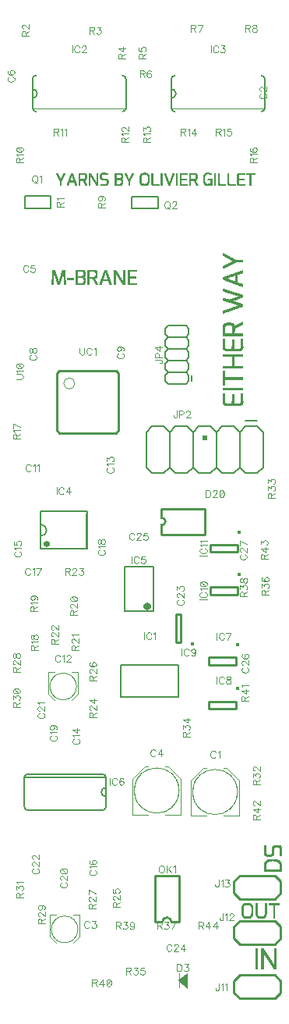
<source format=gto>
G04 DipTrace 3.1.0.0*
G04 working.GTO*
%MOIN*%
G04 #@! TF.FileFunction,Legend,Top*
G04 #@! TF.Part,Single*
%ADD10C,0.009843*%
%ADD11C,0.006*%
%ADD12C,0.001*%
%ADD14C,0.01*%
%ADD18O,0.027265X0.024343*%
%ADD19O,0.035054X0.030186*%
%ADD20C,0.000013*%
%ADD21C,0.004*%
%ADD24C,0.008*%
%ADD26C,0.002*%
%ADD27C,0.015401*%
%ADD28C,0.015422*%
%ADD74C,0.004632*%
%FSLAX26Y26*%
G04*
G70*
G90*
G75*
G01*
G04 TopSilk*
%LPD*%
X1170034Y1307042D2*
D20*
G02X1170034Y1307042I96466J0D01*
G01*
X1229097Y1204669D2*
D21*
X1164138D1*
Y1356263D1*
X1217284Y1409415D1*
X1229097D1*
X1303903D2*
X1315716D1*
X1368862Y1356263D1*
Y1204669D1*
X1303903D1*
X1233028Y1216486D2*
G02X1233028Y1397598I33497J90556D01*
G01*
X1299972Y1216486D2*
G03X1299972Y1397598I-33497J90556D01*
G01*
X565667Y720181D2*
D20*
G02X565667Y720181I57083J0D01*
G01*
X660155Y763483D2*
D21*
G02X660155Y676880I-37399J-43302D01*
G01*
X585346Y763483D2*
G03X587324Y674906I37384J-43476D01*
G01*
X660155Y783169D2*
X685743D1*
Y688687D1*
X658177Y661124D1*
X587324D2*
X559759Y688687D1*
Y783169D1*
X585346D1*
X920034Y1313291D2*
D20*
G02X920034Y1313291I96466J0D01*
G01*
X979097Y1210919D2*
D21*
X914138D1*
Y1362513D1*
X967284Y1415664D1*
X979097D1*
X1053903D2*
X1065716D1*
X1118862Y1362513D1*
Y1210919D1*
X1053903D1*
X983028Y1222736D2*
G02X983028Y1403847I33497J90556D01*
G01*
X1049972Y1222736D2*
G03X1049972Y1403847I-33497J90556D01*
G01*
X559417Y1757681D2*
D20*
G02X559417Y1757681I57083J0D01*
G01*
X653905Y1800983D2*
D21*
G02X653905Y1714380I-37399J-43302D01*
G01*
X579095Y1800983D2*
G03X581073Y1712406I37384J-43476D01*
G01*
X653905Y1820669D2*
X679492D1*
Y1726187D1*
X651927Y1698624D1*
X581073D2*
X553508Y1726187D1*
Y1820669D1*
X579095D1*
X1036476Y2407531D2*
D10*
X1221524D1*
Y2515811D1*
Y2517773D2*
X1036476D1*
Y2478410D1*
Y2407531D2*
Y2446895D1*
G03X1036476Y2478410I1844J15758D01*
G01*
X863757Y1848647D2*
D11*
Y1712419D1*
X1109741D2*
Y1848647D1*
X863757D2*
X1109741D1*
Y1712419D2*
X863757D1*
X870251Y4213010D2*
G03X885251Y4228015I0J15000D01*
G01*
X485251Y4351985D2*
G02X500251Y4366990I14987J18D01*
G01*
X870251D2*
G02X885251Y4351985I13J-14987D01*
G01*
X485251Y4228015D2*
G03X500251Y4213010I14974J-32D01*
G01*
X885251Y4228015D2*
Y4351985D1*
X485251D2*
Y4309996D1*
Y4270004D1*
Y4228015D1*
Y4309996D2*
G02X485251Y4270004I4J-19996D01*
G01*
Y4226985D2*
D26*
X885251D1*
X1464000Y4213010D2*
D11*
G03X1479000Y4228015I0J15000D01*
G01*
X1079000Y4351985D2*
G02X1094000Y4366990I14987J18D01*
G01*
X1464000D2*
G02X1479000Y4351985I13J-14987D01*
G01*
X1079000Y4228015D2*
G03X1094000Y4213010I14974J-32D01*
G01*
X1479000Y4228015D2*
Y4351985D1*
X1079000D2*
Y4309996D1*
Y4270004D1*
Y4228015D1*
Y4309996D2*
G02X1079000Y4270004I4J-19996D01*
G01*
Y4226985D2*
D26*
X1479000D1*
X717000Y2353743D2*
D11*
Y2495759D1*
X521000D2*
Y2449251D1*
Y2400251D1*
Y2353743D1*
Y2449251D2*
G02X521000Y2400251I0J-24500D01*
G01*
X465015Y1229510D2*
X784985D1*
X465015Y1383490D2*
G03X450000Y1368485I-66J-14949D01*
G01*
X800000Y1244515D2*
G02X784985Y1229510I-15004J-1D01*
G01*
X465015D2*
G02X450000Y1244515I-70J14945D01*
G01*
X800000Y1368485D2*
G03X784985Y1383490I-14999J6D01*
G01*
X465015D1*
X450000Y1368485D2*
Y1244515D1*
X800000D2*
Y1368485D1*
Y1286504D2*
G02X800000Y1326496I11J19996D01*
G01*
Y1369515D2*
X450000D1*
D27*
X1362161Y1935628D3*
X1356898Y1881561D2*
D10*
X1238793D1*
X1356898Y1850070D2*
X1238793D1*
Y1881561D2*
Y1850070D1*
X1356898Y1881561D2*
Y1850070D1*
D27*
X1362161Y1748128D3*
X1356898Y1694061D2*
D10*
X1238793D1*
X1356898Y1662570D2*
X1238793D1*
Y1694061D2*
Y1662570D1*
X1356898Y1694061D2*
Y1662570D1*
D28*
X1170677Y1938151D3*
X1120536Y1947352D2*
D10*
Y2065457D1*
X1100850D1*
Y1947352D1*
X1120536D1*
D27*
X1368411Y2235628D3*
X1363149Y2181561D2*
D10*
X1245043D1*
X1363149Y2150070D2*
X1245043D1*
Y2181561D2*
Y2150070D1*
X1363149Y2181561D2*
Y2150070D1*
D27*
X1368411Y2416878D3*
X1363149Y2362812D2*
D10*
X1245043D1*
X1363149Y2331321D2*
X1245043D1*
Y2362812D2*
Y2331321D1*
X1363149Y2362812D2*
Y2331321D1*
X1522751Y525249D2*
X1372751D1*
X1347751Y500249D1*
Y450249D1*
X1372751Y425249D2*
X1347751Y450249D1*
X1522751Y425249D2*
X1372751D1*
X1547751Y450249D2*
X1522751Y425249D1*
X1547751Y500249D2*
Y450249D1*
Y500249D2*
X1522751Y525249D1*
Y756500D2*
X1372751D1*
X1347751Y731500D1*
Y681500D1*
X1372751Y656500D2*
X1347751Y681500D1*
X1522751Y656500D2*
X1372751D1*
X1547751Y681500D2*
X1522751Y656500D1*
X1547751Y731500D2*
Y681500D1*
Y731500D2*
X1522751Y756500D1*
Y950249D2*
X1372751D1*
X1347751Y925249D1*
Y875249D1*
X1372751Y850249D2*
X1347751Y875249D1*
X1522751Y850249D2*
X1372751D1*
X1547751Y875249D2*
X1522751Y850249D1*
X1547751Y925249D2*
Y875249D1*
Y925249D2*
X1522751Y950249D1*
G36*
X1232748Y2808995D2*
Y2828975D1*
X1212748D1*
Y2808995D1*
X1232748D1*
G37*
X1472748Y2844005D2*
D11*
X1447748Y2869003D1*
X1397748D2*
X1372748Y2844005D1*
X1347748Y2869003D1*
X1297748D2*
X1272748Y2844005D1*
X1247748Y2869003D1*
X1197748D2*
X1172748Y2844005D1*
X1147748Y2869003D1*
X1097748D2*
X1072748Y2844005D1*
X1472748D2*
Y2693997D1*
X1447748Y2669000D1*
X1397748D1*
X1372748Y2693997D1*
X1347748Y2669000D1*
X1297748D1*
X1272748Y2693997D1*
X1247748Y2669000D1*
X1197748D1*
X1172748Y2693997D1*
X1147748Y2669000D1*
X1097748D1*
X1072748Y2693997D1*
X1372748D2*
Y2844005D1*
X1272748Y2693997D2*
Y2844005D1*
X1172748Y2693997D2*
Y2844005D1*
X1072748Y2693997D2*
Y2844005D1*
X1147748Y2869003D2*
X1097748D1*
X1247748D2*
X1197748D1*
X1347748D2*
X1297748D1*
X1447748D2*
X1397748D1*
X1072748Y2844005D2*
X1047748Y2869003D1*
X997748D2*
X972748Y2844005D1*
X1072748Y2693997D2*
X1047748Y2669000D1*
X997748D1*
X972748Y2693997D1*
Y2844005D1*
X1047748Y2869003D2*
X997748D1*
X1447748Y2894000D2*
D24*
X1397748D1*
X1141503Y3050249D2*
D11*
X1154002Y3062749D1*
Y3087749D2*
X1141503Y3100249D1*
X1154002Y3112749D1*
Y3137749D2*
X1141503Y3150249D1*
X1154002Y3162749D1*
Y3187749D2*
X1141503Y3200249D1*
X1154002Y3212749D1*
Y3237749D2*
X1141503Y3250249D1*
Y3050249D2*
X1066499D1*
X1054001Y3062749D1*
Y3087749D1*
X1066499Y3100249D1*
X1054001Y3112749D1*
Y3137749D1*
X1066499Y3150249D1*
X1054001Y3162749D1*
Y3187749D1*
X1066499Y3200249D1*
X1054001Y3212749D1*
Y3237749D1*
X1066499Y3250249D1*
Y3100249D2*
X1141503D1*
X1066499Y3150249D2*
X1141503D1*
X1066499Y3200249D2*
X1141503D1*
X1066499Y3250249D2*
X1141503D1*
X1154002Y3212749D2*
Y3237749D1*
Y3162749D2*
Y3187749D1*
Y3112749D2*
Y3137749D1*
Y3062749D2*
Y3087749D1*
X1141503Y3250249D2*
X1154002Y3262749D1*
Y3287749D2*
X1141503Y3300249D1*
X1066499Y3250249D2*
X1054001Y3262749D1*
Y3287749D1*
X1066499Y3300249D1*
X1141503D1*
X1154002Y3262749D2*
Y3287749D1*
X1166501Y3062749D2*
D24*
Y3087749D1*
X1111389Y751822D2*
D10*
Y948677D1*
X1009013Y751822D2*
Y948677D1*
X1111389D2*
X1009013D1*
X1079895Y751822D2*
X1111389D1*
X1040506D2*
X1009013D1*
X1079895D2*
G03X1040506Y751822I-19694J-9D01*
G01*
X618955Y3051981D2*
D20*
G02X618955Y3051981I23619J0D01*
G01*
X843364Y3106120D2*
D14*
X854211Y3095274D1*
Y2851191D1*
X843364Y2840344D1*
X599281D1*
X588435Y2851191D1*
Y3095274D1*
X599281Y3106120D1*
X843364D1*
X521088Y2506239D2*
D11*
X718756D1*
Y2346547D1*
X521088D1*
Y2506239D1*
D18*
X546406Y2364561D3*
D19*
X977768Y2099706D3*
X878448Y2268648D2*
D11*
X1002112D1*
Y2079744D1*
X878448D1*
Y2268648D1*
G36*
X1107634Y501904D2*
X1148143Y533948D1*
X1148747Y466836D1*
D1*
X1107634Y501904D1*
G37*
G36*
X1111911Y532605D2*
X1116007D1*
Y468101D1*
X1111911D1*
Y532605D1*
G37*
X451336Y3852184D2*
D11*
X561987D1*
Y3798186D1*
X451336D1*
Y3852184D1*
X908105Y3849529D2*
X1021412D1*
Y3798186D1*
X908105D1*
Y3849529D1*
X1439000Y638000D2*
D12*
X1446000D1*
X1464000D2*
X1472000D1*
X1518000D2*
X1526000D1*
X1439000Y637000D2*
X1446000D1*
X1464000D2*
X1472500D1*
X1518000D2*
X1526000D1*
X1439000Y636000D2*
X1446000D1*
X1464000D2*
X1473085D1*
X1518000D2*
X1526000D1*
X1439000Y635000D2*
X1446000D1*
X1464000D2*
X1473696D1*
X1518000D2*
X1526000D1*
X1439000Y634000D2*
X1446000D1*
X1464000D2*
X1474340D1*
X1518000D2*
X1526000D1*
X1439000Y633000D2*
X1446000D1*
X1464000D2*
X1475012D1*
X1518000D2*
X1526000D1*
X1439000Y632000D2*
X1446000D1*
X1464000D2*
X1475666D1*
X1518000D2*
X1526000D1*
X1439000Y631000D2*
X1446000D1*
X1464000D2*
X1476328D1*
X1518000D2*
X1526000D1*
X1439000Y630000D2*
X1446000D1*
X1464000D2*
X1477008D1*
X1518000D2*
X1526000D1*
X1439000Y629000D2*
X1446000D1*
X1464000D2*
X1477664D1*
X1518000D2*
X1526000D1*
X1439000Y628000D2*
X1446000D1*
X1464000D2*
X1478328D1*
X1518000D2*
X1526000D1*
X1439000Y627000D2*
X1446000D1*
X1464000D2*
X1479008D1*
X1518000D2*
X1526000D1*
X1439000Y626000D2*
X1446000D1*
X1464000D2*
X1479664D1*
X1518000D2*
X1526000D1*
X1439000Y625000D2*
X1446000D1*
X1464000D2*
X1480328D1*
X1518000D2*
X1526000D1*
X1439000Y624000D2*
X1446000D1*
X1464000D2*
X1481008D1*
X1518000D2*
X1526000D1*
X1439000Y623000D2*
X1446000D1*
X1464000D2*
X1481664D1*
X1518000D2*
X1526000D1*
X1439000Y622000D2*
X1446000D1*
X1464000D2*
X1482328D1*
X1518000D2*
X1526000D1*
X1439000Y621000D2*
X1446000D1*
X1464000D2*
X1483008D1*
X1518000D2*
X1526000D1*
X1439000Y620000D2*
X1446000D1*
X1464000D2*
X1472000D1*
X1474193D2*
X1483664D1*
X1518000D2*
X1526000D1*
X1439000Y619000D2*
X1446000D1*
X1464000D2*
X1472000D1*
X1474573D2*
X1484328D1*
X1518000D2*
X1526000D1*
X1439000Y618000D2*
X1446000D1*
X1464000D2*
X1472000D1*
X1475110D2*
X1485008D1*
X1518000D2*
X1526000D1*
X1439000Y617000D2*
X1446000D1*
X1464000D2*
X1472000D1*
X1475704D2*
X1485664D1*
X1518000D2*
X1526000D1*
X1439000Y616000D2*
X1446000D1*
X1464000D2*
X1472000D1*
X1476343D2*
X1486328D1*
X1518000D2*
X1526000D1*
X1439000Y615000D2*
X1446000D1*
X1464000D2*
X1472000D1*
X1477013D2*
X1487004D1*
X1518000D2*
X1526000D1*
X1439000Y614000D2*
X1446000D1*
X1464000D2*
X1472000D1*
X1477666D2*
X1487629D1*
X1518000D2*
X1526000D1*
X1439000Y613000D2*
X1446000D1*
X1464000D2*
X1472000D1*
X1478329D2*
X1488200D1*
X1518000D2*
X1526000D1*
X1439000Y612000D2*
X1446000D1*
X1464000D2*
X1472000D1*
X1479008D2*
X1488764D1*
X1518000D2*
X1526000D1*
X1439000Y611000D2*
X1446000D1*
X1464000D2*
X1472000D1*
X1479665D2*
X1489373D1*
X1518000D2*
X1526000D1*
X1439000Y610000D2*
X1446000D1*
X1464000D2*
X1472000D1*
X1480328D2*
X1490026D1*
X1518000D2*
X1526000D1*
X1439000Y609000D2*
X1446000D1*
X1464000D2*
X1472000D1*
X1481008D2*
X1490671D1*
X1518000D2*
X1526000D1*
X1439000Y608000D2*
X1446000D1*
X1464000D2*
X1472000D1*
X1481664D2*
X1491330D1*
X1518000D2*
X1526000D1*
X1439000Y607000D2*
X1446000D1*
X1464000D2*
X1472000D1*
X1482328D2*
X1492009D1*
X1518000D2*
X1526000D1*
X1439000Y606000D2*
X1446000D1*
X1464000D2*
X1472000D1*
X1483008D2*
X1492665D1*
X1518000D2*
X1526000D1*
X1439000Y605000D2*
X1446000D1*
X1464000D2*
X1472000D1*
X1483664D2*
X1493328D1*
X1518000D2*
X1526000D1*
X1439000Y604000D2*
X1446000D1*
X1464000D2*
X1472000D1*
X1484328D2*
X1494008D1*
X1518000D2*
X1526000D1*
X1439000Y603000D2*
X1446000D1*
X1464000D2*
X1472000D1*
X1485008D2*
X1494664D1*
X1518000D2*
X1526000D1*
X1439000Y602000D2*
X1446000D1*
X1464000D2*
X1472000D1*
X1485664D2*
X1495328D1*
X1518000D2*
X1526000D1*
X1439000Y601000D2*
X1446000D1*
X1464000D2*
X1472000D1*
X1486328D2*
X1496008D1*
X1518000D2*
X1526000D1*
X1439000Y600000D2*
X1446000D1*
X1464000D2*
X1472000D1*
X1487004D2*
X1496664D1*
X1518000D2*
X1526000D1*
X1439000Y599000D2*
X1446000D1*
X1464000D2*
X1472000D1*
X1487629D2*
X1497328D1*
X1518000D2*
X1526000D1*
X1439000Y598000D2*
X1446000D1*
X1464000D2*
X1472000D1*
X1488200D2*
X1498008D1*
X1518000D2*
X1526000D1*
X1439000Y597000D2*
X1446000D1*
X1464000D2*
X1472000D1*
X1488764D2*
X1498664D1*
X1518000D2*
X1526000D1*
X1439000Y596000D2*
X1446000D1*
X1464000D2*
X1472000D1*
X1489373D2*
X1499328D1*
X1518000D2*
X1526000D1*
X1439000Y595000D2*
X1446000D1*
X1464000D2*
X1472000D1*
X1490026D2*
X1500008D1*
X1518000D2*
X1526000D1*
X1439000Y594000D2*
X1446000D1*
X1464000D2*
X1472000D1*
X1490671D2*
X1500664D1*
X1518000D2*
X1526000D1*
X1439000Y593000D2*
X1446000D1*
X1464000D2*
X1472000D1*
X1491330D2*
X1501328D1*
X1518000D2*
X1526000D1*
X1439000Y592000D2*
X1446000D1*
X1464000D2*
X1472000D1*
X1492009D2*
X1502008D1*
X1518000D2*
X1526000D1*
X1439000Y591000D2*
X1446000D1*
X1464000D2*
X1472000D1*
X1492665D2*
X1502664D1*
X1518000D2*
X1526000D1*
X1439000Y590000D2*
X1446000D1*
X1464000D2*
X1472000D1*
X1493328D2*
X1503328D1*
X1518000D2*
X1526000D1*
X1439000Y589000D2*
X1446000D1*
X1464000D2*
X1472000D1*
X1494008D2*
X1504008D1*
X1518000D2*
X1526000D1*
X1439000Y588000D2*
X1446000D1*
X1464000D2*
X1472000D1*
X1494664D2*
X1504664D1*
X1518000D2*
X1526000D1*
X1439000Y587000D2*
X1446000D1*
X1464000D2*
X1472000D1*
X1495328D2*
X1505328D1*
X1518000D2*
X1526000D1*
X1439000Y586000D2*
X1446000D1*
X1464000D2*
X1472000D1*
X1496008D2*
X1506008D1*
X1518000D2*
X1526000D1*
X1439000Y585000D2*
X1446000D1*
X1464000D2*
X1472000D1*
X1496664D2*
X1506664D1*
X1518000D2*
X1526000D1*
X1439000Y584000D2*
X1446000D1*
X1464000D2*
X1472000D1*
X1497328D2*
X1507328D1*
X1518000D2*
X1526000D1*
X1439000Y583000D2*
X1446000D1*
X1464000D2*
X1472000D1*
X1498008D2*
X1508004D1*
X1518000D2*
X1526000D1*
X1439000Y582000D2*
X1446000D1*
X1464000D2*
X1472000D1*
X1498664D2*
X1508629D1*
X1518000D2*
X1526000D1*
X1439000Y581000D2*
X1446000D1*
X1464000D2*
X1472000D1*
X1499328D2*
X1509200D1*
X1518000D2*
X1526000D1*
X1439000Y580000D2*
X1446000D1*
X1464000D2*
X1472000D1*
X1500008D2*
X1509764D1*
X1518000D2*
X1526000D1*
X1439000Y579000D2*
X1446000D1*
X1464000D2*
X1472000D1*
X1500664D2*
X1510373D1*
X1518000D2*
X1526000D1*
X1439000Y578000D2*
X1446000D1*
X1464000D2*
X1472000D1*
X1501328D2*
X1511026D1*
X1518000D2*
X1526000D1*
X1439000Y577000D2*
X1446000D1*
X1464000D2*
X1472000D1*
X1502008D2*
X1511671D1*
X1518000D2*
X1526000D1*
X1439000Y576000D2*
X1446000D1*
X1464000D2*
X1472000D1*
X1502664D2*
X1512330D1*
X1518000D2*
X1526000D1*
X1439000Y575000D2*
X1446000D1*
X1464000D2*
X1472000D1*
X1503328D2*
X1513009D1*
X1518000D2*
X1526000D1*
X1439000Y574000D2*
X1446000D1*
X1464000D2*
X1472000D1*
X1504008D2*
X1513665D1*
X1518000D2*
X1526000D1*
X1439000Y573000D2*
X1446000D1*
X1464000D2*
X1472000D1*
X1504664D2*
X1514328D1*
X1517996D2*
X1526000D1*
X1439000Y572000D2*
X1446000D1*
X1464000D2*
X1472000D1*
X1505328D2*
X1515007D1*
X1517958D2*
X1526000D1*
X1439000Y571000D2*
X1446000D1*
X1464000D2*
X1472000D1*
X1506008D2*
X1515659D1*
X1517803D2*
X1526000D1*
X1439000Y570000D2*
X1446000D1*
X1464000D2*
X1472000D1*
X1506664D2*
X1516315D1*
X1517462D2*
X1526000D1*
X1439000Y569000D2*
X1446000D1*
X1464000D2*
X1472000D1*
X1507328D2*
X1526000D1*
X1439000Y568000D2*
X1446000D1*
X1464000D2*
X1472000D1*
X1508008D2*
X1526000D1*
X1439000Y567000D2*
X1446000D1*
X1464000D2*
X1472000D1*
X1508664D2*
X1526000D1*
X1439000Y566000D2*
X1446000D1*
X1464000D2*
X1472000D1*
X1509328D2*
X1526000D1*
X1439000Y565000D2*
X1446000D1*
X1464000D2*
X1472000D1*
X1510008D2*
X1526000D1*
X1439000Y564000D2*
X1446000D1*
X1464000D2*
X1472000D1*
X1510664D2*
X1526000D1*
X1439000Y563000D2*
X1446000D1*
X1464000D2*
X1472000D1*
X1511328D2*
X1526000D1*
X1439000Y562000D2*
X1446000D1*
X1464000D2*
X1472000D1*
X1512008D2*
X1526000D1*
X1439000Y561000D2*
X1446000D1*
X1464000D2*
X1472000D1*
X1512664D2*
X1526000D1*
X1439000Y560000D2*
X1446000D1*
X1464000D2*
X1472000D1*
X1513328D2*
X1526000D1*
X1439000Y559000D2*
X1446000D1*
X1464000D2*
X1472000D1*
X1514004D2*
X1526000D1*
X1439000Y558000D2*
X1446000D1*
X1464000D2*
X1472000D1*
X1514629D2*
X1526000D1*
X1439000Y557000D2*
X1446000D1*
X1464000D2*
X1472000D1*
X1515200D2*
X1526000D1*
X1439000Y556000D2*
X1446000D1*
X1464000D2*
X1472000D1*
X1515768D2*
X1526000D1*
X1439000Y555000D2*
X1446000D1*
X1464000D2*
X1472000D1*
X1516409D2*
X1526000D1*
X1439000Y554000D2*
X1446000D1*
X1464000D2*
X1472000D1*
X1517173D2*
X1526000D1*
X1439000Y553000D2*
X1446000D1*
X1464000D2*
X1472000D1*
X1518000D2*
X1526000D1*
X1396751Y833500D2*
X1409751D1*
X1393408Y832500D2*
X1413093D1*
X1438751D2*
X1444751D1*
X1479751D2*
X1485751D1*
X1495751D2*
X1539751D1*
X1390713Y831500D2*
X1415788D1*
X1438751D2*
X1444751D1*
X1479751D2*
X1485751D1*
X1495751D2*
X1539751D1*
X1388684Y830500D2*
X1417818D1*
X1438751D2*
X1444751D1*
X1479751D2*
X1485751D1*
X1495751D2*
X1539751D1*
X1387157Y829500D2*
X1419349D1*
X1438751D2*
X1444751D1*
X1479751D2*
X1485751D1*
X1495751D2*
X1539751D1*
X1385950Y828500D2*
X1420586D1*
X1438751D2*
X1444751D1*
X1479751D2*
X1485751D1*
X1495751D2*
X1539751D1*
X1384982Y827500D2*
X1421651D1*
X1438751D2*
X1444751D1*
X1479751D2*
X1485751D1*
X1495751D2*
X1539751D1*
X1384217Y826500D2*
X1393793D1*
X1412358D2*
X1422559D1*
X1438751D2*
X1444751D1*
X1479751D2*
X1485751D1*
X1514751D2*
X1520751D1*
X1383591Y825500D2*
X1391964D1*
X1414523D2*
X1423294D1*
X1438751D2*
X1444751D1*
X1479751D2*
X1485751D1*
X1514751D2*
X1520751D1*
X1383035Y824500D2*
X1390405D1*
X1416158D2*
X1423880D1*
X1438751D2*
X1444751D1*
X1479751D2*
X1485751D1*
X1514751D2*
X1520751D1*
X1382514Y823500D2*
X1389199D1*
X1417351D2*
X1424337D1*
X1438751D2*
X1444751D1*
X1479751D2*
X1485751D1*
X1514751D2*
X1520751D1*
X1382009Y822500D2*
X1388310D1*
X1418217D2*
X1424709D1*
X1438751D2*
X1444751D1*
X1479751D2*
X1485751D1*
X1514751D2*
X1520751D1*
X1381538Y821500D2*
X1387628D1*
X1418886D2*
X1425070D1*
X1438751D2*
X1444751D1*
X1479751D2*
X1485751D1*
X1514751D2*
X1520751D1*
X1381132Y820500D2*
X1387053D1*
X1419454D2*
X1425383D1*
X1438751D2*
X1444751D1*
X1479751D2*
X1485751D1*
X1514751D2*
X1520751D1*
X1380780Y819500D2*
X1386558D1*
X1419945D2*
X1425614D1*
X1438751D2*
X1444751D1*
X1479751D2*
X1485751D1*
X1514751D2*
X1520751D1*
X1380427Y818500D2*
X1386177D1*
X1420325D2*
X1425842D1*
X1438751D2*
X1444751D1*
X1479751D2*
X1485751D1*
X1514751D2*
X1520751D1*
X1380121Y817500D2*
X1385944D1*
X1420557D2*
X1426127D1*
X1438751D2*
X1444751D1*
X1479751D2*
X1485751D1*
X1514751D2*
X1520751D1*
X1379926Y816500D2*
X1385795D1*
X1420707D2*
X1426402D1*
X1438751D2*
X1444751D1*
X1479751D2*
X1485751D1*
X1514751D2*
X1520751D1*
X1379821Y815500D2*
X1385617D1*
X1420885D2*
X1426584D1*
X1438751D2*
X1444751D1*
X1479751D2*
X1485751D1*
X1514751D2*
X1520751D1*
X1379741Y814500D2*
X1385357D1*
X1421145D2*
X1426683D1*
X1438751D2*
X1444751D1*
X1479751D2*
X1485751D1*
X1514751D2*
X1520751D1*
X1379595Y813500D2*
X1385093D1*
X1421409D2*
X1426761D1*
X1438751D2*
X1444751D1*
X1479751D2*
X1485751D1*
X1514751D2*
X1520751D1*
X1379349Y812500D2*
X1384915D1*
X1421586D2*
X1426907D1*
X1438751D2*
X1444751D1*
X1479751D2*
X1485751D1*
X1514751D2*
X1520751D1*
X1379090Y811500D2*
X1384822D1*
X1421680D2*
X1427153D1*
X1438751D2*
X1444751D1*
X1479751D2*
X1485751D1*
X1514751D2*
X1520751D1*
X1378914Y810500D2*
X1384779D1*
X1421722D2*
X1427412D1*
X1438751D2*
X1444751D1*
X1479751D2*
X1485751D1*
X1514751D2*
X1520751D1*
X1378821Y809500D2*
X1384761D1*
X1421740D2*
X1427587D1*
X1438751D2*
X1444751D1*
X1479751D2*
X1485751D1*
X1514751D2*
X1520751D1*
X1378779Y808500D2*
X1384754D1*
X1421747D2*
X1427680D1*
X1438751D2*
X1444751D1*
X1479751D2*
X1485751D1*
X1514751D2*
X1520751D1*
X1378761Y807500D2*
X1384752D1*
X1421749D2*
X1427723D1*
X1438751D2*
X1444751D1*
X1479751D2*
X1485751D1*
X1514751D2*
X1520751D1*
X1378754Y806500D2*
X1384751D1*
X1421750D2*
X1427740D1*
X1438751D2*
X1444751D1*
X1479751D2*
X1485751D1*
X1514751D2*
X1520751D1*
X1378752Y805500D2*
X1384751D1*
X1421751D2*
X1427747D1*
X1438751D2*
X1444751D1*
X1479751D2*
X1485751D1*
X1514751D2*
X1520751D1*
X1378751Y804500D2*
X1384751D1*
X1421751D2*
X1427749D1*
X1438751D2*
X1444751D1*
X1479751D2*
X1485751D1*
X1514751D2*
X1520751D1*
X1378751Y803500D2*
X1384751D1*
X1421751D2*
X1427750D1*
X1438751D2*
X1444751D1*
X1479751D2*
X1485751D1*
X1514751D2*
X1520751D1*
X1378751Y802500D2*
X1384751D1*
X1421751D2*
X1427751D1*
X1438751D2*
X1444751D1*
X1479751D2*
X1485751D1*
X1514751D2*
X1520751D1*
X1378751Y801500D2*
X1384751D1*
X1421751D2*
X1427751D1*
X1438751D2*
X1444751D1*
X1479751D2*
X1485751D1*
X1514751D2*
X1520751D1*
X1378751Y800500D2*
X1384751D1*
X1421751D2*
X1427751D1*
X1438751D2*
X1444751D1*
X1479751D2*
X1485751D1*
X1514751D2*
X1520751D1*
X1378751Y799500D2*
X1384751D1*
X1421751D2*
X1427751D1*
X1438751D2*
X1444751D1*
X1479751D2*
X1485751D1*
X1514751D2*
X1520751D1*
X1378751Y798500D2*
X1384751D1*
X1421751D2*
X1427751D1*
X1438751D2*
X1444751D1*
X1479751D2*
X1485751D1*
X1514751D2*
X1520751D1*
X1378751Y797500D2*
X1384751D1*
X1421751D2*
X1427751D1*
X1438751D2*
X1444751D1*
X1479751D2*
X1485751D1*
X1514751D2*
X1520751D1*
X1378751Y796500D2*
X1384751D1*
X1421751D2*
X1427751D1*
X1438751D2*
X1444751D1*
X1479751D2*
X1485751D1*
X1514751D2*
X1520751D1*
X1378751Y795500D2*
X1384751D1*
X1421751D2*
X1427751D1*
X1438751D2*
X1444751D1*
X1479751D2*
X1485751D1*
X1514751D2*
X1520751D1*
X1378751Y794500D2*
X1384751D1*
X1421751D2*
X1427747D1*
X1438755D2*
X1444751D1*
X1479751D2*
X1485747D1*
X1514751D2*
X1520751D1*
X1378755Y793500D2*
X1384751D1*
X1421751D2*
X1427712D1*
X1438790D2*
X1444751D1*
X1479751D2*
X1485712D1*
X1514751D2*
X1520751D1*
X1378790Y792500D2*
X1384751D1*
X1421747D2*
X1427584D1*
X1438917D2*
X1444751D1*
X1479747D2*
X1485584D1*
X1514751D2*
X1520751D1*
X1378917Y791500D2*
X1384751D1*
X1421712D2*
X1427345D1*
X1439157D2*
X1444755D1*
X1479712D2*
X1485345D1*
X1514751D2*
X1520751D1*
X1379157Y790500D2*
X1384755D1*
X1421584D2*
X1427088D1*
X1439413D2*
X1444790D1*
X1479584D2*
X1485088D1*
X1514751D2*
X1520751D1*
X1379413Y789500D2*
X1384790D1*
X1421345D2*
X1426914D1*
X1439587D2*
X1444917D1*
X1479345D2*
X1484914D1*
X1514751D2*
X1520751D1*
X1379587Y788500D2*
X1384917D1*
X1421088D2*
X1426817D1*
X1439680D2*
X1445157D1*
X1479088D2*
X1484821D1*
X1514751D2*
X1520751D1*
X1379684Y787500D2*
X1385157D1*
X1420910D2*
X1426740D1*
X1439727D2*
X1445413D1*
X1478910D2*
X1484775D1*
X1514751D2*
X1520751D1*
X1379762Y786500D2*
X1385417D1*
X1420782D2*
X1426595D1*
X1439779D2*
X1445591D1*
X1478782D2*
X1484722D1*
X1514751D2*
X1520751D1*
X1379907Y785500D2*
X1385627D1*
X1420608D2*
X1426348D1*
X1439913D2*
X1445719D1*
X1478608D2*
X1484588D1*
X1514751D2*
X1520751D1*
X1380153Y784500D2*
X1385851D1*
X1420316D2*
X1426086D1*
X1440155D2*
X1445893D1*
X1478316D2*
X1484342D1*
X1514751D2*
X1520751D1*
X1380416Y783500D2*
X1386172D1*
X1419922D2*
X1425875D1*
X1440417D2*
X1446185D1*
X1477922D2*
X1484050D1*
X1514751D2*
X1520751D1*
X1380626Y782500D2*
X1386612D1*
X1419466D2*
X1425651D1*
X1440626D2*
X1446580D1*
X1477466D2*
X1483747D1*
X1514751D2*
X1520751D1*
X1380850Y781500D2*
X1387199D1*
X1418950D2*
X1425334D1*
X1440847D2*
X1447035D1*
X1476950D2*
X1483411D1*
X1514751D2*
X1520751D1*
X1381168Y780500D2*
X1387961D1*
X1418323D2*
X1424928D1*
X1441133D2*
X1447552D1*
X1476327D2*
X1483077D1*
X1514751D2*
X1520751D1*
X1381573Y779500D2*
X1388888D1*
X1417503D2*
X1424473D1*
X1441442D2*
X1448186D1*
X1475546D2*
X1482754D1*
X1514751D2*
X1520751D1*
X1382033Y778500D2*
X1390080D1*
X1416372D2*
X1423990D1*
X1441754D2*
X1449076D1*
X1474582D2*
X1482376D1*
X1514751D2*
X1520751D1*
X1382551Y777500D2*
X1391797D1*
X1414684D2*
X1423493D1*
X1442128D2*
X1450461D1*
X1473300D2*
X1481908D1*
X1514751D2*
X1520751D1*
X1383174Y776500D2*
X1394255D1*
X1412238D2*
X1422960D1*
X1442594D2*
X1452618D1*
X1471515D2*
X1481309D1*
X1514751D2*
X1520751D1*
X1383947Y775500D2*
X1397360D1*
X1409138D2*
X1422326D1*
X1443192D2*
X1455516D1*
X1469244D2*
X1480547D1*
X1514751D2*
X1520751D1*
X1384837Y774500D2*
X1421512D1*
X1443958D2*
X1479661D1*
X1514751D2*
X1520751D1*
X1385834Y773500D2*
X1420455D1*
X1444883D2*
X1478674D1*
X1514751D2*
X1520751D1*
X1387056Y772500D2*
X1419061D1*
X1446035D2*
X1477529D1*
X1514751D2*
X1520751D1*
X1388760Y771500D2*
X1417265D1*
X1447571D2*
X1476135D1*
X1514751D2*
X1520751D1*
X1391080Y770500D2*
X1415102D1*
X1449544D2*
X1474498D1*
X1514751D2*
X1520751D1*
X1393751Y769500D2*
X1412751D1*
X1451751D2*
X1472751D1*
X1514751D2*
X1520751D1*
X1522110Y1081110D2*
X1539110D1*
X1519384Y1080110D2*
X1541188D1*
X1517224Y1079110D2*
X1543006D1*
X1477110Y1078110D2*
X1483110D1*
X1515603D2*
X1544521D1*
X1477110Y1077110D2*
X1483106D1*
X1514346D2*
X1545694D1*
X1477110Y1076110D2*
X1483071D1*
X1513355D2*
X1546564D1*
X1477106Y1075110D2*
X1482944D1*
X1512582D2*
X1547239D1*
X1477071Y1074110D2*
X1482704D1*
X1511952D2*
X1547810D1*
X1476944Y1073110D2*
X1482448D1*
X1511399D2*
X1521311D1*
X1539106D2*
X1548308D1*
X1476704Y1072110D2*
X1482273D1*
X1510913D2*
X1519765D1*
X1540071D2*
X1548723D1*
X1476448Y1071110D2*
X1482181D1*
X1510535D2*
X1518597D1*
X1540940D2*
X1549079D1*
X1476273Y1070110D2*
X1482138D1*
X1510307D2*
X1517709D1*
X1541661D2*
X1549433D1*
X1476181Y1069110D2*
X1482121D1*
X1510193D2*
X1517399D1*
X1542238D2*
X1549740D1*
X1476138Y1068110D2*
X1482114D1*
X1510143D2*
X1517233D1*
X1542658D2*
X1549935D1*
X1476121Y1067110D2*
X1482112D1*
X1510122D2*
X1517158D1*
X1542903D2*
X1550036D1*
X1476110Y1066110D2*
X1482111D1*
X1510114D2*
X1517128D1*
X1543028D2*
X1550081D1*
X1476072Y1065110D2*
X1482110D1*
X1510112D2*
X1517116D1*
X1543116D2*
X1550099D1*
X1475944Y1064110D2*
X1482110D1*
X1510111D2*
X1517112D1*
X1543264D2*
X1550106D1*
X1475704Y1063110D2*
X1482110D1*
X1510110D2*
X1517111D1*
X1543512D2*
X1550109D1*
X1475448Y1062110D2*
X1482110D1*
X1510110D2*
X1517110D1*
X1543771D2*
X1550110D1*
X1475273Y1061110D2*
X1482110D1*
X1510110D2*
X1517110D1*
X1543943D2*
X1550110D1*
X1475181Y1060110D2*
X1482110D1*
X1510110D2*
X1517110D1*
X1544001D2*
X1550110D1*
X1475138Y1059110D2*
X1482110D1*
X1510110D2*
X1517110D1*
X1543916D2*
X1550110D1*
X1475121Y1058110D2*
X1482110D1*
X1510110D2*
X1517110D1*
X1543694D2*
X1550110D1*
X1475114Y1057110D2*
X1482110D1*
X1510110D2*
X1517110D1*
X1543444D2*
X1550110D1*
X1475112Y1056110D2*
X1482110D1*
X1510110D2*
X1517110D1*
X1543272D2*
X1550110D1*
X1475111Y1055110D2*
X1482110D1*
X1510110D2*
X1517110D1*
X1543180D2*
X1550110D1*
X1475110Y1054110D2*
X1482110D1*
X1510110D2*
X1517110D1*
X1543138D2*
X1550106D1*
X1475110Y1053110D2*
X1482110D1*
X1510110D2*
X1517110D1*
X1543121D2*
X1550071D1*
X1475110Y1052110D2*
X1482110D1*
X1510110D2*
X1517106D1*
X1543114D2*
X1549944D1*
X1475110Y1051110D2*
X1482110D1*
X1510110D2*
X1517071D1*
X1543112D2*
X1549704D1*
X1475114Y1050110D2*
X1482110D1*
X1510106D2*
X1516944D1*
X1543111D2*
X1549448D1*
X1475149Y1049110D2*
X1482114D1*
X1510071D2*
X1516704D1*
X1543110D2*
X1549273D1*
X1475277Y1048110D2*
X1482149D1*
X1509944D2*
X1516448D1*
X1543110D2*
X1549181D1*
X1475520Y1047110D2*
X1482281D1*
X1509700D2*
X1516273D1*
X1543110D2*
X1549138D1*
X1475812Y1046110D2*
X1482559D1*
X1509405D2*
X1516177D1*
X1543110D2*
X1549121D1*
X1476114Y1045110D2*
X1482990D1*
X1509056D2*
X1516099D1*
X1543110D2*
X1549114D1*
X1476450Y1044110D2*
X1483648D1*
X1508608D2*
X1515950D1*
X1543110D2*
X1549108D1*
X1476784Y1043110D2*
X1484736D1*
X1507474D2*
X1515669D1*
X1543110D2*
X1549072D1*
X1477107Y1042110D2*
X1486420D1*
X1505791D2*
X1515279D1*
X1543110D2*
X1548944D1*
X1477485Y1041110D2*
X1488644D1*
X1503572D2*
X1514825D1*
X1543110D2*
X1548704D1*
X1477953Y1040110D2*
X1514309D1*
X1543106D2*
X1548448D1*
X1478555Y1039110D2*
X1513682D1*
X1543068D2*
X1548273D1*
X1479361Y1038110D2*
X1512870D1*
X1542914D2*
X1548180D1*
X1480447Y1037110D2*
X1511818D1*
X1542572D2*
X1548136D1*
X1481952Y1036110D2*
X1510466D1*
X1542110D2*
X1548110D1*
X1483911Y1035110D2*
X1508848D1*
X1486110Y1034110D2*
X1507110D1*
X1500110Y1021110D2*
X1523110D1*
X1496691Y1020110D2*
X1526837D1*
X1493575Y1019110D2*
X1529996D1*
X1490871Y1018110D2*
X1532618D1*
X1488600Y1017110D2*
X1534874D1*
X1486689Y1016110D2*
X1536865D1*
X1485036Y1015110D2*
X1538634D1*
X1483620Y1014110D2*
X1504704D1*
X1519517D2*
X1540225D1*
X1482490Y1013110D2*
X1499992D1*
X1524228D2*
X1541616D1*
X1481609Y1012110D2*
X1496189D1*
X1528027D2*
X1542735D1*
X1480846Y1011110D2*
X1493239D1*
X1530942D2*
X1543613D1*
X1480130Y1010110D2*
X1490973D1*
X1533084D2*
X1544375D1*
X1479489Y1009110D2*
X1489184D1*
X1534669D2*
X1545091D1*
X1478917Y1008110D2*
X1487790D1*
X1535934D2*
X1545731D1*
X1478386Y1007110D2*
X1486750D1*
X1537044D2*
X1546304D1*
X1477904Y1006110D2*
X1485906D1*
X1538083D2*
X1546838D1*
X1477494Y1005110D2*
X1485154D1*
X1539059D2*
X1547351D1*
X1477140Y1004110D2*
X1484502D1*
X1539902D2*
X1547854D1*
X1476787Y1003110D2*
X1483959D1*
X1540533D2*
X1548320D1*
X1476480Y1002110D2*
X1483550D1*
X1540999D2*
X1548690D1*
X1476285Y1001110D2*
X1483275D1*
X1541401D2*
X1548915D1*
X1476185Y1000110D2*
X1483029D1*
X1541728D2*
X1549028D1*
X1476140Y999110D2*
X1482738D1*
X1541931D2*
X1549078D1*
X1476121Y998110D2*
X1482460D1*
X1542034D2*
X1549098D1*
X1476114Y997110D2*
X1482278D1*
X1542080D2*
X1549106D1*
X1476112Y996110D2*
X1482182D1*
X1542099D2*
X1549109D1*
X1476111Y995110D2*
X1482139D1*
X1542106D2*
X1549110D1*
X1476110Y994110D2*
X1482121D1*
X1542109D2*
X1549110D1*
X1476110Y993110D2*
X1482114D1*
X1542110D2*
X1549110D1*
X1476110Y992110D2*
X1482112D1*
X1542110D2*
X1549110D1*
X1476110Y991110D2*
X1482111D1*
X1542110D2*
X1549110D1*
X1476110Y990110D2*
X1482110D1*
X1542110D2*
X1549110D1*
X1476110Y989110D2*
X1482110D1*
X1542110D2*
X1549110D1*
X1476110Y988110D2*
X1482110D1*
X1542110D2*
X1549110D1*
X1476110Y987110D2*
X1482110D1*
X1542110D2*
X1549110D1*
X1476110Y986110D2*
X1482110D1*
X1542110D2*
X1549110D1*
X1476110Y985110D2*
X1482110D1*
X1542110D2*
X1549110D1*
X1476110Y984110D2*
X1482110D1*
X1542110D2*
X1549110D1*
X1476110Y983110D2*
X1482110D1*
X1542110D2*
X1549110D1*
X1476110Y982110D2*
X1482110D1*
X1542110D2*
X1549110D1*
X1476110Y981110D2*
X1482110D1*
X1542110D2*
X1549110D1*
X1476110Y980110D2*
X1482110D1*
X1542110D2*
X1549110D1*
X1476110Y979110D2*
X1482110D1*
X1542110D2*
X1549110D1*
X1476110Y978110D2*
X1482110D1*
X1542110D2*
X1549110D1*
X1476110Y977110D2*
X1482110D1*
X1542110D2*
X1549110D1*
X1476110Y976110D2*
X1482110D1*
X1542110D2*
X1549110D1*
X1476110Y975110D2*
X1549110D1*
X1476110Y974110D2*
X1549110D1*
X1476110Y973110D2*
X1549110D1*
X1476110Y972110D2*
X1549110D1*
X1476110Y971110D2*
X1549110D1*
X1476110Y970110D2*
X1549110D1*
X1476110Y969110D2*
X1549110D1*
X1476110Y968110D2*
X1549110D1*
X1299474Y3608007D2*
X1300474D1*
X1299474Y3607007D2*
X1302470D1*
X1299474Y3606007D2*
X1304435D1*
X1299474Y3605007D2*
X1306307D1*
X1299474Y3604007D2*
X1308068D1*
X1299478Y3603007D2*
X1309811D1*
X1299521Y3602007D2*
X1311637D1*
X1299626Y3601007D2*
X1313544D1*
X1300132Y3600007D2*
X1315502D1*
X1301322Y3599007D2*
X1317480D1*
X1302817Y3598007D2*
X1319438D1*
X1304464Y3597007D2*
X1321309D1*
X1306127Y3596007D2*
X1323068D1*
X1307833Y3595007D2*
X1324811D1*
X1309645Y3594007D2*
X1326637D1*
X1311543Y3593007D2*
X1328544D1*
X1313464Y3592007D2*
X1330498D1*
X1315318Y3591007D2*
X1332445D1*
X1317072Y3590007D2*
X1334311D1*
X1318813Y3589007D2*
X1336069D1*
X1320637Y3588007D2*
X1337812D1*
X1322540Y3587007D2*
X1339637D1*
X1324463Y3586007D2*
X1341544D1*
X1326318Y3585007D2*
X1343502D1*
X1328072Y3584007D2*
X1345480D1*
X1329813Y3583007D2*
X1347435D1*
X1331637Y3582007D2*
X1349266D1*
X1333544Y3581007D2*
X1350862D1*
X1335498Y3580007D2*
X1352223D1*
X1337441Y3579007D2*
X1383474D1*
X1339268Y3578007D2*
X1383474D1*
X1340863Y3577007D2*
X1383474D1*
X1342223Y3576007D2*
X1383474D1*
X1343474Y3575007D2*
X1383474D1*
X1341474Y3574007D2*
X1383474D1*
X1339474Y3573007D2*
X1383474D1*
X1337474Y3572007D2*
X1383474D1*
X1335474Y3571007D2*
X1353474D1*
X1333474Y3570007D2*
X1351474D1*
X1331470Y3569007D2*
X1349474D1*
X1329435Y3568007D2*
X1347474D1*
X1327307Y3567007D2*
X1345474D1*
X1325068Y3566007D2*
X1343474D1*
X1322811Y3565007D2*
X1341474D1*
X1320637Y3564007D2*
X1339474D1*
X1318544Y3563007D2*
X1337474D1*
X1316502Y3562007D2*
X1335474D1*
X1314484Y3561007D2*
X1333474D1*
X1312478Y3560007D2*
X1331474D1*
X1310475Y3559007D2*
X1329474D1*
X1308474Y3558007D2*
X1327474D1*
X1306478Y3557007D2*
X1325470D1*
X1304521Y3556007D2*
X1323435D1*
X1302726Y3555007D2*
X1321307D1*
X1301299Y3554007D2*
X1319068D1*
X1300205Y3553007D2*
X1316811D1*
X1299826Y3552007D2*
X1314637D1*
X1299623Y3551007D2*
X1312544D1*
X1299532Y3550007D2*
X1310502D1*
X1299495Y3549007D2*
X1308484D1*
X1299481Y3548007D2*
X1306478D1*
X1299476Y3547007D2*
X1304475D1*
X1299475Y3546007D2*
X1302474D1*
X1299474Y3545007D2*
X1300474D1*
X1381474Y3535007D2*
X1383474D1*
X1378935Y3534007D2*
X1383474D1*
X1376223Y3533007D2*
X1383474D1*
X1373368Y3532007D2*
X1383474D1*
X1370436Y3531007D2*
X1383474D1*
X1367498Y3530007D2*
X1383474D1*
X1364635Y3529007D2*
X1383466D1*
X1361878Y3528007D2*
X1383384D1*
X1359136Y3527007D2*
X1383185D1*
X1356310Y3526007D2*
X1382294D1*
X1353407Y3525007D2*
X1380364D1*
X1350485Y3524007D2*
X1377944D1*
X1347630Y3523007D2*
X1375108D1*
X1344876Y3522007D2*
X1371996D1*
X1342135Y3521007D2*
X1368835D1*
X1339310Y3520007D2*
X1365923D1*
X1336403Y3519007D2*
X1363575D1*
X1333450Y3518007D2*
X1361744D1*
X1330502Y3517007D2*
X1360976D1*
X1327637Y3516007D2*
X1360706D1*
X1324878Y3515007D2*
X1360568D1*
X1322136Y3514007D2*
X1347628D1*
X1352474D2*
X1360509D1*
X1319310Y3513007D2*
X1344876D1*
X1352474D2*
X1360486D1*
X1316407Y3512007D2*
X1342135D1*
X1352474D2*
X1360478D1*
X1313485Y3511007D2*
X1339310D1*
X1352474D2*
X1360475D1*
X1310630Y3510007D2*
X1336403D1*
X1352474D2*
X1360474D1*
X1307888Y3509007D2*
X1333446D1*
X1352474D2*
X1360474D1*
X1305264Y3508007D2*
X1330463D1*
X1352474D2*
X1360474D1*
X1302939Y3507007D2*
X1327474D1*
X1352474D2*
X1360474D1*
X1300988Y3506007D2*
X1324512D1*
X1352474D2*
X1360474D1*
X1300084Y3505007D2*
X1321648D1*
X1352474D2*
X1360474D1*
X1299759Y3504007D2*
X1318964D1*
X1352474D2*
X1360474D1*
X1299590Y3503007D2*
X1316532D1*
X1352474D2*
X1360474D1*
X1299518Y3502007D2*
X1314405D1*
X1352474D2*
X1360474D1*
X1299490Y3501007D2*
X1312474D1*
X1352474D2*
X1360474D1*
X1299491Y3500007D2*
X1315470D1*
X1352474D2*
X1360474D1*
X1299604Y3499007D2*
X1318435D1*
X1352474D2*
X1360474D1*
X1299884Y3498007D2*
X1321307D1*
X1352474D2*
X1360474D1*
X1301228Y3497007D2*
X1324068D1*
X1352474D2*
X1360474D1*
X1303128Y3496007D2*
X1326811D1*
X1352474D2*
X1360474D1*
X1305408Y3495007D2*
X1329637D1*
X1352474D2*
X1360474D1*
X1307939Y3494007D2*
X1332540D1*
X1352474D2*
X1360474D1*
X1310646Y3493007D2*
X1335463D1*
X1352474D2*
X1360474D1*
X1313395Y3492007D2*
X1338318D1*
X1352474D2*
X1360474D1*
X1316098Y3491007D2*
X1341079D1*
X1352466D2*
X1360474D1*
X1318785Y3490007D2*
X1343897D1*
X1352390D2*
X1360474D1*
X1321475Y3489007D2*
X1347030D1*
X1352208D2*
X1360474D1*
X1324140Y3488007D2*
X1350615D1*
X1351429D2*
X1360474D1*
X1326836Y3487007D2*
X1360485D1*
X1329609Y3486007D2*
X1360603D1*
X1332382Y3485007D2*
X1360884D1*
X1335093Y3484007D2*
X1362266D1*
X1337783Y3483007D2*
X1364298D1*
X1340474Y3482007D2*
X1366853D1*
X1343140Y3481007D2*
X1369772D1*
X1345836Y3480007D2*
X1372920D1*
X1348609Y3479007D2*
X1376063D1*
X1351382Y3478007D2*
X1378854D1*
X1354097Y3477007D2*
X1380965D1*
X1356818Y3476007D2*
X1382516D1*
X1359602Y3475007D2*
X1383016D1*
X1362379Y3474007D2*
X1383282D1*
X1365092Y3473007D2*
X1383400D1*
X1367783Y3472007D2*
X1383447D1*
X1370474Y3471007D2*
X1383464D1*
X1373139Y3470007D2*
X1383471D1*
X1375837Y3469007D2*
X1383473D1*
X1378629Y3468007D2*
X1383473D1*
X1381474Y3467007D2*
X1383474D1*
X1299474Y3456007D2*
X1302474D1*
X1299474Y3455007D2*
X1305478D1*
X1299474Y3454007D2*
X1308513D1*
X1299474Y3453007D2*
X1311640D1*
X1299474Y3452007D2*
X1314880D1*
X1299482Y3451007D2*
X1318136D1*
X1299564Y3450007D2*
X1321311D1*
X1299763Y3449007D2*
X1324407D1*
X1300653Y3448007D2*
X1327485D1*
X1302584Y3447007D2*
X1330630D1*
X1305004Y3446007D2*
X1333876D1*
X1307839Y3445007D2*
X1337135D1*
X1310955Y3444007D2*
X1340314D1*
X1314167Y3443007D2*
X1343442D1*
X1317359Y3442007D2*
X1346612D1*
X1320573Y3441007D2*
X1349869D1*
X1323853Y3440007D2*
X1353132D1*
X1327130Y3439007D2*
X1356313D1*
X1330346Y3438007D2*
X1359442D1*
X1333569Y3437007D2*
X1362612D1*
X1336851Y3436007D2*
X1365869D1*
X1340129Y3435007D2*
X1369132D1*
X1343346Y3434007D2*
X1372305D1*
X1346568Y3433007D2*
X1375352D1*
X1349851Y3432007D2*
X1378150D1*
X1353129Y3431007D2*
X1380429D1*
X1356346Y3430007D2*
X1382219D1*
X1359569Y3429007D2*
X1382977D1*
X1362860Y3428007D2*
X1383243D1*
X1366177Y3427007D2*
X1383380D1*
X1369474Y3426007D2*
X1383438D1*
X1367397Y3425007D2*
X1383457D1*
X1364975Y3424007D2*
X1383419D1*
X1362301Y3423007D2*
X1383305D1*
X1359557Y3422007D2*
X1382679D1*
X1356849Y3421007D2*
X1381029D1*
X1354125Y3420007D2*
X1378857D1*
X1351307Y3419007D2*
X1376370D1*
X1348406Y3418007D2*
X1373776D1*
X1299474Y3417007D2*
X1302474D1*
X1345484D2*
X1371102D1*
X1299474Y3416007D2*
X1305854D1*
X1342630D2*
X1368336D1*
X1299474Y3415007D2*
X1309283D1*
X1339876D2*
X1365565D1*
X1299474Y3414007D2*
X1312767D1*
X1337119D2*
X1362854D1*
X1299474Y3413007D2*
X1316440D1*
X1334142D2*
X1360164D1*
X1299478Y3412007D2*
X1320680D1*
X1330617D2*
X1357473D1*
X1299525Y3411007D2*
X1325804D1*
X1326294D2*
X1354808D1*
X1299642Y3410007D2*
X1352112D1*
X1300269Y3409007D2*
X1349342D1*
X1301961Y3408007D2*
X1346596D1*
X1304295Y3407007D2*
X1343985D1*
X1307153Y3406007D2*
X1341474D1*
X1310279Y3405007D2*
X1343551D1*
X1313515Y3404007D2*
X1345976D1*
X1316826Y3403007D2*
X1348685D1*
X1320152Y3402007D2*
X1351557D1*
X1323468Y3401007D2*
X1354508D1*
X1326810Y3400007D2*
X1357524D1*
X1330146Y3399007D2*
X1360644D1*
X1333466Y3398007D2*
X1363881D1*
X1336809Y3397007D2*
X1367137D1*
X1340146Y3396007D2*
X1370311D1*
X1343466Y3395007D2*
X1373396D1*
X1346809Y3394007D2*
X1376356D1*
X1350146Y3393007D2*
X1379001D1*
X1353466Y3392007D2*
X1381030D1*
X1356801Y3391007D2*
X1382533D1*
X1360065Y3390007D2*
X1383024D1*
X1363104Y3389007D2*
X1383285D1*
X1365867Y3388007D2*
X1383401D1*
X1368474Y3387007D2*
X1383447D1*
X1365935Y3386007D2*
X1383457D1*
X1363226Y3385007D2*
X1383381D1*
X1360407Y3384007D2*
X1383184D1*
X1357599Y3383007D2*
X1382294D1*
X1354864Y3382007D2*
X1380406D1*
X1352131Y3381007D2*
X1378149D1*
X1349313Y3380007D2*
X1375681D1*
X1346442Y3379007D2*
X1373061D1*
X1343612Y3378007D2*
X1370283D1*
X1340869Y3377007D2*
X1367394D1*
X1338132Y3376007D2*
X1364446D1*
X1335309Y3375007D2*
X1361501D1*
X1332407Y3374007D2*
X1358636D1*
X1329485Y3373007D2*
X1355878D1*
X1326630Y3372007D2*
X1353136D1*
X1323876Y3371007D2*
X1350310D1*
X1321135Y3370007D2*
X1347407D1*
X1318310Y3369007D2*
X1344485D1*
X1315407Y3368007D2*
X1341630D1*
X1312485Y3367007D2*
X1338876D1*
X1309634Y3366007D2*
X1336135D1*
X1306927Y3365007D2*
X1333310D1*
X1304430Y3364007D2*
X1330403D1*
X1302345Y3363007D2*
X1327450D1*
X1300676Y3362007D2*
X1324502D1*
X1299952Y3361007D2*
X1321637D1*
X1299696Y3360007D2*
X1318878D1*
X1299564Y3359007D2*
X1316136D1*
X1299508Y3358007D2*
X1313310D1*
X1299486Y3357007D2*
X1310403D1*
X1299478Y3356007D2*
X1307446D1*
X1299475Y3355007D2*
X1304464D1*
X1299474Y3354007D2*
X1301474D1*
X1382474Y3315007D2*
X1383474D1*
X1380512Y3314007D2*
X1383474D1*
X1378640Y3313007D2*
X1383474D1*
X1315474Y3312007D2*
X1333474D1*
X1376880D2*
X1383474D1*
X1312554Y3311007D2*
X1336359D1*
X1375136D2*
X1383474D1*
X1310019Y3310007D2*
X1338801D1*
X1373311D2*
X1383470D1*
X1307895Y3309007D2*
X1340809D1*
X1371403D2*
X1383427D1*
X1306172Y3308007D2*
X1342480D1*
X1369446D2*
X1383321D1*
X1304786Y3307007D2*
X1343824D1*
X1367463D2*
X1382816D1*
X1303638Y3306007D2*
X1344846D1*
X1365470D2*
X1381622D1*
X1302692Y3305007D2*
X1345678D1*
X1363472D2*
X1380096D1*
X1301940Y3304007D2*
X1323540D1*
X1324441D2*
X1346396D1*
X1361473D2*
X1378357D1*
X1301348Y3303007D2*
X1317951D1*
X1330124D2*
X1346955D1*
X1359474D2*
X1376581D1*
X1300889Y3302007D2*
X1314092D1*
X1334094D2*
X1347394D1*
X1357466D2*
X1374858D1*
X1300515Y3301007D2*
X1311640D1*
X1336957D2*
X1347858D1*
X1355390D2*
X1373129D1*
X1300155Y3300007D2*
X1310094D1*
X1338126D2*
X1348491D1*
X1353081D2*
X1371308D1*
X1299845Y3299007D2*
X1309092D1*
X1338973D2*
X1349391D1*
X1350397D2*
X1369402D1*
X1299649Y3298007D2*
X1308406D1*
X1339590D2*
X1367445D1*
X1299549Y3297007D2*
X1307947D1*
X1340020D2*
X1365463D1*
X1299503Y3296007D2*
X1307688D1*
X1340266D2*
X1363470D1*
X1299485Y3295007D2*
X1307563D1*
X1340387D2*
X1361472D1*
X1299478Y3294007D2*
X1307508D1*
X1340440D2*
X1359473D1*
X1299475Y3293007D2*
X1307486D1*
X1340461D2*
X1357474D1*
X1299474Y3292007D2*
X1307478D1*
X1340469D2*
X1355478D1*
X1299474Y3291007D2*
X1307475D1*
X1340472D2*
X1353521D1*
X1299474Y3290007D2*
X1307474D1*
X1340473D2*
X1351726D1*
X1299474Y3289007D2*
X1307474D1*
X1340474D2*
X1350299D1*
X1299474Y3288007D2*
X1307474D1*
X1340474D2*
X1349205D1*
X1299474Y3287007D2*
X1307474D1*
X1340474D2*
X1348826D1*
X1299474Y3286007D2*
X1307474D1*
X1340474D2*
X1348623D1*
X1299474Y3285007D2*
X1307474D1*
X1340474D2*
X1348532D1*
X1299474Y3284007D2*
X1307474D1*
X1340474D2*
X1348495D1*
X1299474Y3283007D2*
X1307474D1*
X1340474D2*
X1348481D1*
X1299474Y3282007D2*
X1307474D1*
X1340474D2*
X1348476D1*
X1299474Y3281007D2*
X1307474D1*
X1340474D2*
X1348475D1*
X1299474Y3280007D2*
X1307474D1*
X1340474D2*
X1348474D1*
X1299474Y3279007D2*
X1307474D1*
X1340474D2*
X1348470D1*
X1299474Y3278007D2*
X1307474D1*
X1340474D2*
X1348435D1*
X1299474Y3277007D2*
X1307474D1*
X1340474D2*
X1348307D1*
X1299474Y3276007D2*
X1307474D1*
X1340474D2*
X1348068D1*
X1299474Y3275007D2*
X1307474D1*
X1340474D2*
X1347811D1*
X1299474Y3274007D2*
X1307474D1*
X1340474D2*
X1347637D1*
X1299474Y3273007D2*
X1307474D1*
X1340474D2*
X1347544D1*
X1299474Y3272007D2*
X1307474D1*
X1340474D2*
X1347502D1*
X1299474Y3271007D2*
X1307474D1*
X1340474D2*
X1347484D1*
X1299474Y3270007D2*
X1307474D1*
X1340474D2*
X1347478D1*
X1299474Y3269007D2*
X1307474D1*
X1340474D2*
X1347475D1*
X1299474Y3268007D2*
X1307474D1*
X1340474D2*
X1347474D1*
X1299474Y3267007D2*
X1307474D1*
X1340474D2*
X1347474D1*
X1299474Y3266007D2*
X1307474D1*
X1340474D2*
X1347474D1*
X1299474Y3265007D2*
X1383474D1*
X1299474Y3264007D2*
X1383474D1*
X1299474Y3263007D2*
X1383474D1*
X1299474Y3262007D2*
X1383474D1*
X1299474Y3261007D2*
X1383474D1*
X1299474Y3260007D2*
X1383474D1*
X1299474Y3259007D2*
X1383474D1*
X1299474Y3258007D2*
X1383474D1*
X1299474Y3257007D2*
X1383474D1*
X1300474Y3244007D2*
X1306474D1*
X1376474D2*
X1382474D1*
X1300474Y3243007D2*
X1306474D1*
X1376474D2*
X1382474D1*
X1300474Y3242007D2*
X1306474D1*
X1376474D2*
X1382474D1*
X1300474Y3241007D2*
X1306474D1*
X1376474D2*
X1382474D1*
X1300474Y3240007D2*
X1306474D1*
X1376474D2*
X1382474D1*
X1300474Y3239007D2*
X1306474D1*
X1338474D2*
X1344474D1*
X1376474D2*
X1382474D1*
X1300474Y3238007D2*
X1306474D1*
X1338474D2*
X1344935D1*
X1376474D2*
X1382474D1*
X1300474Y3237007D2*
X1306474D1*
X1338474D2*
X1345223D1*
X1376474D2*
X1382474D1*
X1300474Y3236007D2*
X1306474D1*
X1338474D2*
X1345368D1*
X1376474D2*
X1382474D1*
X1300474Y3235007D2*
X1306474D1*
X1338474D2*
X1345432D1*
X1376474D2*
X1382478D1*
X1300474Y3234007D2*
X1306474D1*
X1338474D2*
X1345458D1*
X1376474D2*
X1382513D1*
X1300474Y3233007D2*
X1306474D1*
X1338474D2*
X1345468D1*
X1376474D2*
X1382640D1*
X1300474Y3232007D2*
X1306474D1*
X1338474D2*
X1345472D1*
X1376474D2*
X1382880D1*
X1300474Y3231007D2*
X1306474D1*
X1338474D2*
X1345473D1*
X1376474D2*
X1383136D1*
X1300474Y3230007D2*
X1306474D1*
X1338474D2*
X1345474D1*
X1376474D2*
X1383311D1*
X1300470Y3229007D2*
X1306474D1*
X1338474D2*
X1345474D1*
X1376474D2*
X1383403D1*
X1300435Y3228007D2*
X1306474D1*
X1338474D2*
X1345474D1*
X1376474D2*
X1383446D1*
X1300307Y3227007D2*
X1306474D1*
X1338474D2*
X1345474D1*
X1376474D2*
X1383463D1*
X1300068Y3226007D2*
X1306474D1*
X1338474D2*
X1345474D1*
X1376474D2*
X1383470D1*
X1299811Y3225007D2*
X1306474D1*
X1338474D2*
X1345474D1*
X1376474D2*
X1383472D1*
X1299637Y3224007D2*
X1306474D1*
X1338474D2*
X1345474D1*
X1376474D2*
X1383473D1*
X1299544Y3223007D2*
X1306474D1*
X1338474D2*
X1345474D1*
X1376474D2*
X1383474D1*
X1299502Y3222007D2*
X1306474D1*
X1338474D2*
X1345474D1*
X1376474D2*
X1383474D1*
X1299484Y3221007D2*
X1306474D1*
X1338474D2*
X1345474D1*
X1376474D2*
X1383474D1*
X1299478Y3220007D2*
X1306474D1*
X1338474D2*
X1345474D1*
X1376474D2*
X1383474D1*
X1299475Y3219007D2*
X1306474D1*
X1338474D2*
X1345474D1*
X1376474D2*
X1383474D1*
X1299474Y3218007D2*
X1306474D1*
X1338474D2*
X1345474D1*
X1376474D2*
X1383474D1*
X1299474Y3217007D2*
X1306474D1*
X1338474D2*
X1345474D1*
X1376474D2*
X1383478D1*
X1299474Y3216007D2*
X1306474D1*
X1338474D2*
X1345474D1*
X1376474D2*
X1383513D1*
X1299474Y3215007D2*
X1306474D1*
X1338474D2*
X1345474D1*
X1376474D2*
X1383640D1*
X1299474Y3214007D2*
X1306474D1*
X1338470D2*
X1345474D1*
X1376474D2*
X1383880D1*
X1299474Y3213007D2*
X1306474D1*
X1338435D2*
X1345474D1*
X1376474D2*
X1384136D1*
X1299474Y3212007D2*
X1306474D1*
X1338307D2*
X1345474D1*
X1376474D2*
X1384311D1*
X1299474Y3211007D2*
X1306474D1*
X1338068D2*
X1345474D1*
X1376474D2*
X1384403D1*
X1299474Y3210007D2*
X1306478D1*
X1337811D2*
X1345474D1*
X1376474D2*
X1384446D1*
X1299474Y3209007D2*
X1306513D1*
X1337637D2*
X1345478D1*
X1376474D2*
X1384463D1*
X1299474Y3208007D2*
X1306640D1*
X1337544D2*
X1345513D1*
X1376470D2*
X1384470D1*
X1299474Y3207007D2*
X1306884D1*
X1337502D2*
X1345640D1*
X1376431D2*
X1384469D1*
X1299474Y3206007D2*
X1307179D1*
X1337484D2*
X1345880D1*
X1376264D2*
X1384434D1*
X1299478Y3205007D2*
X1307520D1*
X1337478D2*
X1346136D1*
X1375858D2*
X1384307D1*
X1299513Y3204007D2*
X1308019D1*
X1337475D2*
X1346311D1*
X1375196D2*
X1384068D1*
X1299644Y3203007D2*
X1308723D1*
X1337474D2*
X1346404D1*
X1374359D2*
X1383807D1*
X1299919Y3202007D2*
X1309570D1*
X1337474D2*
X1346448D1*
X1373432D2*
X1383594D1*
X1300307Y3201007D2*
X1383339D1*
X1300760Y3200007D2*
X1382925D1*
X1301275Y3199007D2*
X1382369D1*
X1301906Y3198007D2*
X1381726D1*
X1302761Y3197007D2*
X1380876D1*
X1304017Y3196007D2*
X1379595D1*
X1305926Y3195007D2*
X1377728D1*
X1308526Y3194007D2*
X1375263D1*
X1311474Y3193007D2*
X1372474D1*
X1299474Y3176007D2*
X1383474D1*
X1299474Y3175007D2*
X1383474D1*
X1299474Y3174007D2*
X1383474D1*
X1299474Y3173007D2*
X1383474D1*
X1299474Y3172007D2*
X1383474D1*
X1299474Y3171007D2*
X1383474D1*
X1299474Y3170007D2*
X1383474D1*
X1299474Y3169007D2*
X1383474D1*
X1299474Y3168007D2*
X1383474D1*
X1338474Y3167007D2*
X1346474D1*
X1338474Y3166007D2*
X1346474D1*
X1338474Y3165007D2*
X1346474D1*
X1338474Y3164007D2*
X1346474D1*
X1338474Y3163007D2*
X1346474D1*
X1338474Y3162007D2*
X1346474D1*
X1338474Y3161007D2*
X1346474D1*
X1338474Y3160007D2*
X1346474D1*
X1338474Y3159007D2*
X1346474D1*
X1338474Y3158007D2*
X1346474D1*
X1338474Y3157007D2*
X1346474D1*
X1338474Y3156007D2*
X1346474D1*
X1338474Y3155007D2*
X1346474D1*
X1338474Y3154007D2*
X1346474D1*
X1338474Y3153007D2*
X1346474D1*
X1338474Y3152007D2*
X1346474D1*
X1338474Y3151007D2*
X1346474D1*
X1338474Y3150007D2*
X1346474D1*
X1338474Y3149007D2*
X1346474D1*
X1338474Y3148007D2*
X1346474D1*
X1338474Y3147007D2*
X1346474D1*
X1338474Y3146007D2*
X1346474D1*
X1338474Y3145007D2*
X1346474D1*
X1338474Y3144007D2*
X1346474D1*
X1338474Y3143007D2*
X1346474D1*
X1338474Y3142007D2*
X1346474D1*
X1338474Y3141007D2*
X1346474D1*
X1338474Y3140007D2*
X1346474D1*
X1338474Y3139007D2*
X1346474D1*
X1338474Y3138007D2*
X1346474D1*
X1338474Y3137007D2*
X1346474D1*
X1338474Y3136007D2*
X1346474D1*
X1338474Y3135007D2*
X1346474D1*
X1338474Y3134007D2*
X1346474D1*
X1338474Y3133007D2*
X1346474D1*
X1338474Y3132007D2*
X1346474D1*
X1338474Y3131007D2*
X1346474D1*
X1338474Y3130007D2*
X1346474D1*
X1338474Y3129007D2*
X1346474D1*
X1338474Y3128007D2*
X1346474D1*
X1338474Y3127007D2*
X1346474D1*
X1299474Y3126007D2*
X1383474D1*
X1299474Y3125007D2*
X1383474D1*
X1299474Y3124007D2*
X1383474D1*
X1299474Y3123007D2*
X1383474D1*
X1299474Y3122007D2*
X1383474D1*
X1299474Y3121007D2*
X1383474D1*
X1299474Y3120007D2*
X1383474D1*
X1299474Y3119007D2*
X1383474D1*
X1299474Y3118007D2*
X1383474D1*
X1299474Y3105007D2*
X1306474D1*
X1299474Y3104007D2*
X1306474D1*
X1299474Y3103007D2*
X1306474D1*
X1299474Y3102007D2*
X1306474D1*
X1299474Y3101007D2*
X1306474D1*
X1299474Y3100007D2*
X1306474D1*
X1299474Y3099007D2*
X1306474D1*
X1299474Y3098007D2*
X1306474D1*
X1299474Y3097007D2*
X1306474D1*
X1299474Y3096007D2*
X1306474D1*
X1299474Y3095007D2*
X1306474D1*
X1299474Y3094007D2*
X1306474D1*
X1299474Y3093007D2*
X1306474D1*
X1299474Y3092007D2*
X1306474D1*
X1299474Y3091007D2*
X1306474D1*
X1299474Y3090007D2*
X1306474D1*
X1299474Y3089007D2*
X1306474D1*
X1299474Y3088007D2*
X1306474D1*
X1299474Y3087007D2*
X1306474D1*
X1299474Y3086007D2*
X1306474D1*
X1299474Y3085007D2*
X1306474D1*
X1299474Y3084007D2*
X1306474D1*
X1299474Y3083007D2*
X1306474D1*
X1299474Y3082007D2*
X1306474D1*
X1299474Y3081007D2*
X1306474D1*
X1299474Y3080007D2*
X1306474D1*
X1299474Y3079007D2*
X1383474D1*
X1299474Y3078007D2*
X1383474D1*
X1299474Y3077007D2*
X1383474D1*
X1299474Y3076007D2*
X1383474D1*
X1299474Y3075007D2*
X1383474D1*
X1299474Y3074007D2*
X1383474D1*
X1299474Y3073007D2*
X1383474D1*
X1299474Y3072007D2*
X1383474D1*
X1299474Y3071007D2*
X1383474D1*
X1299474Y3070007D2*
X1306474D1*
X1299474Y3069007D2*
X1306474D1*
X1299474Y3068007D2*
X1306474D1*
X1299474Y3067007D2*
X1306474D1*
X1299474Y3066007D2*
X1306474D1*
X1299474Y3065007D2*
X1306474D1*
X1299474Y3064007D2*
X1306474D1*
X1299474Y3063007D2*
X1306474D1*
X1299474Y3062007D2*
X1306474D1*
X1299474Y3061007D2*
X1306474D1*
X1299474Y3060007D2*
X1306474D1*
X1299474Y3059007D2*
X1306474D1*
X1299474Y3058007D2*
X1306474D1*
X1299474Y3057007D2*
X1306474D1*
X1299474Y3056007D2*
X1306474D1*
X1299474Y3055007D2*
X1306474D1*
X1299474Y3054007D2*
X1306474D1*
X1299474Y3053007D2*
X1306474D1*
X1299474Y3052007D2*
X1306474D1*
X1299474Y3051007D2*
X1306474D1*
X1299474Y3050007D2*
X1306474D1*
X1299474Y3049007D2*
X1306474D1*
X1299474Y3048007D2*
X1306474D1*
X1299474Y3047007D2*
X1306474D1*
X1299474Y3046007D2*
X1306474D1*
X1299474Y3033007D2*
X1383474D1*
X1299474Y3032007D2*
X1383474D1*
X1299474Y3031007D2*
X1383474D1*
X1299474Y3030007D2*
X1383474D1*
X1299474Y3029007D2*
X1383474D1*
X1299474Y3028007D2*
X1383474D1*
X1299474Y3027007D2*
X1383474D1*
X1299474Y3026007D2*
X1383474D1*
X1299474Y3025007D2*
X1383474D1*
X1300474Y3010007D2*
X1306474D1*
X1376474D2*
X1382474D1*
X1300474Y3009007D2*
X1306474D1*
X1376474D2*
X1382474D1*
X1300474Y3008007D2*
X1306474D1*
X1376474D2*
X1382474D1*
X1300474Y3007007D2*
X1306474D1*
X1376474D2*
X1382474D1*
X1300474Y3006007D2*
X1306474D1*
X1376474D2*
X1382474D1*
X1300474Y3005007D2*
X1306474D1*
X1338474D2*
X1344474D1*
X1376474D2*
X1382474D1*
X1300474Y3004007D2*
X1306474D1*
X1338474D2*
X1344935D1*
X1376474D2*
X1382474D1*
X1300474Y3003007D2*
X1306474D1*
X1338474D2*
X1345223D1*
X1376474D2*
X1382474D1*
X1300474Y3002007D2*
X1306474D1*
X1338474D2*
X1345368D1*
X1376474D2*
X1382474D1*
X1300474Y3001007D2*
X1306474D1*
X1338474D2*
X1345432D1*
X1376474D2*
X1382478D1*
X1300474Y3000007D2*
X1306474D1*
X1338474D2*
X1345458D1*
X1376474D2*
X1382513D1*
X1300474Y2999007D2*
X1306474D1*
X1338474D2*
X1345468D1*
X1376474D2*
X1382640D1*
X1300474Y2998007D2*
X1306474D1*
X1338474D2*
X1345472D1*
X1376474D2*
X1382880D1*
X1300474Y2997007D2*
X1306474D1*
X1338474D2*
X1345473D1*
X1376474D2*
X1383136D1*
X1300474Y2996007D2*
X1306474D1*
X1338474D2*
X1345474D1*
X1376474D2*
X1383311D1*
X1300470Y2995007D2*
X1306474D1*
X1338474D2*
X1345474D1*
X1376474D2*
X1383403D1*
X1300435Y2994007D2*
X1306474D1*
X1338474D2*
X1345474D1*
X1376474D2*
X1383446D1*
X1300307Y2993007D2*
X1306474D1*
X1338474D2*
X1345474D1*
X1376474D2*
X1383463D1*
X1300068Y2992007D2*
X1306474D1*
X1338474D2*
X1345474D1*
X1376474D2*
X1383470D1*
X1299811Y2991007D2*
X1306474D1*
X1338474D2*
X1345474D1*
X1376474D2*
X1383472D1*
X1299637Y2990007D2*
X1306474D1*
X1338474D2*
X1345474D1*
X1376474D2*
X1383473D1*
X1299544Y2989007D2*
X1306474D1*
X1338474D2*
X1345474D1*
X1376474D2*
X1383474D1*
X1299502Y2988007D2*
X1306474D1*
X1338474D2*
X1345474D1*
X1376474D2*
X1383474D1*
X1299484Y2987007D2*
X1306474D1*
X1338474D2*
X1345474D1*
X1376474D2*
X1383474D1*
X1299478Y2986007D2*
X1306474D1*
X1338474D2*
X1345474D1*
X1376474D2*
X1383474D1*
X1299475Y2985007D2*
X1306474D1*
X1338474D2*
X1345474D1*
X1376474D2*
X1383474D1*
X1299474Y2984007D2*
X1306474D1*
X1338474D2*
X1345474D1*
X1376474D2*
X1383474D1*
X1299474Y2983007D2*
X1306474D1*
X1338474D2*
X1345474D1*
X1376474D2*
X1383478D1*
X1299474Y2982007D2*
X1306474D1*
X1338474D2*
X1345474D1*
X1376474D2*
X1383513D1*
X1299474Y2981007D2*
X1306474D1*
X1338474D2*
X1345474D1*
X1376474D2*
X1383640D1*
X1299474Y2980007D2*
X1306474D1*
X1338470D2*
X1345474D1*
X1376474D2*
X1383880D1*
X1299474Y2979007D2*
X1306474D1*
X1338435D2*
X1345474D1*
X1376474D2*
X1384136D1*
X1299474Y2978007D2*
X1306474D1*
X1338307D2*
X1345474D1*
X1376474D2*
X1384311D1*
X1299474Y2977007D2*
X1306474D1*
X1338068D2*
X1345474D1*
X1376474D2*
X1384403D1*
X1299474Y2976007D2*
X1306478D1*
X1337811D2*
X1345474D1*
X1376474D2*
X1384446D1*
X1299474Y2975007D2*
X1306513D1*
X1337637D2*
X1345478D1*
X1376474D2*
X1384463D1*
X1299474Y2974007D2*
X1306640D1*
X1337544D2*
X1345513D1*
X1376470D2*
X1384470D1*
X1299474Y2973007D2*
X1306884D1*
X1337502D2*
X1345640D1*
X1376431D2*
X1384469D1*
X1299474Y2972007D2*
X1307179D1*
X1337484D2*
X1345880D1*
X1376264D2*
X1384434D1*
X1299478Y2971007D2*
X1307520D1*
X1337478D2*
X1346136D1*
X1375858D2*
X1384307D1*
X1299513Y2970007D2*
X1308019D1*
X1337475D2*
X1346311D1*
X1375196D2*
X1384068D1*
X1299644Y2969007D2*
X1308723D1*
X1337474D2*
X1346404D1*
X1374359D2*
X1383807D1*
X1299919Y2968007D2*
X1309570D1*
X1337474D2*
X1346448D1*
X1373432D2*
X1383594D1*
X1300307Y2967007D2*
X1383339D1*
X1300760Y2966007D2*
X1382925D1*
X1301275Y2965007D2*
X1382369D1*
X1301906Y2964007D2*
X1381726D1*
X1302761Y2963007D2*
X1380876D1*
X1304017Y2962007D2*
X1379595D1*
X1305926Y2961007D2*
X1377728D1*
X1308526Y2960007D2*
X1375263D1*
X1311474Y2959007D2*
X1372474D1*
X569793Y3537551D2*
X578793D1*
X612793D2*
X620793D1*
X668793D2*
X699793D1*
X719793D2*
X751793D1*
X793793D2*
X799793D1*
X831793D2*
X838793D1*
X872793D2*
X878793D1*
X897793D2*
X920793D1*
X569793Y3536551D2*
X578947D1*
X612327D2*
X620831D1*
X668793D2*
X701596D1*
X719793D2*
X753371D1*
X793177D2*
X800138D1*
X831793D2*
X839293D1*
X872793D2*
X878793D1*
X896369D2*
X929793D1*
X569793Y3535551D2*
X579199D1*
X612005D2*
X620959D1*
X668793D2*
X703177D1*
X719793D2*
X754778D1*
X792637D2*
X800471D1*
X831793D2*
X839878D1*
X872793D2*
X878793D1*
X895214D2*
X929793D1*
X569793Y3534551D2*
X579493D1*
X611732D2*
X621199D1*
X668793D2*
X704477D1*
X719793D2*
X755938D1*
X792198D2*
X800788D1*
X831793D2*
X840489D1*
X872793D2*
X878793D1*
X894347D2*
X929793D1*
X569793Y3533551D2*
X579796D1*
X611424D2*
X621455D1*
X668793D2*
X705508D1*
X719793D2*
X756882D1*
X791831D2*
X801130D1*
X831793D2*
X841133D1*
X872793D2*
X878793D1*
X893702D2*
X929793D1*
X569793Y3532551D2*
X580132D1*
X611106D2*
X621629D1*
X668793D2*
X706303D1*
X719793D2*
X757664D1*
X791469D2*
X801465D1*
X831793D2*
X841805D1*
X872793D2*
X878793D1*
X893221D2*
X929793D1*
X569793Y3531551D2*
X580466D1*
X610795D2*
X621722D1*
X668793D2*
X674793D1*
X697713D2*
X706944D1*
X719793D2*
X724793D1*
X748396D2*
X758253D1*
X791125D2*
X801785D1*
X831793D2*
X842459D1*
X872793D2*
X878793D1*
X892839D2*
X899835D1*
X569793Y3530551D2*
X580785D1*
X610455D2*
X621765D1*
X668793D2*
X674793D1*
X699417D2*
X707501D1*
X719793D2*
X724793D1*
X750526D2*
X758697D1*
X790798D2*
X802128D1*
X831793D2*
X843121D1*
X872793D2*
X878793D1*
X892475D2*
X899002D1*
X569789Y3529551D2*
X581128D1*
X610120D2*
X621782D1*
X668793D2*
X674793D1*
X700767D2*
X707993D1*
X719793D2*
X724793D1*
X752033D2*
X759094D1*
X790422D2*
X802465D1*
X831793D2*
X843800D1*
X872793D2*
X878793D1*
X892165D2*
X898408D1*
X569754Y3528551D2*
X581465D1*
X609800D2*
X621789D1*
X668793D2*
X674793D1*
X701809D2*
X708407D1*
X719793D2*
X724793D1*
X753133D2*
X759452D1*
X789993D2*
X802785D1*
X831793D2*
X844457D1*
X872793D2*
X878793D1*
X891968D2*
X898071D1*
X569626Y3527551D2*
X581785D1*
X609457D2*
X621791D1*
X668793D2*
X674793D1*
X702632D2*
X708762D1*
X719793D2*
X724793D1*
X753629D2*
X759781D1*
X789557D2*
X803128D1*
X831793D2*
X845121D1*
X872793D2*
X878793D1*
X891868D2*
X897907D1*
X569387Y3526551D2*
X582128D1*
X609121D2*
X621792D1*
X668793D2*
X674793D1*
X703203D2*
X709116D1*
X719793D2*
X724793D1*
X754061D2*
X760123D1*
X789166D2*
X795951D1*
X797831D2*
X803465D1*
X831793D2*
X845800D1*
X872793D2*
X878793D1*
X891822D2*
X897837D1*
X569130Y3525551D2*
X582465D1*
X608800D2*
X621793D1*
X668793D2*
X674793D1*
X703527D2*
X709423D1*
X719793D2*
X724793D1*
X754402D2*
X760425D1*
X788819D2*
X795238D1*
X797959D2*
X803789D1*
X831793D2*
X846457D1*
X872793D2*
X878793D1*
X891804D2*
X897809D1*
X568956Y3524551D2*
X574793D1*
X576831D2*
X582785D1*
X608461D2*
X614638D1*
X616793D2*
X621797D1*
X668793D2*
X674793D1*
X703683D2*
X709617D1*
X719793D2*
X724793D1*
X754610D2*
X760618D1*
X788464D2*
X794660D1*
X798203D2*
X804163D1*
X831793D2*
X837793D1*
X839638D2*
X847121D1*
X872793D2*
X878793D1*
X891797D2*
X897798D1*
X568863Y3523551D2*
X574793D1*
X576959D2*
X583128D1*
X608156D2*
X614386D1*
X616793D2*
X621832D1*
X668793D2*
X674793D1*
X703750D2*
X709718D1*
X719793D2*
X724793D1*
X754715D2*
X760718D1*
X788123D2*
X794206D1*
X798494D2*
X804592D1*
X831793D2*
X837793D1*
X840386D2*
X847800D1*
X872793D2*
X878793D1*
X891794D2*
X897795D1*
X568821Y3522551D2*
X574793D1*
X577203D2*
X583465D1*
X607928D2*
X614092D1*
X616793D2*
X621959D1*
X668793D2*
X674793D1*
X703777D2*
X709763D1*
X719793D2*
X724793D1*
X754762D2*
X760763D1*
X787801D2*
X793833D1*
X798796D2*
X805028D1*
X831793D2*
X837793D1*
X841092D2*
X848457D1*
X872793D2*
X878793D1*
X891793D2*
X897793D1*
X568803Y3521551D2*
X574793D1*
X577494D2*
X583785D1*
X607701D2*
X613790D1*
X616793D2*
X622199D1*
X668793D2*
X674793D1*
X703787D2*
X709782D1*
X719793D2*
X724793D1*
X754781D2*
X760782D1*
X787457D2*
X793469D1*
X799132D2*
X805420D1*
X831793D2*
X837793D1*
X841790D2*
X849121D1*
X872793D2*
X878793D1*
X891793D2*
X897793D1*
X568796Y3520551D2*
X574793D1*
X577796D2*
X584124D1*
X607412D2*
X613453D1*
X616793D2*
X622455D1*
X668793D2*
X674793D1*
X703791D2*
X709789D1*
X719793D2*
X724793D1*
X754789D2*
X760789D1*
X787121D2*
X793125D1*
X799466D2*
X805767D1*
X831793D2*
X837793D1*
X842453D2*
X849800D1*
X872793D2*
X878793D1*
X891793D2*
X897793D1*
X568794Y3519551D2*
X574793D1*
X578132D2*
X584430D1*
X607102D2*
X613119D1*
X616793D2*
X622629D1*
X668793D2*
X674793D1*
X703788D2*
X709787D1*
X719793D2*
X724793D1*
X754791D2*
X760791D1*
X786796D2*
X792802D1*
X799789D2*
X806121D1*
X831793D2*
X837793D1*
X843119D2*
X850457D1*
X872793D2*
X878793D1*
X891793D2*
X897793D1*
X568793Y3518551D2*
X574789D1*
X578466D2*
X584658D1*
X606793D2*
X612800D1*
X616793D2*
X622722D1*
X668793D2*
X674793D1*
X703749D2*
X709753D1*
X719793D2*
X724793D1*
X754792D2*
X760792D1*
X786422D2*
X792458D1*
X800164D2*
X806462D1*
X831793D2*
X837793D1*
X843800D2*
X851121D1*
X872793D2*
X878793D1*
X891793D2*
X897793D1*
X568793Y3517551D2*
X574754D1*
X578785D2*
X584885D1*
X606455D2*
X612457D1*
X616793D2*
X622765D1*
X668793D2*
X674793D1*
X703587D2*
X709626D1*
X719793D2*
X724793D1*
X754793D2*
X760793D1*
X785993D2*
X792121D1*
X800592D2*
X806784D1*
X831793D2*
X837793D1*
X844457D2*
X851800D1*
X872793D2*
X878793D1*
X891793D2*
X897793D1*
X568793Y3516551D2*
X574626D1*
X579128D2*
X585173D1*
X606120D2*
X612121D1*
X616793D2*
X622782D1*
X668793D2*
X674793D1*
X703212D2*
X709383D1*
X719793D2*
X724793D1*
X754793D2*
X760793D1*
X785557D2*
X791800D1*
X801028D2*
X807128D1*
X831793D2*
X837793D1*
X845121D2*
X852457D1*
X872793D2*
X878793D1*
X891793D2*
X897793D1*
X568793Y3515551D2*
X574387D1*
X579465D2*
X585483D1*
X605800D2*
X611800D1*
X616797D2*
X622789D1*
X668793D2*
X674793D1*
X702638D2*
X709087D1*
X719793D2*
X724793D1*
X754789D2*
X760789D1*
X785166D2*
X791457D1*
X801420D2*
X807465D1*
X831793D2*
X837793D1*
X845800D2*
X853121D1*
X872793D2*
X878793D1*
X891793D2*
X897793D1*
X568789Y3514551D2*
X574130D1*
X579785D2*
X585792D1*
X605457D2*
X611461D1*
X616832D2*
X622791D1*
X668793D2*
X674793D1*
X701874D2*
X708750D1*
X719793D2*
X724793D1*
X754754D2*
X760754D1*
X784819D2*
X791121D1*
X801767D2*
X807785D1*
X831793D2*
X837793D1*
X846457D2*
X853796D1*
X872793D2*
X878793D1*
X891793D2*
X897793D1*
X568754Y3513551D2*
X573956D1*
X580128D2*
X586131D1*
X605121D2*
X611156D1*
X616959D2*
X622792D1*
X668793D2*
X674793D1*
X700795D2*
X708287D1*
X719793D2*
X724793D1*
X754622D2*
X760626D1*
X784464D2*
X790796D1*
X802121D2*
X808128D1*
X831793D2*
X837793D1*
X847121D2*
X854422D1*
X872793D2*
X878793D1*
X891793D2*
X897793D1*
X568626Y3512551D2*
X573863D1*
X580465D2*
X586466D1*
X604800D2*
X610928D1*
X617199D2*
X622793D1*
X668793D2*
X674793D1*
X699337D2*
X707705D1*
X719793D2*
X724793D1*
X754344D2*
X760383D1*
X784123D2*
X790422D1*
X802462D2*
X808465D1*
X831793D2*
X837793D1*
X847800D2*
X854993D1*
X872793D2*
X878793D1*
X891793D2*
X897793D1*
X568387Y3511551D2*
X573821D1*
X580785D2*
X586785D1*
X604457D2*
X610701D1*
X617455D2*
X622793D1*
X668793D2*
X674793D1*
X697617D2*
X707052D1*
X719793D2*
X724797D1*
X753917D2*
X760091D1*
X783801D2*
X789993D1*
X802784D2*
X808785D1*
X831793D2*
X837793D1*
X848457D2*
X855557D1*
X872793D2*
X878793D1*
X891793D2*
X897793D1*
X568130Y3510551D2*
X573803D1*
X581128D2*
X587128D1*
X604121D2*
X610412D1*
X617629D2*
X622797D1*
X668793D2*
X706205D1*
X719793D2*
X724836D1*
X753297D2*
X759789D1*
X783457D2*
X789557D1*
X803128D2*
X809128D1*
X831793D2*
X837793D1*
X849121D2*
X856166D1*
X872793D2*
X878793D1*
X891793D2*
X897793D1*
X567956Y3509551D2*
X573796D1*
X581465D2*
X587465D1*
X603800D2*
X610102D1*
X617722D2*
X622832D1*
X668793D2*
X705004D1*
X719793D2*
X725002D1*
X752376D2*
X759453D1*
X783121D2*
X789166D1*
X803465D2*
X809465D1*
X831793D2*
X837793D1*
X849800D2*
X856819D1*
X872793D2*
X878793D1*
X891793D2*
X897793D1*
X567863Y3508551D2*
X573794D1*
X581785D2*
X587785D1*
X603461D2*
X609793D1*
X617765D2*
X622959D1*
X668793D2*
X703472D1*
X719793D2*
X725404D1*
X751095D2*
X759115D1*
X782796D2*
X788819D1*
X803785D2*
X809785D1*
X831793D2*
X837793D1*
X850457D2*
X857464D1*
X872793D2*
X878793D1*
X891793D2*
X926793D1*
X567821Y3507551D2*
X573793D1*
X582128D2*
X588128D1*
X603156D2*
X609455D1*
X617782D2*
X623199D1*
X668793D2*
X701793D1*
X719793D2*
X726044D1*
X749510D2*
X758757D1*
X782422D2*
X788464D1*
X804128D2*
X810128D1*
X831793D2*
X837793D1*
X851121D2*
X858123D1*
X872793D2*
X878793D1*
X891793D2*
X926793D1*
X567803Y3506551D2*
X573793D1*
X582465D2*
X588465D1*
X602928D2*
X609120D1*
X617789D2*
X623455D1*
X668793D2*
X703254D1*
X719793D2*
X758251D1*
X781993D2*
X788123D1*
X804465D2*
X810465D1*
X831793D2*
X837793D1*
X851800D2*
X858801D1*
X872793D2*
X878793D1*
X891793D2*
X926793D1*
X567796Y3505551D2*
X573793D1*
X582785D2*
X588785D1*
X602701D2*
X608800D1*
X617791D2*
X623629D1*
X668793D2*
X704538D1*
X719793D2*
X757540D1*
X781557D2*
X787801D1*
X804785D2*
X810789D1*
X831793D2*
X837793D1*
X852457D2*
X859457D1*
X872793D2*
X878793D1*
X891793D2*
X926793D1*
X567794Y3504551D2*
X573793D1*
X583128D2*
X589128D1*
X602412D2*
X608457D1*
X617792D2*
X623722D1*
X668793D2*
X705648D1*
X719793D2*
X756642D1*
X781166D2*
X787457D1*
X805128D2*
X811163D1*
X831793D2*
X837793D1*
X853121D2*
X860121D1*
X872793D2*
X878793D1*
X891793D2*
X926793D1*
X567793Y3503551D2*
X573789D1*
X583465D2*
X589465D1*
X602102D2*
X608121D1*
X617793D2*
X623765D1*
X668793D2*
X674793D1*
X698558D2*
X706581D1*
X719793D2*
X755512D1*
X780819D2*
X787121D1*
X805465D2*
X811592D1*
X831793D2*
X837793D1*
X853800D2*
X860800D1*
X872793D2*
X878793D1*
X891793D2*
X926793D1*
X567793Y3502551D2*
X573754D1*
X583785D2*
X589785D1*
X601793D2*
X607800D1*
X617797D2*
X623782D1*
X632793D2*
X659793D1*
X668793D2*
X674793D1*
X700011D2*
X707332D1*
X719793D2*
X754079D1*
X780464D2*
X786800D1*
X805785D2*
X812028D1*
X831793D2*
X837793D1*
X854457D2*
X861457D1*
X872793D2*
X878793D1*
X891793D2*
X901382D1*
X567793Y3501551D2*
X573626D1*
X584128D2*
X590128D1*
X601455D2*
X607457D1*
X617832D2*
X623789D1*
X632793D2*
X659793D1*
X668793D2*
X674793D1*
X701071D2*
X707954D1*
X719793D2*
X752489D1*
X780123D2*
X786461D1*
X806124D2*
X812420D1*
X831793D2*
X837793D1*
X855121D2*
X862121D1*
X872793D2*
X878793D1*
X891793D2*
X899354D1*
X567793Y3500551D2*
X573387D1*
X584465D2*
X590465D1*
X601120D2*
X607121D1*
X617959D2*
X623791D1*
X632793D2*
X659793D1*
X668793D2*
X674793D1*
X701845D2*
X708505D1*
X719793D2*
X724793D1*
X740361D2*
X751049D1*
X779797D2*
X786160D1*
X806426D2*
X812767D1*
X831793D2*
X837793D1*
X855796D2*
X862800D1*
X872793D2*
X878793D1*
X891793D2*
X898420D1*
X567793Y3499551D2*
X573130D1*
X584785D2*
X590785D1*
X600800D2*
X606800D1*
X618199D2*
X623792D1*
X632793D2*
X659793D1*
X668793D2*
X674793D1*
X702463D2*
X708991D1*
X719793D2*
X724793D1*
X742399D2*
X749793D1*
X779422D2*
X785966D1*
X806619D2*
X813121D1*
X831793D2*
X837793D1*
X856422D2*
X863457D1*
X872793D2*
X878793D1*
X891793D2*
X898085D1*
X567789Y3498551D2*
X572956D1*
X585128D2*
X591128D1*
X600457D2*
X606457D1*
X618455D2*
X623793D1*
X632793D2*
X659793D1*
X668793D2*
X674793D1*
X702979D2*
X709368D1*
X719793D2*
X724793D1*
X743794D2*
X750413D1*
X778993D2*
X785861D1*
X806724D2*
X813462D1*
X831793D2*
X837793D1*
X856993D2*
X864121D1*
X872793D2*
X878793D1*
X891793D2*
X897912D1*
X567754Y3497551D2*
X572863D1*
X585465D2*
X591465D1*
X600121D2*
X606121D1*
X618629D2*
X623797D1*
X632793D2*
X659793D1*
X668793D2*
X674793D1*
X703402D2*
X709596D1*
X719793D2*
X724793D1*
X744731D2*
X750983D1*
X778557D2*
X813784D1*
X831793D2*
X837793D1*
X857557D2*
X864800D1*
X872793D2*
X878793D1*
X891793D2*
X897838D1*
X567626Y3496551D2*
X572821D1*
X585785D2*
X591785D1*
X599800D2*
X605800D1*
X618722D2*
X623832D1*
X632793D2*
X659793D1*
X668793D2*
X674793D1*
X703760D2*
X709710D1*
X719793D2*
X724793D1*
X745423D2*
X751519D1*
X778166D2*
X814128D1*
X831793D2*
X837793D1*
X858166D2*
X865457D1*
X872793D2*
X878793D1*
X891793D2*
X897809D1*
X567387Y3495551D2*
X572803D1*
X586128D2*
X592124D1*
X599461D2*
X605461D1*
X618765D2*
X623959D1*
X668793D2*
X674793D1*
X704115D2*
X709760D1*
X719793D2*
X724793D1*
X745998D2*
X752033D1*
X777819D2*
X814465D1*
X831793D2*
X837793D1*
X858819D2*
X866121D1*
X872793D2*
X878793D1*
X891793D2*
X897798D1*
X567130Y3494551D2*
X572796D1*
X586465D2*
X592430D1*
X599156D2*
X605156D1*
X618782D2*
X624199D1*
X668793D2*
X674793D1*
X704422D2*
X709781D1*
X719793D2*
X724793D1*
X746527D2*
X752540D1*
X777464D2*
X814785D1*
X831793D2*
X837793D1*
X859464D2*
X866800D1*
X872793D2*
X878793D1*
X891793D2*
X897795D1*
X566956Y3493551D2*
X572794D1*
X586785D2*
X592658D1*
X598928D2*
X604928D1*
X618789D2*
X624455D1*
X668793D2*
X674793D1*
X704617D2*
X709788D1*
X719793D2*
X724793D1*
X747037D2*
X753045D1*
X777123D2*
X815128D1*
X831793D2*
X837793D1*
X860123D2*
X867457D1*
X872793D2*
X878793D1*
X891793D2*
X897793D1*
X566863Y3492551D2*
X572793D1*
X587124D2*
X592885D1*
X598701D2*
X604701D1*
X618791D2*
X624629D1*
X668793D2*
X674793D1*
X704714D2*
X709791D1*
X719793D2*
X724793D1*
X747541D2*
X753578D1*
X776801D2*
X815465D1*
X831793D2*
X837793D1*
X860801D2*
X868121D1*
X872793D2*
X878793D1*
X891793D2*
X897793D1*
X566821Y3491551D2*
X572793D1*
X587430D2*
X593173D1*
X598412D2*
X604412D1*
X618792D2*
X624722D1*
X668793D2*
X674793D1*
X704724D2*
X709792D1*
X719793D2*
X724793D1*
X748042D2*
X754173D1*
X776457D2*
X782638D1*
X809831D2*
X815785D1*
X831793D2*
X837793D1*
X861457D2*
X868804D1*
X872789D2*
X878793D1*
X891793D2*
X897793D1*
X566803Y3490551D2*
X572793D1*
X587658D2*
X593483D1*
X598102D2*
X604102D1*
X618793D2*
X624765D1*
X668793D2*
X674793D1*
X704615D2*
X709792D1*
X719793D2*
X724793D1*
X748543D2*
X754818D1*
X776121D2*
X782386D1*
X809959D2*
X816128D1*
X831793D2*
X837793D1*
X862121D2*
X869503D1*
X872751D2*
X878793D1*
X891793D2*
X897793D1*
X566796Y3489551D2*
X572793D1*
X587885D2*
X593796D1*
X597789D2*
X603793D1*
X618797D2*
X624782D1*
X668793D2*
X674793D1*
X704379D2*
X709793D1*
X719793D2*
X724793D1*
X749042D2*
X755430D1*
X775796D2*
X782092D1*
X810203D2*
X816465D1*
X831793D2*
X837793D1*
X862800D2*
X870353D1*
X872596D2*
X878793D1*
X891793D2*
X897793D1*
X566794Y3488551D2*
X572789D1*
X588173D2*
X594169D1*
X597416D2*
X603455D1*
X618832D2*
X624789D1*
X668793D2*
X674793D1*
X704090D2*
X709789D1*
X719793D2*
X724793D1*
X749543D2*
X755992D1*
X775422D2*
X781790D1*
X810494D2*
X816785D1*
X831793D2*
X837793D1*
X863457D2*
X871487D1*
X872254D2*
X878793D1*
X891793D2*
X897793D1*
X566793Y3487551D2*
X572754D1*
X588483D2*
X594626D1*
X596959D2*
X603120D1*
X618959D2*
X624791D1*
X668793D2*
X674793D1*
X703785D2*
X709754D1*
X719793D2*
X724793D1*
X750042D2*
X756523D1*
X774993D2*
X781453D1*
X810796D2*
X817128D1*
X831793D2*
X837793D1*
X864121D2*
X878793D1*
X891793D2*
X897793D1*
X566793Y3486551D2*
X572626D1*
X588792D2*
X595176D1*
X596410D2*
X602800D1*
X619199D2*
X624792D1*
X668793D2*
X674793D1*
X703414D2*
X709626D1*
X719793D2*
X724793D1*
X750543D2*
X757035D1*
X774557D2*
X781119D1*
X811132D2*
X817465D1*
X831793D2*
X837793D1*
X864800D2*
X878793D1*
X891793D2*
X897793D1*
X566793Y3485551D2*
X572387D1*
X589131D2*
X602457D1*
X619455D2*
X624793D1*
X668793D2*
X674793D1*
X702945D2*
X709383D1*
X719793D2*
X724793D1*
X751042D2*
X757540D1*
X774166D2*
X780800D1*
X811466D2*
X817789D1*
X831793D2*
X837793D1*
X865457D2*
X878793D1*
X891797D2*
X897797D1*
X566793Y3484551D2*
X572130D1*
X589466D2*
X602121D1*
X619629D2*
X624797D1*
X668793D2*
X674793D1*
X702308D2*
X709087D1*
X719793D2*
X724793D1*
X751543D2*
X758041D1*
X773819D2*
X780457D1*
X811785D2*
X818163D1*
X831793D2*
X837793D1*
X866121D2*
X878793D1*
X891832D2*
X897840D1*
X566789Y3483551D2*
X571956D1*
X589785D2*
X601800D1*
X619722D2*
X624832D1*
X668793D2*
X674793D1*
X701380D2*
X708750D1*
X719793D2*
X724793D1*
X752042D2*
X758543D1*
X773464D2*
X780121D1*
X812128D2*
X818592D1*
X831793D2*
X837793D1*
X866800D2*
X878793D1*
X891959D2*
X897945D1*
X566754Y3482551D2*
X571863D1*
X590128D2*
X601457D1*
X619765D2*
X624959D1*
X668793D2*
X674793D1*
X700096D2*
X708287D1*
X719793D2*
X724793D1*
X752543D2*
X759042D1*
X773123D2*
X779800D1*
X812465D2*
X819028D1*
X831793D2*
X837793D1*
X867457D2*
X878793D1*
X892203D2*
X898451D1*
X566626Y3481551D2*
X571821D1*
X590465D2*
X601121D1*
X619782D2*
X625199D1*
X668793D2*
X674793D1*
X698510D2*
X707709D1*
X719793D2*
X724793D1*
X753042D2*
X759543D1*
X772797D2*
X779461D1*
X812785D2*
X819420D1*
X831793D2*
X837793D1*
X868121D2*
X878793D1*
X892494D2*
X899640D1*
X566387Y3480551D2*
X571803D1*
X590785D2*
X600800D1*
X619789D2*
X625455D1*
X668793D2*
X707094D1*
X719793D2*
X724793D1*
X753543D2*
X760042D1*
X772422D2*
X779156D1*
X813124D2*
X819767D1*
X831793D2*
X837793D1*
X868800D2*
X878793D1*
X892800D2*
X901139D1*
X566130Y3479551D2*
X571796D1*
X591128D2*
X600461D1*
X619791D2*
X625629D1*
X668793D2*
X706411D1*
X719793D2*
X724793D1*
X754042D2*
X760543D1*
X771993D2*
X778928D1*
X813430D2*
X820121D1*
X831793D2*
X837793D1*
X869457D2*
X878793D1*
X893171D2*
X929793D1*
X565956Y3478551D2*
X571794D1*
X591465D2*
X600156D1*
X619792D2*
X625722D1*
X668793D2*
X705568D1*
X719793D2*
X724793D1*
X754543D2*
X761042D1*
X771557D2*
X778701D1*
X813658D2*
X820462D1*
X831793D2*
X837793D1*
X870121D2*
X878793D1*
X893640D2*
X929793D1*
X565863Y3477551D2*
X571793D1*
X591786D2*
X599925D1*
X619793D2*
X625765D1*
X668793D2*
X704466D1*
X719793D2*
X724793D1*
X755045D2*
X761540D1*
X771163D2*
X778416D1*
X813886D2*
X820785D1*
X831793D2*
X837793D1*
X870800D2*
X878793D1*
X894276D2*
X929793D1*
X565821Y3476551D2*
X571793D1*
X592134D2*
X599670D1*
X619793D2*
X625782D1*
X668793D2*
X702955D1*
X719793D2*
X724793D1*
X755572D2*
X762013D1*
X770788D2*
X778138D1*
X814178D2*
X821133D1*
X831793D2*
X837793D1*
X871452D2*
X878793D1*
X895192D2*
X929793D1*
X565803Y3475551D2*
X571793D1*
X592478D2*
X599282D1*
X619793D2*
X625789D1*
X668793D2*
X700993D1*
X719793D2*
X724793D1*
X756156D2*
X762430D1*
X770329D2*
X777942D1*
X814495D2*
X821478D1*
X831793D2*
X837793D1*
X872107D2*
X878793D1*
X896410D2*
X929793D1*
X565793Y3474551D2*
X571793D1*
X592793D2*
X598793D1*
X619793D2*
X625793D1*
X668793D2*
X698793D1*
X719793D2*
X724793D1*
X756793D2*
X762793D1*
X769793D2*
X777793D1*
X814793D2*
X821793D1*
X831793D2*
X837793D1*
X872793D2*
X878793D1*
X897793D2*
X916793D1*
X784163Y3951959D2*
X794163D1*
X958163D2*
X969163D1*
X1227163D2*
X1239163D1*
X585163Y3950959D2*
X590163D1*
X619163D2*
X624163D1*
X650163D2*
X655163D1*
X681163D2*
X708163D1*
X725163D2*
X730163D1*
X759163D2*
X764163D1*
X781440D2*
X799343D1*
X836163D2*
X862163D1*
X878163D2*
X883163D1*
X912163D2*
X917163D1*
X955094D2*
X972044D1*
X993163D2*
X998163D1*
X1034163D2*
X1039163D1*
X1048163D2*
X1053163D1*
X1085163D2*
X1090163D1*
X1099163D2*
X1104163D1*
X1119163D2*
X1142163D1*
X1155163D2*
X1182163D1*
X1225359D2*
X1244001D1*
X1262163D2*
X1267163D1*
X1278163D2*
X1283163D1*
X1319163D2*
X1324163D1*
X1364163D2*
X1387163D1*
X1399163D2*
X1435163D1*
X585543Y3949959D2*
X590783D1*
X618543D2*
X623662D1*
X649663D2*
X655508D1*
X681163D2*
X709586D1*
X725163D2*
X731008D1*
X759163D2*
X764163D1*
X779316D2*
X802821D1*
X836163D2*
X863624D1*
X878543D2*
X883783D1*
X911543D2*
X916662D1*
X952637D2*
X974447D1*
X993163D2*
X998163D1*
X1034163D2*
X1039163D1*
X1048508D2*
X1053508D1*
X1084817D2*
X1089817D1*
X1099163D2*
X1104163D1*
X1118201D2*
X1147163D1*
X1155163D2*
X1183586D1*
X1223774D2*
X1247746D1*
X1262163D2*
X1267163D1*
X1278163D2*
X1283163D1*
X1319163D2*
X1324163D1*
X1363201D2*
X1392163D1*
X1399163D2*
X1435163D1*
X585972Y3948959D2*
X591353D1*
X617972D2*
X623082D1*
X649248D2*
X655841D1*
X681163D2*
X710741D1*
X725163D2*
X731756D1*
X759163D2*
X764163D1*
X777822D2*
X805096D1*
X836163D2*
X864908D1*
X878972D2*
X884353D1*
X910972D2*
X916082D1*
X950826D2*
X976297D1*
X993163D2*
X998163D1*
X1034163D2*
X1039163D1*
X1048841D2*
X1053841D1*
X1084484D2*
X1089484D1*
X1099163D2*
X1104163D1*
X1117333D2*
X1147163D1*
X1155163D2*
X1184741D1*
X1222443D2*
X1249232D1*
X1262163D2*
X1267163D1*
X1278163D2*
X1283163D1*
X1319163D2*
X1324163D1*
X1362333D2*
X1392163D1*
X1399163D2*
X1435163D1*
X586437Y3947959D2*
X591889D1*
X617437D2*
X622502D1*
X648859D2*
X656162D1*
X681163D2*
X711612D1*
X725163D2*
X732462D1*
X759163D2*
X764163D1*
X776805D2*
X805713D1*
X836163D2*
X866018D1*
X879437D2*
X884889D1*
X910437D2*
X915502D1*
X949472D2*
X977636D1*
X993163D2*
X998163D1*
X1034163D2*
X1039163D1*
X1049158D2*
X1054158D1*
X1084167D2*
X1089167D1*
X1099163D2*
X1104163D1*
X1116612D2*
X1147163D1*
X1155163D2*
X1185612D1*
X1221316D2*
X1249771D1*
X1262163D2*
X1267163D1*
X1278163D2*
X1283163D1*
X1319163D2*
X1324163D1*
X1361612D2*
X1392163D1*
X1399163D2*
X1435163D1*
X586923Y3946959D2*
X592403D1*
X616923D2*
X621954D1*
X648503D2*
X656535D1*
X681163D2*
X712289D1*
X725163D2*
X733160D1*
X759163D2*
X764163D1*
X776070D2*
X806163D1*
X836163D2*
X866951D1*
X879923D2*
X885403D1*
X909923D2*
X914954D1*
X948437D2*
X978608D1*
X993163D2*
X998163D1*
X1034163D2*
X1039163D1*
X1049500D2*
X1054500D1*
X1083826D2*
X1088826D1*
X1099163D2*
X1104163D1*
X1116035D2*
X1147163D1*
X1155163D2*
X1186289D1*
X1220377D2*
X1230602D1*
X1238163D2*
X1250163D1*
X1262163D2*
X1267163D1*
X1278163D2*
X1283163D1*
X1319163D2*
X1324163D1*
X1361035D2*
X1392163D1*
X1399163D2*
X1435163D1*
X587416Y3945959D2*
X592910D1*
X616416D2*
X621429D1*
X648175D2*
X656963D1*
X681163D2*
X685163D1*
X705928D2*
X712862D1*
X725163D2*
X733823D1*
X759163D2*
X764163D1*
X775475D2*
X781205D1*
X836163D2*
X841163D1*
X859966D2*
X867698D1*
X880416D2*
X885910D1*
X909416D2*
X914429D1*
X947646D2*
X954046D1*
X971962D2*
X979402D1*
X993163D2*
X998163D1*
X1034163D2*
X1039163D1*
X1049835D2*
X1054835D1*
X1083490D2*
X1088490D1*
X1099163D2*
X1104163D1*
X1115615D2*
X1121359D1*
X1155163D2*
X1159163D1*
X1179928D2*
X1186862D1*
X1219624D2*
X1227634D1*
X1262163D2*
X1267163D1*
X1278163D2*
X1283163D1*
X1319163D2*
X1324163D1*
X1360615D2*
X1366359D1*
X1414163D2*
X1419163D1*
X587914Y3944959D2*
X593411D1*
X615914D2*
X620920D1*
X647829D2*
X657399D1*
X681163D2*
X685163D1*
X707381D2*
X713360D1*
X725163D2*
X734489D1*
X759163D2*
X764163D1*
X774974D2*
X780372D1*
X836163D2*
X841163D1*
X861547D2*
X868285D1*
X880914D2*
X886411D1*
X908914D2*
X913920D1*
X947009D2*
X952930D1*
X973512D2*
X980100D1*
X993163D2*
X998163D1*
X1034163D2*
X1039163D1*
X1050155D2*
X1055155D1*
X1083166D2*
X1088166D1*
X1099163D2*
X1104163D1*
X1115370D2*
X1120774D1*
X1155163D2*
X1159163D1*
X1181381D2*
X1187360D1*
X1219001D2*
X1225502D1*
X1262163D2*
X1267163D1*
X1278163D2*
X1283163D1*
X1319163D2*
X1324163D1*
X1360370D2*
X1365774D1*
X1414163D2*
X1419163D1*
X588413Y3943959D2*
X593909D1*
X615413D2*
X620415D1*
X647491D2*
X657790D1*
X681163D2*
X685163D1*
X708437D2*
X713776D1*
X725163D2*
X735170D1*
X759163D2*
X764163D1*
X774590D2*
X779778D1*
X836163D2*
X841163D1*
X862843D2*
X868713D1*
X881413D2*
X886909D1*
X908413D2*
X913415D1*
X946453D2*
X951946D1*
X974716D2*
X980650D1*
X993163D2*
X998163D1*
X1034163D2*
X1039163D1*
X1050498D2*
X1055498D1*
X1082792D2*
X1087792D1*
X1099163D2*
X1104163D1*
X1115249D2*
X1120440D1*
X1155163D2*
X1159163D1*
X1182437D2*
X1187776D1*
X1218450D2*
X1224114D1*
X1262163D2*
X1267163D1*
X1278163D2*
X1283163D1*
X1319163D2*
X1324163D1*
X1360249D2*
X1365440D1*
X1414163D2*
X1419163D1*
X588913Y3942959D2*
X594377D1*
X614909D2*
X619914D1*
X647167D2*
X658137D1*
X681163D2*
X685163D1*
X709176D2*
X714132D1*
X725163D2*
X735827D1*
X759163D2*
X764163D1*
X774361D2*
X779441D1*
X836163D2*
X841163D1*
X863839D2*
X868994D1*
X881913D2*
X887377D1*
X907909D2*
X912914D1*
X945962D2*
X951159D1*
X975603D2*
X981077D1*
X993163D2*
X998163D1*
X1034163D2*
X1039163D1*
X1050835D2*
X1055835D1*
X1082363D2*
X1087363D1*
X1099163D2*
X1104163D1*
X1115196D2*
X1120277D1*
X1155163D2*
X1159163D1*
X1183176D2*
X1188132D1*
X1217965D2*
X1223198D1*
X1262163D2*
X1267163D1*
X1278163D2*
X1283163D1*
X1319163D2*
X1324163D1*
X1360196D2*
X1365277D1*
X1414163D2*
X1419163D1*
X589412Y3941959D2*
X594782D1*
X614377D2*
X619413D1*
X646792D2*
X651125D1*
X652970D2*
X658491D1*
X681163D2*
X685163D1*
X709666D2*
X714486D1*
X725163D2*
X736491D1*
X759163D2*
X764163D1*
X774246D2*
X779277D1*
X836163D2*
X841163D1*
X864615D2*
X869242D1*
X882412D2*
X887782D1*
X907377D2*
X912413D1*
X945548D2*
X950519D1*
X976286D2*
X981464D1*
X993163D2*
X998163D1*
X1034163D2*
X1039163D1*
X1051155D2*
X1056155D1*
X1081927D2*
X1086927D1*
X1099163D2*
X1104163D1*
X1115175D2*
X1120207D1*
X1155163D2*
X1159163D1*
X1183666D2*
X1188486D1*
X1217583D2*
X1222525D1*
X1262163D2*
X1267163D1*
X1278163D2*
X1283163D1*
X1319163D2*
X1324163D1*
X1360175D2*
X1365207D1*
X1414163D2*
X1419163D1*
X589913Y3940959D2*
X595138D1*
X613782D2*
X618913D1*
X646363D2*
X650996D1*
X653590D2*
X658832D1*
X681163D2*
X685163D1*
X709939D2*
X714793D1*
X725163D2*
X737170D1*
X759163D2*
X764163D1*
X774195D2*
X779207D1*
X836163D2*
X841163D1*
X864897D2*
X869535D1*
X882913D2*
X888138D1*
X906782D2*
X911913D1*
X945193D2*
X949988D1*
X976861D2*
X981788D1*
X993163D2*
X998163D1*
X1034163D2*
X1039163D1*
X1051498D2*
X1056498D1*
X1081536D2*
X1086536D1*
X1099163D2*
X1104163D1*
X1115167D2*
X1120179D1*
X1155163D2*
X1159163D1*
X1183939D2*
X1188793D1*
X1217321D2*
X1221992D1*
X1262163D2*
X1267163D1*
X1278163D2*
X1283163D1*
X1319163D2*
X1324163D1*
X1360167D2*
X1365179D1*
X1414163D2*
X1419163D1*
X590412Y3939959D2*
X595525D1*
X613138D2*
X618412D1*
X645927D2*
X650753D1*
X654052D2*
X659154D1*
X681163D2*
X685163D1*
X710070D2*
X714988D1*
X725163D2*
X730163D1*
X732355D2*
X737827D1*
X759163D2*
X764163D1*
X774175D2*
X779179D1*
X836163D2*
X841163D1*
X865049D2*
X869813D1*
X883412D2*
X888525D1*
X906138D2*
X911412D1*
X944840D2*
X949558D1*
X977356D2*
X982024D1*
X993163D2*
X998163D1*
X1034163D2*
X1039163D1*
X1051835D2*
X1056835D1*
X1081189D2*
X1086189D1*
X1099163D2*
X1104163D1*
X1115164D2*
X1120168D1*
X1155163D2*
X1159163D1*
X1184070D2*
X1188988D1*
X1217079D2*
X1221597D1*
X1262163D2*
X1267163D1*
X1278163D2*
X1283163D1*
X1319163D2*
X1324163D1*
X1360164D2*
X1365168D1*
X1414163D2*
X1419163D1*
X590913Y3938959D2*
X595963D1*
X612525D2*
X617913D1*
X645536D2*
X650461D1*
X654458D2*
X659498D1*
X681163D2*
X685163D1*
X710127D2*
X715088D1*
X725163D2*
X730163D1*
X732735D2*
X738491D1*
X759163D2*
X764163D1*
X774167D2*
X779168D1*
X836163D2*
X841163D1*
X865118D2*
X869995D1*
X883913D2*
X888963D1*
X905525D2*
X910913D1*
X944533D2*
X949197D1*
X977737D2*
X982254D1*
X993163D2*
X998163D1*
X1034163D2*
X1039163D1*
X1052155D2*
X1057159D1*
X1080834D2*
X1085834D1*
X1099163D2*
X1104163D1*
X1115163D2*
X1120165D1*
X1155163D2*
X1159163D1*
X1184127D2*
X1189088D1*
X1216789D2*
X1221359D1*
X1262163D2*
X1267163D1*
X1278163D2*
X1283163D1*
X1319163D2*
X1324163D1*
X1360163D2*
X1365165D1*
X1414163D2*
X1419163D1*
X591412Y3937959D2*
X596433D1*
X611963D2*
X617412D1*
X645189D2*
X650159D1*
X654820D2*
X659835D1*
X681163D2*
X685163D1*
X710150D2*
X715133D1*
X725163D2*
X730163D1*
X733273D2*
X739170D1*
X759163D2*
X764163D1*
X774164D2*
X779165D1*
X836163D2*
X841163D1*
X865146D2*
X870087D1*
X884412D2*
X889433D1*
X904963D2*
X910412D1*
X944334D2*
X948841D1*
X977965D2*
X982539D1*
X993163D2*
X998163D1*
X1034163D2*
X1039163D1*
X1052498D2*
X1057533D1*
X1080493D2*
X1085493D1*
X1099163D2*
X1104163D1*
X1115163D2*
X1120163D1*
X1155163D2*
X1159163D1*
X1184150D2*
X1189133D1*
X1216512D2*
X1221208D1*
X1262163D2*
X1267163D1*
X1278163D2*
X1283163D1*
X1319163D2*
X1324163D1*
X1360163D2*
X1365163D1*
X1414163D2*
X1419163D1*
X591913Y3936959D2*
X596921D1*
X611433D2*
X616909D1*
X644834D2*
X649823D1*
X655150D2*
X660155D1*
X681163D2*
X685163D1*
X710158D2*
X715152D1*
X725163D2*
X730163D1*
X733867D2*
X739827D1*
X759163D2*
X764163D1*
X774163D2*
X779163D1*
X836163D2*
X841163D1*
X865153D2*
X870095D1*
X884913D2*
X889921D1*
X904433D2*
X909909D1*
X944198D2*
X948533D1*
X978084D2*
X982814D1*
X993163D2*
X998163D1*
X1034163D2*
X1039163D1*
X1052835D2*
X1057962D1*
X1080171D2*
X1085171D1*
X1099163D2*
X1104163D1*
X1115163D2*
X1120163D1*
X1155163D2*
X1159163D1*
X1184158D2*
X1189152D1*
X1216330D2*
X1221029D1*
X1262163D2*
X1267163D1*
X1278163D2*
X1283163D1*
X1319163D2*
X1324163D1*
X1360163D2*
X1365163D1*
X1414163D2*
X1419163D1*
X592412Y3935959D2*
X597415D1*
X610921D2*
X616377D1*
X644493D2*
X649489D1*
X655497D2*
X660498D1*
X681163D2*
X685163D1*
X710161D2*
X715159D1*
X725163D2*
X730163D1*
X734505D2*
X740491D1*
X759163D2*
X764163D1*
X774163D2*
X779163D1*
X836163D2*
X841163D1*
X865122D2*
X869986D1*
X885412D2*
X890415D1*
X903921D2*
X909377D1*
X944026D2*
X948338D1*
X978169D2*
X982996D1*
X993163D2*
X998163D1*
X1034163D2*
X1039163D1*
X1053159D2*
X1058399D1*
X1079827D2*
X1084827D1*
X1099163D2*
X1104163D1*
X1115163D2*
X1120163D1*
X1155163D2*
X1159163D1*
X1184161D2*
X1189159D1*
X1216231D2*
X1220769D1*
X1262163D2*
X1267163D1*
X1278163D2*
X1283163D1*
X1319163D2*
X1324163D1*
X1360163D2*
X1365163D1*
X1414163D2*
X1419163D1*
X592913Y3934959D2*
X597914D1*
X610415D2*
X615782D1*
X644167D2*
X649166D1*
X655834D2*
X660835D1*
X681163D2*
X685163D1*
X710162D2*
X715161D1*
X725163D2*
X730163D1*
X735176D2*
X741170D1*
X759163D2*
X764163D1*
X774163D2*
X779163D1*
X836163D2*
X841163D1*
X864992D2*
X869749D1*
X885913D2*
X890914D1*
X903415D2*
X908782D1*
X943768D2*
X948237D1*
X978317D2*
X983091D1*
X993163D2*
X998163D1*
X1034163D2*
X1039163D1*
X1053533D2*
X1058790D1*
X1079491D2*
X1084491D1*
X1099163D2*
X1104163D1*
X1115163D2*
X1120163D1*
X1155163D2*
X1159163D1*
X1184162D2*
X1189161D1*
X1216152D2*
X1220505D1*
X1262163D2*
X1267163D1*
X1278163D2*
X1283163D1*
X1319163D2*
X1324163D1*
X1360163D2*
X1365163D1*
X1414163D2*
X1419163D1*
X593412Y3933959D2*
X598413D1*
X609914D2*
X615138D1*
X643792D2*
X648792D1*
X656159D2*
X661155D1*
X681163D2*
X685163D1*
X710163D2*
X715158D1*
X725163D2*
X730163D1*
X735829D2*
X741827D1*
X759163D2*
X764163D1*
X774163D2*
X779163D1*
X836163D2*
X841163D1*
X864710D2*
X869460D1*
X886412D2*
X891413D1*
X902914D2*
X908138D1*
X943504D2*
X948192D1*
X978564D2*
X983134D1*
X993163D2*
X998163D1*
X1034163D2*
X1039163D1*
X1053962D2*
X1059137D1*
X1079166D2*
X1084166D1*
X1099163D2*
X1104163D1*
X1115163D2*
X1120163D1*
X1155163D2*
X1159163D1*
X1184163D2*
X1189158D1*
X1216007D2*
X1220327D1*
X1262163D2*
X1267163D1*
X1278163D2*
X1283163D1*
X1319163D2*
X1324163D1*
X1360163D2*
X1365163D1*
X1414163D2*
X1419163D1*
X593913Y3932959D2*
X598913D1*
X609413D2*
X614525D1*
X643363D2*
X648363D1*
X656533D2*
X661498D1*
X681163D2*
X685163D1*
X710159D2*
X715124D1*
X725163D2*
X730163D1*
X736491D2*
X742491D1*
X759163D2*
X764163D1*
X774167D2*
X779167D1*
X836163D2*
X841163D1*
X864248D2*
X869155D1*
X886913D2*
X891913D1*
X902413D2*
X907525D1*
X943327D2*
X948174D1*
X978824D2*
X983152D1*
X993163D2*
X998163D1*
X1034163D2*
X1039163D1*
X1054399D2*
X1059491D1*
X1078792D2*
X1083792D1*
X1099163D2*
X1104163D1*
X1115163D2*
X1120163D1*
X1155163D2*
X1159163D1*
X1184159D2*
X1189124D1*
X1215761D2*
X1220234D1*
X1262163D2*
X1267163D1*
X1278163D2*
X1283163D1*
X1319163D2*
X1324163D1*
X1360163D2*
X1365163D1*
X1414163D2*
X1419163D1*
X594412Y3931959D2*
X599412D1*
X608909D2*
X613963D1*
X642927D2*
X647927D1*
X656962D2*
X661835D1*
X681163D2*
X685163D1*
X710124D2*
X714996D1*
X725163D2*
X730163D1*
X737171D2*
X743170D1*
X759163D2*
X764163D1*
X774202D2*
X779210D1*
X836163D2*
X841163D1*
X863501D2*
X868784D1*
X887412D2*
X892412D1*
X901909D2*
X906963D1*
X943234D2*
X948167D1*
X978999D2*
X983159D1*
X993163D2*
X998163D1*
X1034163D2*
X1039163D1*
X1054790D2*
X1059832D1*
X1078363D2*
X1083363D1*
X1099163D2*
X1104163D1*
X1115163D2*
X1120163D1*
X1155163D2*
X1159163D1*
X1184124D2*
X1188996D1*
X1215502D2*
X1220191D1*
X1262163D2*
X1267163D1*
X1278163D2*
X1283163D1*
X1319163D2*
X1324163D1*
X1360163D2*
X1365163D1*
X1414163D2*
X1419163D1*
X594913Y3930959D2*
X599913D1*
X608377D2*
X613433D1*
X642536D2*
X647536D1*
X657398D2*
X662155D1*
X681163D2*
X685163D1*
X709992D2*
X714757D1*
X725163D2*
X730163D1*
X737827D2*
X743827D1*
X759163D2*
X764163D1*
X774333D2*
X779315D1*
X836163D2*
X841163D1*
X862344D2*
X868319D1*
X887913D2*
X892913D1*
X901377D2*
X906433D1*
X943191D2*
X948164D1*
X979092D2*
X983161D1*
X993163D2*
X998163D1*
X1034163D2*
X1039163D1*
X1055137D2*
X1060154D1*
X1077927D2*
X1082927D1*
X1099163D2*
X1104163D1*
X1115163D2*
X1120163D1*
X1155163D2*
X1159163D1*
X1183992D2*
X1188757D1*
X1215326D2*
X1220173D1*
X1262163D2*
X1267163D1*
X1278163D2*
X1283163D1*
X1319163D2*
X1324163D1*
X1360163D2*
X1365163D1*
X1414163D2*
X1419163D1*
X595412Y3929959D2*
X600412D1*
X607782D2*
X612921D1*
X642189D2*
X647189D1*
X657790D2*
X662498D1*
X681163D2*
X685163D1*
X709714D2*
X714496D1*
X725163D2*
X730163D1*
X738491D2*
X744491D1*
X759163D2*
X764163D1*
X774608D2*
X779821D1*
X836163D2*
X841163D1*
X860832D2*
X867721D1*
X888412D2*
X893412D1*
X900782D2*
X905921D1*
X943173D2*
X948163D1*
X979135D2*
X983162D1*
X993163D2*
X998163D1*
X1034163D2*
X1039163D1*
X1055491D2*
X1060498D1*
X1077536D2*
X1082536D1*
X1099163D2*
X1104163D1*
X1115163D2*
X1120163D1*
X1155163D2*
X1159163D1*
X1183714D2*
X1188496D1*
X1215233D2*
X1220166D1*
X1262163D2*
X1267163D1*
X1278163D2*
X1283163D1*
X1319163D2*
X1324163D1*
X1360163D2*
X1365163D1*
X1414163D2*
X1419163D1*
X595913Y3928959D2*
X600913D1*
X607138D2*
X612415D1*
X641834D2*
X646834D1*
X658137D2*
X662835D1*
X681163D2*
X685163D1*
X709291D2*
X714287D1*
X725163D2*
X730163D1*
X739170D2*
X745166D1*
X759163D2*
X764163D1*
X774996D2*
X781010D1*
X836163D2*
X866959D1*
X888913D2*
X893913D1*
X900138D2*
X905415D1*
X943166D2*
X948163D1*
X979152D2*
X983163D1*
X993163D2*
X998163D1*
X1034163D2*
X1039163D1*
X1055832D2*
X1060835D1*
X1077189D2*
X1082189D1*
X1099163D2*
X1104163D1*
X1115163D2*
X1120163D1*
X1155163D2*
X1159163D1*
X1183291D2*
X1188287D1*
X1215191D2*
X1220164D1*
X1262163D2*
X1267163D1*
X1278163D2*
X1283163D1*
X1319163D2*
X1324163D1*
X1360163D2*
X1365163D1*
X1414163D2*
X1419163D1*
X596412Y3927959D2*
X601420D1*
X606525D2*
X611914D1*
X641493D2*
X646493D1*
X658491D2*
X663159D1*
X681163D2*
X685163D1*
X708713D2*
X714063D1*
X725163D2*
X730163D1*
X739827D2*
X745792D1*
X759163D2*
X764163D1*
X775449D2*
X782509D1*
X836163D2*
X866078D1*
X889412D2*
X894420D1*
X899525D2*
X904914D1*
X943164D2*
X948163D1*
X979159D2*
X983163D1*
X993163D2*
X998163D1*
X1034163D2*
X1039163D1*
X1056154D2*
X1061155D1*
X1076834D2*
X1081834D1*
X1099163D2*
X1104163D1*
X1115163D2*
X1120163D1*
X1155163D2*
X1159163D1*
X1182713D2*
X1188063D1*
X1215173D2*
X1220163D1*
X1262163D2*
X1267163D1*
X1278163D2*
X1283163D1*
X1319163D2*
X1324163D1*
X1360163D2*
X1365163D1*
X1414163D2*
X1419163D1*
X596913Y3926959D2*
X601994D1*
X605960D2*
X611413D1*
X641171D2*
X646171D1*
X658832D2*
X663533D1*
X681163D2*
X685163D1*
X707976D2*
X713742D1*
X725163D2*
X730163D1*
X740491D2*
X746363D1*
X759163D2*
X764163D1*
X775968D2*
X800163D1*
X836163D2*
X865132D1*
X889913D2*
X894994D1*
X898960D2*
X904413D1*
X943163D2*
X948163D1*
X979161D2*
X983163D1*
X993163D2*
X998163D1*
X1034163D2*
X1039163D1*
X1056498D2*
X1061498D1*
X1076493D2*
X1081493D1*
X1099163D2*
X1104163D1*
X1115163D2*
X1143163D1*
X1155163D2*
X1159163D1*
X1181976D2*
X1187742D1*
X1215166D2*
X1220163D1*
X1262163D2*
X1267163D1*
X1278163D2*
X1283163D1*
X1319163D2*
X1324163D1*
X1360163D2*
X1388163D1*
X1414163D2*
X1419163D1*
X597412Y3925959D2*
X602776D1*
X605404D2*
X610913D1*
X640827D2*
X645827D1*
X659154D2*
X663962D1*
X681163D2*
X713301D1*
X725163D2*
X730163D1*
X741170D2*
X746927D1*
X759163D2*
X764163D1*
X776649D2*
X802082D1*
X836163D2*
X864163D1*
X890412D2*
X895776D1*
X898404D2*
X903913D1*
X943163D2*
X948163D1*
X979162D2*
X983163D1*
X993163D2*
X998163D1*
X1034163D2*
X1039163D1*
X1056835D2*
X1061835D1*
X1076167D2*
X1081171D1*
X1099163D2*
X1104163D1*
X1115163D2*
X1143583D1*
X1155163D2*
X1187301D1*
X1215164D2*
X1220163D1*
X1238163D2*
X1251163D1*
X1262163D2*
X1267163D1*
X1278163D2*
X1283163D1*
X1319163D2*
X1324163D1*
X1360163D2*
X1388583D1*
X1414163D2*
X1419163D1*
X597913Y3924959D2*
X603877D1*
X604807D2*
X610412D1*
X640491D2*
X645491D1*
X659498D2*
X664399D1*
X681163D2*
X712710D1*
X725163D2*
X730163D1*
X741827D2*
X747536D1*
X759163D2*
X764163D1*
X777531D2*
X803621D1*
X836163D2*
X865470D1*
X890913D2*
X896877D1*
X897807D2*
X903412D1*
X943163D2*
X948163D1*
X979163D2*
X983163D1*
X993163D2*
X998163D1*
X1034163D2*
X1039163D1*
X1057155D2*
X1062155D1*
X1075792D2*
X1080827D1*
X1099163D2*
X1104163D1*
X1115163D2*
X1143834D1*
X1155163D2*
X1186710D1*
X1215163D2*
X1220163D1*
X1236436D2*
X1251163D1*
X1262163D2*
X1267163D1*
X1278163D2*
X1283163D1*
X1319163D2*
X1324163D1*
X1360163D2*
X1388834D1*
X1414163D2*
X1419163D1*
X598412Y3923959D2*
X609909D1*
X640166D2*
X645170D1*
X659835D2*
X664790D1*
X681163D2*
X711914D1*
X725163D2*
X730163D1*
X742491D2*
X748189D1*
X759163D2*
X764163D1*
X779778D2*
X804781D1*
X836163D2*
X866505D1*
X891412D2*
X902909D1*
X943163D2*
X948163D1*
X979163D2*
X983163D1*
X993163D2*
X998163D1*
X1034163D2*
X1039163D1*
X1057498D2*
X1062498D1*
X1075363D2*
X1080491D1*
X1099163D2*
X1104163D1*
X1115163D2*
X1143556D1*
X1155163D2*
X1185914D1*
X1215163D2*
X1220163D1*
X1235075D2*
X1251163D1*
X1262163D2*
X1267163D1*
X1278163D2*
X1283163D1*
X1319163D2*
X1324163D1*
X1360163D2*
X1388556D1*
X1414163D2*
X1419163D1*
X598913Y3922959D2*
X609377D1*
X639792D2*
X644827D1*
X660155D2*
X665137D1*
X681163D2*
X710875D1*
X725163D2*
X730163D1*
X743170D2*
X748834D1*
X759163D2*
X764163D1*
X783121D2*
X805631D1*
X836163D2*
X841163D1*
X861159D2*
X867353D1*
X891913D2*
X902377D1*
X943163D2*
X948163D1*
X979163D2*
X983163D1*
X993163D2*
X998163D1*
X1034163D2*
X1039163D1*
X1057835D2*
X1062835D1*
X1074927D2*
X1080166D1*
X1099163D2*
X1104163D1*
X1115163D2*
X1143163D1*
X1155163D2*
X1184875D1*
X1215163D2*
X1220163D1*
X1234558D2*
X1251163D1*
X1262163D2*
X1267163D1*
X1278163D2*
X1283163D1*
X1319163D2*
X1324163D1*
X1360163D2*
X1388163D1*
X1414163D2*
X1419163D1*
X599412Y3921959D2*
X608782D1*
X639363D2*
X644487D1*
X660494D2*
X665491D1*
X681163D2*
X709604D1*
X725163D2*
X730163D1*
X743827D2*
X749493D1*
X759163D2*
X764163D1*
X787163D2*
X806264D1*
X836163D2*
X841163D1*
X862124D2*
X868079D1*
X892412D2*
X901782D1*
X943163D2*
X948163D1*
X979163D2*
X983163D1*
X993163D2*
X998163D1*
X1034163D2*
X1039163D1*
X1058155D2*
X1063155D1*
X1074536D2*
X1079792D1*
X1099163D2*
X1104163D1*
X1115163D2*
X1120163D1*
X1155163D2*
X1183604D1*
X1215163D2*
X1220163D1*
X1234163D2*
X1251163D1*
X1262163D2*
X1267163D1*
X1278163D2*
X1283163D1*
X1319163D2*
X1324163D1*
X1360163D2*
X1365163D1*
X1414163D2*
X1419163D1*
X599913Y3920959D2*
X608138D1*
X638927D2*
X644128D1*
X660796D2*
X665832D1*
X681163D2*
X685163D1*
X691163D2*
X708330D1*
X725163D2*
X730163D1*
X744491D2*
X750171D1*
X759163D2*
X764163D1*
X801004D2*
X806739D1*
X836163D2*
X841163D1*
X862992D2*
X868642D1*
X892913D2*
X901138D1*
X943163D2*
X948163D1*
X979163D2*
X983163D1*
X993163D2*
X998163D1*
X1034163D2*
X1039163D1*
X1058498D2*
X1063498D1*
X1074189D2*
X1079363D1*
X1099163D2*
X1104163D1*
X1115163D2*
X1120163D1*
X1155163D2*
X1159163D1*
X1165163D2*
X1182330D1*
X1215167D2*
X1220163D1*
X1247163D2*
X1251163D1*
X1262163D2*
X1267163D1*
X1278163D2*
X1283163D1*
X1319163D2*
X1324163D1*
X1360163D2*
X1365163D1*
X1414163D2*
X1419163D1*
X600412Y3919959D2*
X607529D1*
X638536D2*
X643625D1*
X660989D2*
X666154D1*
X681163D2*
X685163D1*
X701163D2*
X707247D1*
X725163D2*
X730163D1*
X745170D2*
X750827D1*
X759163D2*
X764163D1*
X801717D2*
X807118D1*
X836163D2*
X841163D1*
X863714D2*
X869074D1*
X893412D2*
X900529D1*
X943163D2*
X948163D1*
X979159D2*
X983163D1*
X993163D2*
X998163D1*
X1034163D2*
X1039163D1*
X1058835D2*
X1063835D1*
X1073834D2*
X1078927D1*
X1099163D2*
X1104163D1*
X1115163D2*
X1120163D1*
X1155163D2*
X1159163D1*
X1175163D2*
X1181247D1*
X1215202D2*
X1220163D1*
X1247163D2*
X1251163D1*
X1262163D2*
X1267163D1*
X1278163D2*
X1283163D1*
X1319163D2*
X1324163D1*
X1360163D2*
X1365163D1*
X1414163D2*
X1419163D1*
X600909Y3918959D2*
X607002D1*
X638189D2*
X642939D1*
X661095D2*
X666498D1*
X681163D2*
X685163D1*
X701543D2*
X706955D1*
X725163D2*
X730163D1*
X745827D2*
X751491D1*
X759163D2*
X764163D1*
X802292D2*
X807481D1*
X836163D2*
X841163D1*
X864291D2*
X869463D1*
X893909D2*
X900002D1*
X943167D2*
X948163D1*
X979124D2*
X983163D1*
X993163D2*
X998163D1*
X1034163D2*
X1039163D1*
X1059159D2*
X1064155D1*
X1073493D2*
X1078536D1*
X1099163D2*
X1104163D1*
X1115163D2*
X1120163D1*
X1155163D2*
X1159163D1*
X1175543D2*
X1180955D1*
X1215329D2*
X1220163D1*
X1247163D2*
X1251163D1*
X1262163D2*
X1267163D1*
X1278163D2*
X1283163D1*
X1319163D2*
X1324163D1*
X1360163D2*
X1365163D1*
X1414163D2*
X1419163D1*
X601373Y3917959D2*
X606603D1*
X637834D2*
X666835D1*
X681163D2*
X685163D1*
X701972D2*
X707167D1*
X725163D2*
X730163D1*
X746491D2*
X752170D1*
X759163D2*
X764163D1*
X802711D2*
X807791D1*
X836163D2*
X841163D1*
X864710D2*
X869784D1*
X894373D2*
X899603D1*
X943202D2*
X948163D1*
X978996D2*
X983163D1*
X993163D2*
X998163D1*
X1034163D2*
X1039163D1*
X1059533D2*
X1064498D1*
X1073171D2*
X1078189D1*
X1099163D2*
X1104163D1*
X1115163D2*
X1120163D1*
X1155163D2*
X1159163D1*
X1175972D2*
X1181167D1*
X1215569D2*
X1220167D1*
X1247163D2*
X1251163D1*
X1262163D2*
X1267163D1*
X1278163D2*
X1283163D1*
X1319163D2*
X1324163D1*
X1360163D2*
X1365163D1*
X1414163D2*
X1419163D1*
X601743Y3916959D2*
X606366D1*
X637493D2*
X667155D1*
X681163D2*
X685163D1*
X702437D2*
X707517D1*
X725163D2*
X730163D1*
X747170D2*
X752827D1*
X759163D2*
X764163D1*
X802955D2*
X807987D1*
X836163D2*
X841163D1*
X864955D2*
X869984D1*
X894743D2*
X899366D1*
X943329D2*
X948163D1*
X978757D2*
X983163D1*
X993163D2*
X998163D1*
X1034163D2*
X1039163D1*
X1059962D2*
X1064835D1*
X1072827D2*
X1077834D1*
X1099163D2*
X1104163D1*
X1115163D2*
X1120163D1*
X1155163D2*
X1159163D1*
X1176437D2*
X1181517D1*
X1215825D2*
X1220202D1*
X1247163D2*
X1251163D1*
X1262163D2*
X1267163D1*
X1278163D2*
X1283163D1*
X1319163D2*
X1324163D1*
X1360163D2*
X1365163D1*
X1414163D2*
X1419163D1*
X601967Y3915959D2*
X606248D1*
X637167D2*
X667498D1*
X681163D2*
X685163D1*
X702923D2*
X707953D1*
X725163D2*
X730163D1*
X747827D2*
X753491D1*
X759163D2*
X764163D1*
X803076D2*
X808088D1*
X836163D2*
X841163D1*
X865076D2*
X870087D1*
X894967D2*
X899248D1*
X943569D2*
X948167D1*
X978500D2*
X983159D1*
X993163D2*
X998163D1*
X1034163D2*
X1039163D1*
X1060399D2*
X1065159D1*
X1072491D2*
X1077493D1*
X1099163D2*
X1104163D1*
X1115163D2*
X1120163D1*
X1155163D2*
X1159163D1*
X1176923D2*
X1181953D1*
X1216000D2*
X1220329D1*
X1247163D2*
X1251163D1*
X1262163D2*
X1267163D1*
X1278163D2*
X1283163D1*
X1319163D2*
X1324163D1*
X1360163D2*
X1365163D1*
X1414163D2*
X1419163D1*
X602080Y3914959D2*
X606196D1*
X636792D2*
X667835D1*
X681163D2*
X685163D1*
X703416D2*
X708431D1*
X725163D2*
X730163D1*
X748491D2*
X754170D1*
X759163D2*
X764163D1*
X803129D2*
X808133D1*
X836163D2*
X841163D1*
X865129D2*
X870133D1*
X895080D2*
X899196D1*
X943825D2*
X948202D1*
X978322D2*
X983124D1*
X993163D2*
X998163D1*
X1034163D2*
X1039163D1*
X1060790D2*
X1065533D1*
X1072166D2*
X1077167D1*
X1099163D2*
X1104163D1*
X1115163D2*
X1120163D1*
X1155163D2*
X1159163D1*
X1177416D2*
X1182431D1*
X1216096D2*
X1220569D1*
X1247163D2*
X1251163D1*
X1262163D2*
X1267163D1*
X1278163D2*
X1283163D1*
X1319163D2*
X1324163D1*
X1360163D2*
X1365163D1*
X1414163D2*
X1419163D1*
X602130Y3913959D2*
X606175D1*
X636363D2*
X668155D1*
X681163D2*
X685163D1*
X703914D2*
X708953D1*
X725163D2*
X730163D1*
X749170D2*
X754827D1*
X759163D2*
X764163D1*
X803150D2*
X808152D1*
X836163D2*
X841163D1*
X865150D2*
X870152D1*
X895130D2*
X899175D1*
X944000D2*
X948329D1*
X978194D2*
X982996D1*
X993163D2*
X998163D1*
X1034163D2*
X1039163D1*
X1061137D2*
X1065962D1*
X1071792D2*
X1076792D1*
X1099163D2*
X1104163D1*
X1115163D2*
X1120163D1*
X1155163D2*
X1159163D1*
X1177914D2*
X1182953D1*
X1216174D2*
X1220829D1*
X1247163D2*
X1251163D1*
X1262163D2*
X1267163D1*
X1278163D2*
X1283163D1*
X1319163D2*
X1324163D1*
X1360163D2*
X1365163D1*
X1414163D2*
X1419163D1*
X602151Y3912959D2*
X606167D1*
X635927D2*
X641008D1*
X662970D2*
X668498D1*
X681163D2*
X685163D1*
X704413D2*
X709545D1*
X725163D2*
X730163D1*
X749827D2*
X755491D1*
X759159D2*
X764163D1*
X803158D2*
X808159D1*
X836163D2*
X841163D1*
X865158D2*
X870159D1*
X895151D2*
X899167D1*
X944096D2*
X948573D1*
X978024D2*
X982757D1*
X993163D2*
X998163D1*
X1034163D2*
X1039163D1*
X1061491D2*
X1066399D1*
X1071363D2*
X1076363D1*
X1099163D2*
X1104163D1*
X1115163D2*
X1120163D1*
X1155163D2*
X1159163D1*
X1178413D2*
X1183545D1*
X1216319D2*
X1221039D1*
X1247163D2*
X1251163D1*
X1262163D2*
X1267163D1*
X1278163D2*
X1283163D1*
X1319163D2*
X1324163D1*
X1360163D2*
X1365163D1*
X1414163D2*
X1419163D1*
X602158Y3911959D2*
X606164D1*
X635536D2*
X640756D1*
X663590D2*
X668835D1*
X681163D2*
X685163D1*
X704913D2*
X710188D1*
X725163D2*
X730163D1*
X750491D2*
X756170D1*
X759121D2*
X764163D1*
X803161D2*
X808161D1*
X836163D2*
X841163D1*
X865157D2*
X870157D1*
X895158D2*
X899164D1*
X944174D2*
X948864D1*
X977763D2*
X982496D1*
X993163D2*
X998163D1*
X1034163D2*
X1039163D1*
X1061832D2*
X1066798D1*
X1070927D2*
X1075927D1*
X1099163D2*
X1104163D1*
X1115163D2*
X1120163D1*
X1155163D2*
X1159163D1*
X1178913D2*
X1184188D1*
X1216565D2*
X1221263D1*
X1247163D2*
X1251163D1*
X1262163D2*
X1267163D1*
X1278163D2*
X1283163D1*
X1319163D2*
X1324163D1*
X1360163D2*
X1365163D1*
X1414163D2*
X1419163D1*
X602161Y3910959D2*
X606163D1*
X635189D2*
X640462D1*
X664052D2*
X669159D1*
X681163D2*
X685163D1*
X705412D2*
X710800D1*
X725163D2*
X730163D1*
X751170D2*
X756822D1*
X758966D2*
X764163D1*
X803162D2*
X808162D1*
X836163D2*
X841163D1*
X865123D2*
X870123D1*
X895161D2*
X899163D1*
X944323D2*
X949170D1*
X977461D2*
X982287D1*
X993163D2*
X998163D1*
X1034163D2*
X1039163D1*
X1062154D2*
X1067221D1*
X1070533D2*
X1075536D1*
X1099163D2*
X1104163D1*
X1115163D2*
X1120163D1*
X1155163D2*
X1159163D1*
X1179412D2*
X1184800D1*
X1216828D2*
X1221580D1*
X1247163D2*
X1251163D1*
X1262163D2*
X1267163D1*
X1278163D2*
X1283163D1*
X1319163D2*
X1324163D1*
X1360163D2*
X1365163D1*
X1414163D2*
X1419163D1*
X602162Y3909959D2*
X606163D1*
X634834D2*
X640160D1*
X664458D2*
X669533D1*
X681163D2*
X685163D1*
X705913D2*
X711362D1*
X725163D2*
X730163D1*
X751827D2*
X757477D1*
X758624D2*
X764163D1*
X803159D2*
X808159D1*
X836163D2*
X841163D1*
X864992D2*
X869996D1*
X895162D2*
X899163D1*
X944604D2*
X949541D1*
X977118D2*
X982063D1*
X993163D2*
X998163D1*
X1034163D2*
X1039163D1*
X1062498D2*
X1067759D1*
X1070158D2*
X1075189D1*
X1099163D2*
X1104163D1*
X1115163D2*
X1120163D1*
X1155163D2*
X1159163D1*
X1179913D2*
X1185362D1*
X1217038D2*
X1221985D1*
X1247151D2*
X1251163D1*
X1262163D2*
X1267163D1*
X1278163D2*
X1283163D1*
X1319163D2*
X1324163D1*
X1360163D2*
X1365163D1*
X1414163D2*
X1419163D1*
X602163Y3908959D2*
X606163D1*
X634493D2*
X639823D1*
X664820D2*
X669962D1*
X681163D2*
X685163D1*
X706416D2*
X711893D1*
X725163D2*
X730163D1*
X752491D2*
X764163D1*
X803120D2*
X808124D1*
X836163D2*
X841163D1*
X864714D2*
X869753D1*
X895163D2*
X899163D1*
X944994D2*
X950010D1*
X976614D2*
X981746D1*
X993163D2*
X998163D1*
X1034163D2*
X1039163D1*
X1062835D2*
X1068890D1*
X1069699D2*
X1074834D1*
X1099163D2*
X1104163D1*
X1115163D2*
X1120163D1*
X1155163D2*
X1159163D1*
X1180416D2*
X1185893D1*
X1217263D2*
X1222449D1*
X1247034D2*
X1251163D1*
X1262163D2*
X1267163D1*
X1278163D2*
X1283163D1*
X1319163D2*
X1324163D1*
X1360163D2*
X1365163D1*
X1414163D2*
X1419163D1*
X602163Y3907959D2*
X606163D1*
X634171D2*
X639489D1*
X665150D2*
X670399D1*
X681163D2*
X685163D1*
X706948D2*
X712405D1*
X725163D2*
X730163D1*
X753166D2*
X764163D1*
X802949D2*
X807996D1*
X836163D2*
X841163D1*
X864279D2*
X869461D1*
X895163D2*
X899163D1*
X945444D2*
X950651D1*
X975866D2*
X981340D1*
X993167D2*
X998174D1*
X1034163D2*
X1039163D1*
X1063155D2*
X1074493D1*
X1099163D2*
X1104163D1*
X1115163D2*
X1120167D1*
X1155163D2*
X1159163D1*
X1180948D2*
X1186405D1*
X1217580D2*
X1223006D1*
X1246753D2*
X1251163D1*
X1262163D2*
X1267163D1*
X1278167D2*
X1283174D1*
X1319167D2*
X1324174D1*
X1360163D2*
X1365167D1*
X1414163D2*
X1419163D1*
X602163Y3906959D2*
X606163D1*
X633827D2*
X639170D1*
X665497D2*
X670790D1*
X681163D2*
X685163D1*
X707544D2*
X712910D1*
X725163D2*
X730163D1*
X753792D2*
X764163D1*
X802626D2*
X807753D1*
X836163D2*
X841163D1*
X863727D2*
X869156D1*
X895163D2*
X899163D1*
X945925D2*
X951472D1*
X974763D2*
X980881D1*
X993202D2*
X998292D1*
X1034163D2*
X1039163D1*
X1063498D2*
X1074171D1*
X1099163D2*
X1104163D1*
X1115167D2*
X1120206D1*
X1155163D2*
X1159163D1*
X1181544D2*
X1186910D1*
X1217985D2*
X1223671D1*
X1245298D2*
X1251163D1*
X1262163D2*
X1267163D1*
X1278202D2*
X1283292D1*
X1319202D2*
X1324292D1*
X1360167D2*
X1365206D1*
X1414163D2*
X1419163D1*
X602163Y3905959D2*
X606163D1*
X633491D2*
X638827D1*
X665834D2*
X671137D1*
X681163D2*
X685163D1*
X708188D2*
X713411D1*
X725163D2*
X730163D1*
X754363D2*
X764163D1*
X801706D2*
X807457D1*
X836163D2*
X841163D1*
X862364D2*
X868784D1*
X895163D2*
X899163D1*
X946420D2*
X953487D1*
X972836D2*
X980363D1*
X993329D2*
X998573D1*
X1034163D2*
X1039163D1*
X1063835D2*
X1073827D1*
X1099163D2*
X1104163D1*
X1115202D2*
X1120372D1*
X1155163D2*
X1159163D1*
X1182188D2*
X1187411D1*
X1218445D2*
X1225272D1*
X1242798D2*
X1251163D1*
X1262163D2*
X1267163D1*
X1278329D2*
X1283573D1*
X1319329D2*
X1324573D1*
X1360202D2*
X1365372D1*
X1414163D2*
X1419163D1*
X602163Y3904959D2*
X606163D1*
X633166D2*
X638491D1*
X666155D2*
X671491D1*
X681163D2*
X685163D1*
X708800D2*
X713913D1*
X725163D2*
X730163D1*
X754927D2*
X764163D1*
X800444D2*
X807116D1*
X836163D2*
X841163D1*
X860250D2*
X868319D1*
X895163D2*
X899163D1*
X946954D2*
X957234D1*
X969098D2*
X979739D1*
X993573D2*
X999943D1*
X1034163D2*
X1039163D1*
X1064155D2*
X1073491D1*
X1099163D2*
X1104163D1*
X1115333D2*
X1120774D1*
X1155163D2*
X1159163D1*
X1182800D2*
X1187913D1*
X1218963D2*
X1228085D1*
X1238639D2*
X1251163D1*
X1262163D2*
X1267163D1*
X1278573D2*
X1284943D1*
X1319573D2*
X1325943D1*
X1360333D2*
X1365774D1*
X1414163D2*
X1419163D1*
X602163Y3903959D2*
X606163D1*
X632792D2*
X638170D1*
X666494D2*
X671832D1*
X681163D2*
X685163D1*
X709362D2*
X714412D1*
X725163D2*
X730163D1*
X755536D2*
X764163D1*
X798872D2*
X806618D1*
X836163D2*
X841163D1*
X857380D2*
X867717D1*
X895163D2*
X899163D1*
X947587D2*
X963451D1*
X962878D2*
X978962D1*
X993868D2*
X1001903D1*
X1034163D2*
X1039163D1*
X1064498D2*
X1073166D1*
X1099163D2*
X1104163D1*
X1115612D2*
X1121414D1*
X1155163D2*
X1159163D1*
X1183362D2*
X1188412D1*
X1219590D2*
X1232604D1*
X1232481D2*
X1251163D1*
X1262163D2*
X1267163D1*
X1278868D2*
X1286903D1*
X1319868D2*
X1327903D1*
X1360612D2*
X1366414D1*
X1414163D2*
X1419163D1*
X602163Y3902959D2*
X606163D1*
X632363D2*
X637831D1*
X666800D2*
X672154D1*
X681163D2*
X685163D1*
X709893D2*
X714913D1*
X725163D2*
X730163D1*
X756189D2*
X764163D1*
X776163D2*
X805909D1*
X836163D2*
X866916D1*
X895163D2*
X899163D1*
X948405D2*
X978037D1*
X994213D2*
X1025163D1*
X1034163D2*
X1039163D1*
X1064835D2*
X1072792D1*
X1099163D2*
X1104163D1*
X1116039D2*
X1147163D1*
X1155163D2*
X1159163D1*
X1183893D2*
X1188913D1*
X1220402D2*
X1251163D1*
X1262163D2*
X1267163D1*
X1279213D2*
X1310163D1*
X1320213D2*
X1351163D1*
X1361039D2*
X1392163D1*
X1414163D2*
X1419163D1*
X602163Y3901959D2*
X606163D1*
X631931D2*
X637530D1*
X667031D2*
X672494D1*
X681163D2*
X685163D1*
X710408D2*
X715415D1*
X725163D2*
X730163D1*
X756838D2*
X764163D1*
X776163D2*
X805004D1*
X836163D2*
X865868D1*
X895163D2*
X899163D1*
X949496D2*
X976921D1*
X994750D2*
X1025163D1*
X1034163D2*
X1039163D1*
X1065156D2*
X1072362D1*
X1099163D2*
X1104163D1*
X1116657D2*
X1147163D1*
X1155163D2*
X1159163D1*
X1184408D2*
X1189415D1*
X1221455D2*
X1251163D1*
X1262163D2*
X1267163D1*
X1279750D2*
X1310163D1*
X1320750D2*
X1351163D1*
X1361657D2*
X1392163D1*
X1414163D2*
X1419163D1*
X602163Y3900959D2*
X606163D1*
X631572D2*
X637336D1*
X667285D2*
X672798D1*
X681163D2*
X685163D1*
X710939D2*
X715942D1*
X725163D2*
X730163D1*
X757530D2*
X764163D1*
X776163D2*
X803787D1*
X836163D2*
X864518D1*
X895163D2*
X899163D1*
X951003D2*
X975539D1*
X995608D2*
X1025163D1*
X1034163D2*
X1039163D1*
X1065504D2*
X1071921D1*
X1099163D2*
X1104163D1*
X1117566D2*
X1147163D1*
X1155163D2*
X1159163D1*
X1184939D2*
X1189942D1*
X1222807D2*
X1243979D1*
X1247347D2*
X1251163D1*
X1262163D2*
X1267163D1*
X1280608D2*
X1310163D1*
X1321608D2*
X1351163D1*
X1362566D2*
X1392163D1*
X1414163D2*
X1419163D1*
X602163Y3899959D2*
X606163D1*
X631335D2*
X637231D1*
X667674D2*
X673007D1*
X681163D2*
X685163D1*
X711525D2*
X716526D1*
X725163D2*
X730163D1*
X758319D2*
X764163D1*
X776163D2*
X801947D1*
X836163D2*
X862900D1*
X895163D2*
X899163D1*
X952964D2*
X973908D1*
X996797D2*
X1025163D1*
X1034163D2*
X1039163D1*
X1065848D2*
X1071518D1*
X1099163D2*
X1104163D1*
X1118781D2*
X1147163D1*
X1155163D2*
X1159163D1*
X1185525D2*
X1190526D1*
X1224425D2*
X1241628D1*
X1247697D2*
X1251163D1*
X1262163D2*
X1267163D1*
X1281797D2*
X1310163D1*
X1322797D2*
X1351163D1*
X1363781D2*
X1392163D1*
X1414163D2*
X1419163D1*
X602163Y3898959D2*
X606163D1*
X631163D2*
X637163D1*
X668163D2*
X673163D1*
X681163D2*
X685163D1*
X712163D2*
X717163D1*
X725163D2*
X730163D1*
X759163D2*
X764163D1*
X783506D2*
X799291D1*
X836163D2*
X861163D1*
X895163D2*
X899163D1*
X955163D2*
X972163D1*
X998163D2*
X1025163D1*
X1034163D2*
X1039163D1*
X1066163D2*
X1071163D1*
X1099163D2*
X1104163D1*
X1120163D2*
X1137163D1*
X1155163D2*
X1159163D1*
X1186163D2*
X1191163D1*
X1226163D2*
X1239163D1*
X1248163D2*
X1251163D1*
X1262163D2*
X1267163D1*
X1283163D2*
X1310163D1*
X1324163D2*
X1351163D1*
X1365163D2*
X1382163D1*
X1414163D2*
X1419163D1*
X791163Y3897959D2*
X796163D1*
X1439000Y638000D2*
Y637000D1*
Y636000D1*
Y635000D1*
Y634000D1*
Y633000D1*
Y632000D1*
Y631000D1*
Y630000D1*
Y629000D1*
Y628000D1*
Y627000D1*
Y626000D1*
Y625000D1*
Y624000D1*
Y623000D1*
Y622000D1*
Y621000D1*
Y620000D1*
Y619000D1*
Y618000D1*
Y617000D1*
Y616000D1*
Y615000D1*
Y614000D1*
Y613000D1*
Y612000D1*
Y611000D1*
Y610000D1*
Y609000D1*
Y608000D1*
Y607000D1*
Y606000D1*
Y605000D1*
Y604000D1*
Y603000D1*
Y602000D1*
Y601000D1*
Y600000D1*
Y599000D1*
Y598000D1*
Y597000D1*
Y596000D1*
Y595000D1*
Y594000D1*
Y593000D1*
Y592000D1*
Y591000D1*
Y590000D1*
Y589000D1*
Y588000D1*
Y587000D1*
Y586000D1*
Y585000D1*
Y584000D1*
Y583000D1*
Y582000D1*
Y581000D1*
Y580000D1*
Y579000D1*
Y578000D1*
Y577000D1*
Y576000D1*
Y575000D1*
Y574000D1*
Y573000D1*
Y572000D1*
Y571000D1*
Y570000D1*
Y569000D1*
Y568000D1*
Y567000D1*
Y566000D1*
Y565000D1*
Y564000D1*
Y563000D1*
Y562000D1*
Y561000D1*
Y560000D1*
Y559000D1*
Y558000D1*
Y557000D1*
Y556000D1*
Y555000D1*
Y554000D1*
Y553000D1*
X1446000Y638000D2*
Y637000D1*
Y636000D1*
Y635000D1*
Y634000D1*
Y633000D1*
Y632000D1*
Y631000D1*
Y630000D1*
Y629000D1*
Y628000D1*
Y627000D1*
Y626000D1*
Y625000D1*
Y624000D1*
Y623000D1*
Y622000D1*
Y621000D1*
Y620000D1*
Y619000D1*
Y618000D1*
Y617000D1*
Y616000D1*
Y615000D1*
Y614000D1*
Y613000D1*
Y612000D1*
Y611000D1*
Y610000D1*
Y609000D1*
Y608000D1*
Y607000D1*
Y606000D1*
Y605000D1*
Y604000D1*
Y603000D1*
Y602000D1*
Y601000D1*
Y600000D1*
Y599000D1*
Y598000D1*
Y597000D1*
Y596000D1*
Y595000D1*
Y594000D1*
Y593000D1*
Y592000D1*
Y591000D1*
Y590000D1*
Y589000D1*
Y588000D1*
Y587000D1*
Y586000D1*
Y585000D1*
Y584000D1*
Y583000D1*
Y582000D1*
Y581000D1*
Y580000D1*
Y579000D1*
Y578000D1*
Y577000D1*
Y576000D1*
Y575000D1*
Y574000D1*
Y573000D1*
Y572000D1*
Y571000D1*
Y570000D1*
Y569000D1*
Y568000D1*
Y567000D1*
Y566000D1*
Y565000D1*
Y564000D1*
Y563000D1*
Y562000D1*
Y561000D1*
Y560000D1*
Y559000D1*
Y558000D1*
Y557000D1*
Y556000D1*
Y555000D1*
Y554000D1*
Y553000D1*
X1464000Y638000D2*
Y637000D1*
Y636000D1*
Y635000D1*
Y634000D1*
Y633000D1*
Y632000D1*
Y631000D1*
Y630000D1*
Y629000D1*
Y628000D1*
Y627000D1*
Y626000D1*
Y625000D1*
Y624000D1*
Y623000D1*
Y622000D1*
Y621000D1*
Y620000D1*
Y619000D1*
Y618000D1*
Y617000D1*
Y616000D1*
Y615000D1*
Y614000D1*
Y613000D1*
Y612000D1*
Y611000D1*
Y610000D1*
Y609000D1*
Y608000D1*
Y607000D1*
Y606000D1*
Y605000D1*
Y604000D1*
Y603000D1*
Y602000D1*
Y601000D1*
Y600000D1*
Y599000D1*
Y598000D1*
Y597000D1*
Y596000D1*
Y595000D1*
Y594000D1*
Y593000D1*
Y592000D1*
Y591000D1*
Y590000D1*
Y589000D1*
Y588000D1*
Y587000D1*
Y586000D1*
Y585000D1*
Y584000D1*
Y583000D1*
Y582000D1*
Y581000D1*
Y580000D1*
Y579000D1*
Y578000D1*
Y577000D1*
Y576000D1*
Y575000D1*
Y574000D1*
Y573000D1*
Y572000D1*
Y571000D1*
Y570000D1*
Y569000D1*
Y568000D1*
Y567000D1*
Y566000D1*
Y565000D1*
Y564000D1*
Y563000D1*
Y562000D1*
Y561000D1*
Y560000D1*
Y559000D1*
Y558000D1*
Y557000D1*
Y556000D1*
Y555000D1*
Y554000D1*
Y553000D1*
X1472000Y638000D2*
X1472500Y637000D1*
X1473085Y636000D1*
X1473696Y635000D1*
X1474340Y634000D1*
X1475012Y633000D1*
X1475666Y632000D1*
X1476328Y631000D1*
X1477008Y630000D1*
X1477664Y629000D1*
X1478328Y628000D1*
X1479008Y627000D1*
X1479664Y626000D1*
X1480328Y625000D1*
X1481008Y624000D1*
X1481664Y623000D1*
X1482328Y622000D1*
X1483008Y621000D1*
X1483664Y620000D1*
X1484328Y619000D1*
X1485008Y618000D1*
X1485664Y617000D1*
X1486328Y616000D1*
X1487004Y615000D1*
X1487629Y614000D1*
X1488200Y613000D1*
X1488764Y612000D1*
X1489373Y611000D1*
X1490026Y610000D1*
X1490671Y609000D1*
X1491330Y608000D1*
X1492009Y607000D1*
X1492665Y606000D1*
X1493328Y605000D1*
X1494008Y604000D1*
X1494664Y603000D1*
X1495328Y602000D1*
X1496008Y601000D1*
X1496664Y600000D1*
X1497328Y599000D1*
X1498008Y598000D1*
X1498664Y597000D1*
X1499328Y596000D1*
X1500008Y595000D1*
X1500664Y594000D1*
X1501328Y593000D1*
X1502008Y592000D1*
X1502664Y591000D1*
X1503328Y590000D1*
X1504008Y589000D1*
X1504664Y588000D1*
X1505328Y587000D1*
X1506008Y586000D1*
X1506664Y585000D1*
X1507328Y584000D1*
X1508004Y583000D1*
X1508629Y582000D1*
X1509200Y581000D1*
X1509764Y580000D1*
X1510373Y579000D1*
X1511026Y578000D1*
X1511671Y577000D1*
X1512330Y576000D1*
X1513009Y575000D1*
X1513665Y574000D1*
X1514328Y573000D1*
X1515007Y572000D1*
X1515659Y571000D1*
X1516315Y570000D1*
X1517000Y569000D1*
X1518000Y638000D2*
Y637000D1*
Y636000D1*
Y635000D1*
Y634000D1*
Y633000D1*
Y632000D1*
Y631000D1*
Y630000D1*
Y629000D1*
Y628000D1*
Y627000D1*
Y626000D1*
Y625000D1*
Y624000D1*
Y623000D1*
Y622000D1*
Y621000D1*
Y620000D1*
Y619000D1*
Y618000D1*
Y617000D1*
Y616000D1*
Y615000D1*
Y614000D1*
Y613000D1*
Y612000D1*
Y611000D1*
Y610000D1*
Y609000D1*
Y608000D1*
Y607000D1*
Y606000D1*
Y605000D1*
Y604000D1*
Y603000D1*
Y602000D1*
Y601000D1*
Y600000D1*
Y599000D1*
Y598000D1*
Y597000D1*
Y596000D1*
Y595000D1*
Y594000D1*
Y593000D1*
Y592000D1*
Y591000D1*
Y590000D1*
Y589000D1*
Y588000D1*
Y587000D1*
Y586000D1*
Y585000D1*
Y584000D1*
Y583000D1*
Y582000D1*
Y581000D1*
Y580000D1*
Y579000D1*
Y578000D1*
Y577000D1*
Y576000D1*
Y575000D1*
Y574000D1*
X1517996Y573000D1*
X1517958Y572000D1*
X1517803Y571000D1*
X1517462Y570000D1*
X1517000Y569000D1*
X1526000Y638000D2*
Y637000D1*
Y636000D1*
Y635000D1*
Y634000D1*
Y633000D1*
Y632000D1*
Y631000D1*
Y630000D1*
Y629000D1*
Y628000D1*
Y627000D1*
Y626000D1*
Y625000D1*
Y624000D1*
Y623000D1*
Y622000D1*
Y621000D1*
Y620000D1*
Y619000D1*
Y618000D1*
Y617000D1*
Y616000D1*
Y615000D1*
Y614000D1*
Y613000D1*
Y612000D1*
Y611000D1*
Y610000D1*
Y609000D1*
Y608000D1*
Y607000D1*
Y606000D1*
Y605000D1*
Y604000D1*
Y603000D1*
Y602000D1*
Y601000D1*
Y600000D1*
Y599000D1*
Y598000D1*
Y597000D1*
Y596000D1*
Y595000D1*
Y594000D1*
Y593000D1*
Y592000D1*
Y591000D1*
Y590000D1*
Y589000D1*
Y588000D1*
Y587000D1*
Y586000D1*
Y585000D1*
Y584000D1*
Y583000D1*
Y582000D1*
Y581000D1*
Y580000D1*
Y579000D1*
Y578000D1*
Y577000D1*
Y576000D1*
Y575000D1*
Y574000D1*
Y573000D1*
Y572000D1*
Y571000D1*
Y570000D1*
Y569000D1*
Y568000D1*
Y567000D1*
Y566000D1*
Y565000D1*
Y564000D1*
Y563000D1*
Y562000D1*
Y561000D1*
Y560000D1*
Y559000D1*
Y558000D1*
Y557000D1*
Y556000D1*
Y555000D1*
Y554000D1*
Y553000D1*
X1472000Y621000D2*
Y620000D1*
Y619000D1*
Y618000D1*
Y617000D1*
Y616000D1*
Y615000D1*
Y614000D1*
Y613000D1*
Y612000D1*
Y611000D1*
Y610000D1*
Y609000D1*
Y608000D1*
Y607000D1*
Y606000D1*
Y605000D1*
Y604000D1*
Y603000D1*
Y602000D1*
Y601000D1*
Y600000D1*
Y599000D1*
Y598000D1*
Y597000D1*
Y596000D1*
Y595000D1*
Y594000D1*
Y593000D1*
Y592000D1*
Y591000D1*
Y590000D1*
Y589000D1*
Y588000D1*
Y587000D1*
Y586000D1*
Y585000D1*
Y584000D1*
Y583000D1*
Y582000D1*
Y581000D1*
Y580000D1*
Y579000D1*
Y578000D1*
Y577000D1*
Y576000D1*
Y575000D1*
Y574000D1*
Y573000D1*
Y572000D1*
Y571000D1*
Y570000D1*
Y569000D1*
Y568000D1*
Y567000D1*
Y566000D1*
Y565000D1*
Y564000D1*
Y563000D1*
Y562000D1*
Y561000D1*
Y560000D1*
Y559000D1*
Y558000D1*
Y557000D1*
Y556000D1*
Y555000D1*
Y554000D1*
Y553000D1*
X1474000Y621000D2*
X1474193Y620000D1*
X1474573Y619000D1*
X1475110Y618000D1*
X1475704Y617000D1*
X1476343Y616000D1*
X1477013Y615000D1*
X1477666Y614000D1*
X1478329Y613000D1*
X1479008Y612000D1*
X1479665Y611000D1*
X1480328Y610000D1*
X1481008Y609000D1*
X1481664Y608000D1*
X1482328Y607000D1*
X1483008Y606000D1*
X1483664Y605000D1*
X1484328Y604000D1*
X1485008Y603000D1*
X1485664Y602000D1*
X1486328Y601000D1*
X1487004Y600000D1*
X1487629Y599000D1*
X1488200Y598000D1*
X1488764Y597000D1*
X1489373Y596000D1*
X1490026Y595000D1*
X1490671Y594000D1*
X1491330Y593000D1*
X1492009Y592000D1*
X1492665Y591000D1*
X1493328Y590000D1*
X1494008Y589000D1*
X1494664Y588000D1*
X1495328Y587000D1*
X1496008Y586000D1*
X1496664Y585000D1*
X1497328Y584000D1*
X1498008Y583000D1*
X1498664Y582000D1*
X1499328Y581000D1*
X1500008Y580000D1*
X1500664Y579000D1*
X1501328Y578000D1*
X1502008Y577000D1*
X1502664Y576000D1*
X1503328Y575000D1*
X1504008Y574000D1*
X1504664Y573000D1*
X1505328Y572000D1*
X1506008Y571000D1*
X1506664Y570000D1*
X1507328Y569000D1*
X1508008Y568000D1*
X1508664Y567000D1*
X1509328Y566000D1*
X1510008Y565000D1*
X1510664Y564000D1*
X1511328Y563000D1*
X1512008Y562000D1*
X1512664Y561000D1*
X1513328Y560000D1*
X1514004Y559000D1*
X1514629Y558000D1*
X1515200Y557000D1*
X1515768Y556000D1*
X1516409Y555000D1*
X1517173Y554000D1*
X1518000Y553000D1*
X1396751Y833500D2*
X1393408Y832500D1*
X1390713Y831500D1*
X1388684Y830500D1*
X1387157Y829500D1*
X1385950Y828500D1*
X1384982Y827500D1*
X1384217Y826500D1*
X1383591Y825500D1*
X1383035Y824500D1*
X1382514Y823500D1*
X1382009Y822500D1*
X1381538Y821500D1*
X1381132Y820500D1*
X1380780Y819500D1*
X1380427Y818500D1*
X1380121Y817500D1*
X1379926Y816500D1*
X1379821Y815500D1*
X1379741Y814500D1*
X1379595Y813500D1*
X1379349Y812500D1*
X1379090Y811500D1*
X1378914Y810500D1*
X1378821Y809500D1*
X1378779Y808500D1*
X1378761Y807500D1*
X1378754Y806500D1*
X1378752Y805500D1*
X1378751Y804500D1*
Y803500D1*
Y802500D1*
Y801500D1*
Y800500D1*
Y799500D1*
Y798500D1*
Y797500D1*
Y796500D1*
Y795500D1*
Y794500D1*
X1378755Y793500D1*
X1378790Y792500D1*
X1378917Y791500D1*
X1379157Y790500D1*
X1379413Y789500D1*
X1379587Y788500D1*
X1379684Y787500D1*
X1379762Y786500D1*
X1379907Y785500D1*
X1380153Y784500D1*
X1380416Y783500D1*
X1380626Y782500D1*
X1380850Y781500D1*
X1381168Y780500D1*
X1381573Y779500D1*
X1382033Y778500D1*
X1382551Y777500D1*
X1383174Y776500D1*
X1383947Y775500D1*
X1384837Y774500D1*
X1385834Y773500D1*
X1387056Y772500D1*
X1388760Y771500D1*
X1391080Y770500D1*
X1393751Y769500D1*
X1409751Y833500D2*
X1413093Y832500D1*
X1415788Y831500D1*
X1417818Y830500D1*
X1419349Y829500D1*
X1420586Y828500D1*
X1421651Y827500D1*
X1422559Y826500D1*
X1423294Y825500D1*
X1423880Y824500D1*
X1424337Y823500D1*
X1424709Y822500D1*
X1425070Y821500D1*
X1425383Y820500D1*
X1425614Y819500D1*
X1425842Y818500D1*
X1426127Y817500D1*
X1426402Y816500D1*
X1426584Y815500D1*
X1426683Y814500D1*
X1426761Y813500D1*
X1426907Y812500D1*
X1427153Y811500D1*
X1427412Y810500D1*
X1427587Y809500D1*
X1427680Y808500D1*
X1427723Y807500D1*
X1427740Y806500D1*
X1427747Y805500D1*
X1427749Y804500D1*
X1427750Y803500D1*
X1427751Y802500D1*
Y801500D1*
Y800500D1*
Y799500D1*
Y798500D1*
Y797500D1*
Y796500D1*
Y795500D1*
X1427747Y794500D1*
X1427712Y793500D1*
X1427584Y792500D1*
X1427345Y791500D1*
X1427088Y790500D1*
X1426914Y789500D1*
X1426817Y788500D1*
X1426740Y787500D1*
X1426595Y786500D1*
X1426348Y785500D1*
X1426086Y784500D1*
X1425875Y783500D1*
X1425651Y782500D1*
X1425334Y781500D1*
X1424928Y780500D1*
X1424473Y779500D1*
X1423990Y778500D1*
X1423493Y777500D1*
X1422960Y776500D1*
X1422326Y775500D1*
X1421512Y774500D1*
X1420455Y773500D1*
X1419061Y772500D1*
X1417265Y771500D1*
X1415102Y770500D1*
X1412751Y769500D1*
X1438751Y832500D2*
Y831500D1*
Y830500D1*
Y829500D1*
Y828500D1*
Y827500D1*
Y826500D1*
Y825500D1*
Y824500D1*
Y823500D1*
Y822500D1*
Y821500D1*
Y820500D1*
Y819500D1*
Y818500D1*
Y817500D1*
Y816500D1*
Y815500D1*
Y814500D1*
Y813500D1*
Y812500D1*
Y811500D1*
Y810500D1*
Y809500D1*
Y808500D1*
Y807500D1*
Y806500D1*
Y805500D1*
Y804500D1*
Y803500D1*
Y802500D1*
Y801500D1*
Y800500D1*
Y799500D1*
Y798500D1*
Y797500D1*
Y796500D1*
Y795500D1*
X1438755Y794500D1*
X1438790Y793500D1*
X1438917Y792500D1*
X1439157Y791500D1*
X1439413Y790500D1*
X1439587Y789500D1*
X1439680Y788500D1*
X1439727Y787500D1*
X1439779Y786500D1*
X1439913Y785500D1*
X1440155Y784500D1*
X1440417Y783500D1*
X1440626Y782500D1*
X1440847Y781500D1*
X1441133Y780500D1*
X1441442Y779500D1*
X1441754Y778500D1*
X1442128Y777500D1*
X1442594Y776500D1*
X1443192Y775500D1*
X1443958Y774500D1*
X1444883Y773500D1*
X1446035Y772500D1*
X1447571Y771500D1*
X1449544Y770500D1*
X1451751Y769500D1*
X1444751Y832500D2*
Y831500D1*
Y830500D1*
Y829500D1*
Y828500D1*
Y827500D1*
Y826500D1*
Y825500D1*
Y824500D1*
Y823500D1*
Y822500D1*
Y821500D1*
Y820500D1*
Y819500D1*
Y818500D1*
Y817500D1*
Y816500D1*
Y815500D1*
Y814500D1*
Y813500D1*
Y812500D1*
Y811500D1*
Y810500D1*
Y809500D1*
Y808500D1*
Y807500D1*
Y806500D1*
Y805500D1*
Y804500D1*
Y803500D1*
Y802500D1*
Y801500D1*
Y800500D1*
Y799500D1*
Y798500D1*
Y797500D1*
Y796500D1*
Y795500D1*
Y794500D1*
Y793500D1*
Y792500D1*
X1444755Y791500D1*
X1444790Y790500D1*
X1444917Y789500D1*
X1445157Y788500D1*
X1445413Y787500D1*
X1445591Y786500D1*
X1445719Y785500D1*
X1445893Y784500D1*
X1446185Y783500D1*
X1446580Y782500D1*
X1447035Y781500D1*
X1447552Y780500D1*
X1448186Y779500D1*
X1449076Y778500D1*
X1450461Y777500D1*
X1452618Y776500D1*
X1455516Y775500D1*
X1458751Y774500D1*
X1479751Y832500D2*
Y831500D1*
Y830500D1*
Y829500D1*
Y828500D1*
Y827500D1*
Y826500D1*
Y825500D1*
Y824500D1*
Y823500D1*
Y822500D1*
Y821500D1*
Y820500D1*
Y819500D1*
Y818500D1*
Y817500D1*
Y816500D1*
Y815500D1*
Y814500D1*
Y813500D1*
Y812500D1*
Y811500D1*
Y810500D1*
Y809500D1*
Y808500D1*
Y807500D1*
Y806500D1*
Y805500D1*
Y804500D1*
Y803500D1*
Y802500D1*
Y801500D1*
Y800500D1*
Y799500D1*
Y798500D1*
Y797500D1*
Y796500D1*
Y795500D1*
Y794500D1*
Y793500D1*
X1479747Y792500D1*
X1479712Y791500D1*
X1479584Y790500D1*
X1479345Y789500D1*
X1479088Y788500D1*
X1478910Y787500D1*
X1478782Y786500D1*
X1478608Y785500D1*
X1478316Y784500D1*
X1477922Y783500D1*
X1477466Y782500D1*
X1476950Y781500D1*
X1476327Y780500D1*
X1475546Y779500D1*
X1474582Y778500D1*
X1473300Y777500D1*
X1471515Y776500D1*
X1469244Y775500D1*
X1466751Y774500D1*
X1485751Y832500D2*
Y831500D1*
Y830500D1*
Y829500D1*
Y828500D1*
Y827500D1*
Y826500D1*
Y825500D1*
Y824500D1*
Y823500D1*
Y822500D1*
Y821500D1*
Y820500D1*
Y819500D1*
Y818500D1*
Y817500D1*
Y816500D1*
Y815500D1*
Y814500D1*
Y813500D1*
Y812500D1*
Y811500D1*
Y810500D1*
Y809500D1*
Y808500D1*
Y807500D1*
Y806500D1*
Y805500D1*
Y804500D1*
Y803500D1*
Y802500D1*
Y801500D1*
Y800500D1*
Y799500D1*
Y798500D1*
Y797500D1*
Y796500D1*
Y795500D1*
X1485747Y794500D1*
X1485712Y793500D1*
X1485584Y792500D1*
X1485345Y791500D1*
X1485088Y790500D1*
X1484914Y789500D1*
X1484821Y788500D1*
X1484775Y787500D1*
X1484722Y786500D1*
X1484588Y785500D1*
X1484342Y784500D1*
X1484050Y783500D1*
X1483747Y782500D1*
X1483411Y781500D1*
X1483077Y780500D1*
X1482754Y779500D1*
X1482376Y778500D1*
X1481908Y777500D1*
X1481309Y776500D1*
X1480547Y775500D1*
X1479661Y774500D1*
X1478674Y773500D1*
X1477529Y772500D1*
X1476135Y771500D1*
X1474498Y770500D1*
X1472751Y769500D1*
X1495751Y832500D2*
Y831500D1*
Y830500D1*
Y829500D1*
Y828500D1*
Y827500D1*
X1539751Y832500D2*
Y831500D1*
Y830500D1*
Y829500D1*
Y828500D1*
Y827500D1*
X1395751D2*
X1393793Y826500D1*
X1391964Y825500D1*
X1390405Y824500D1*
X1389199Y823500D1*
X1388310Y822500D1*
X1387628Y821500D1*
X1387053Y820500D1*
X1386558Y819500D1*
X1386177Y818500D1*
X1385944Y817500D1*
X1385795Y816500D1*
X1385617Y815500D1*
X1385357Y814500D1*
X1385093Y813500D1*
X1384915Y812500D1*
X1384822Y811500D1*
X1384779Y810500D1*
X1384761Y809500D1*
X1384754Y808500D1*
X1384752Y807500D1*
X1384751Y806500D1*
Y805500D1*
Y804500D1*
Y803500D1*
Y802500D1*
Y801500D1*
Y800500D1*
Y799500D1*
Y798500D1*
Y797500D1*
Y796500D1*
Y795500D1*
Y794500D1*
Y793500D1*
Y792500D1*
Y791500D1*
X1384755Y790500D1*
X1384790Y789500D1*
X1384917Y788500D1*
X1385157Y787500D1*
X1385417Y786500D1*
X1385627Y785500D1*
X1385851Y784500D1*
X1386172Y783500D1*
X1386612Y782500D1*
X1387199Y781500D1*
X1387961Y780500D1*
X1388888Y779500D1*
X1390080Y778500D1*
X1391797Y777500D1*
X1394255Y776500D1*
X1397360Y775500D1*
X1400751Y774500D1*
X1409751Y827500D2*
X1412358Y826500D1*
X1414523Y825500D1*
X1416158Y824500D1*
X1417351Y823500D1*
X1418217Y822500D1*
X1418886Y821500D1*
X1419454Y820500D1*
X1419945Y819500D1*
X1420325Y818500D1*
X1420557Y817500D1*
X1420707Y816500D1*
X1420885Y815500D1*
X1421145Y814500D1*
X1421409Y813500D1*
X1421586Y812500D1*
X1421680Y811500D1*
X1421722Y810500D1*
X1421740Y809500D1*
X1421747Y808500D1*
X1421749Y807500D1*
X1421750Y806500D1*
X1421751Y805500D1*
Y804500D1*
Y803500D1*
Y802500D1*
Y801500D1*
Y800500D1*
Y799500D1*
Y798500D1*
Y797500D1*
Y796500D1*
Y795500D1*
Y794500D1*
Y793500D1*
X1421747Y792500D1*
X1421712Y791500D1*
X1421584Y790500D1*
X1421345Y789500D1*
X1421088Y788500D1*
X1420910Y787500D1*
X1420782Y786500D1*
X1420608Y785500D1*
X1420316Y784500D1*
X1419922Y783500D1*
X1419466Y782500D1*
X1418950Y781500D1*
X1418323Y780500D1*
X1417503Y779500D1*
X1416372Y778500D1*
X1414684Y777500D1*
X1412238Y776500D1*
X1409138Y775500D1*
X1405751Y774500D1*
X1514751Y827500D2*
Y826500D1*
Y825500D1*
Y824500D1*
Y823500D1*
Y822500D1*
Y821500D1*
Y820500D1*
Y819500D1*
Y818500D1*
Y817500D1*
Y816500D1*
Y815500D1*
Y814500D1*
Y813500D1*
Y812500D1*
Y811500D1*
Y810500D1*
Y809500D1*
Y808500D1*
Y807500D1*
Y806500D1*
Y805500D1*
Y804500D1*
Y803500D1*
Y802500D1*
Y801500D1*
Y800500D1*
Y799500D1*
Y798500D1*
Y797500D1*
Y796500D1*
Y795500D1*
Y794500D1*
Y793500D1*
Y792500D1*
Y791500D1*
Y790500D1*
Y789500D1*
Y788500D1*
Y787500D1*
Y786500D1*
Y785500D1*
Y784500D1*
Y783500D1*
Y782500D1*
Y781500D1*
Y780500D1*
Y779500D1*
Y778500D1*
Y777500D1*
Y776500D1*
Y775500D1*
Y774500D1*
Y773500D1*
Y772500D1*
Y771500D1*
Y770500D1*
Y769500D1*
X1520751Y827500D2*
Y826500D1*
Y825500D1*
Y824500D1*
Y823500D1*
Y822500D1*
Y821500D1*
Y820500D1*
Y819500D1*
Y818500D1*
Y817500D1*
Y816500D1*
Y815500D1*
Y814500D1*
Y813500D1*
Y812500D1*
Y811500D1*
Y810500D1*
Y809500D1*
Y808500D1*
Y807500D1*
Y806500D1*
Y805500D1*
Y804500D1*
Y803500D1*
Y802500D1*
Y801500D1*
Y800500D1*
Y799500D1*
Y798500D1*
Y797500D1*
Y796500D1*
Y795500D1*
Y794500D1*
Y793500D1*
Y792500D1*
Y791500D1*
Y790500D1*
Y789500D1*
Y788500D1*
Y787500D1*
Y786500D1*
Y785500D1*
Y784500D1*
Y783500D1*
Y782500D1*
Y781500D1*
Y780500D1*
Y779500D1*
Y778500D1*
Y777500D1*
Y776500D1*
Y775500D1*
Y774500D1*
Y773500D1*
Y772500D1*
Y771500D1*
Y770500D1*
Y769500D1*
X1522110Y1081110D2*
X1519384Y1080110D1*
X1517224Y1079110D1*
X1515603Y1078110D1*
X1514346Y1077110D1*
X1513355Y1076110D1*
X1512582Y1075110D1*
X1511952Y1074110D1*
X1511399Y1073110D1*
X1510913Y1072110D1*
X1510535Y1071110D1*
X1510307Y1070110D1*
X1510193Y1069110D1*
X1510143Y1068110D1*
X1510122Y1067110D1*
X1510114Y1066110D1*
X1510112Y1065110D1*
X1510111Y1064110D1*
X1510110Y1063110D1*
Y1062110D1*
Y1061110D1*
Y1060110D1*
Y1059110D1*
Y1058110D1*
Y1057110D1*
Y1056110D1*
Y1055110D1*
Y1054110D1*
Y1053110D1*
Y1052110D1*
Y1051110D1*
X1510106Y1050110D1*
X1510071Y1049110D1*
X1509944Y1048110D1*
X1509700Y1047110D1*
X1509405Y1046110D1*
X1509056Y1045110D1*
X1508608Y1044110D1*
X1507474Y1043110D1*
X1505791Y1042110D1*
X1503572Y1041110D1*
X1501110Y1040110D1*
X1539110Y1081110D2*
X1541188Y1080110D1*
X1543006Y1079110D1*
X1544521Y1078110D1*
X1545694Y1077110D1*
X1546564Y1076110D1*
X1547239Y1075110D1*
X1547810Y1074110D1*
X1548308Y1073110D1*
X1548723Y1072110D1*
X1549079Y1071110D1*
X1549433Y1070110D1*
X1549740Y1069110D1*
X1549935Y1068110D1*
X1550036Y1067110D1*
X1550081Y1066110D1*
X1550099Y1065110D1*
X1550106Y1064110D1*
X1550109Y1063110D1*
X1550110Y1062110D1*
Y1061110D1*
Y1060110D1*
Y1059110D1*
Y1058110D1*
Y1057110D1*
Y1056110D1*
Y1055110D1*
X1550106Y1054110D1*
X1550071Y1053110D1*
X1549944Y1052110D1*
X1549704Y1051110D1*
X1549448Y1050110D1*
X1549273Y1049110D1*
X1549181Y1048110D1*
X1549138Y1047110D1*
X1549121Y1046110D1*
X1549114Y1045110D1*
X1549108Y1044110D1*
X1549072Y1043110D1*
X1548944Y1042110D1*
X1548704Y1041110D1*
X1548448Y1040110D1*
X1548273Y1039110D1*
X1548180Y1038110D1*
X1548136Y1037110D1*
X1548110Y1036110D1*
X1477110Y1078110D2*
Y1077110D1*
Y1076110D1*
X1477106Y1075110D1*
X1477071Y1074110D1*
X1476944Y1073110D1*
X1476704Y1072110D1*
X1476448Y1071110D1*
X1476273Y1070110D1*
X1476181Y1069110D1*
X1476138Y1068110D1*
X1476121Y1067110D1*
X1476110Y1066110D1*
X1476072Y1065110D1*
X1475944Y1064110D1*
X1475704Y1063110D1*
X1475448Y1062110D1*
X1475273Y1061110D1*
X1475181Y1060110D1*
X1475138Y1059110D1*
X1475121Y1058110D1*
X1475114Y1057110D1*
X1475112Y1056110D1*
X1475111Y1055110D1*
X1475110Y1054110D1*
Y1053110D1*
Y1052110D1*
Y1051110D1*
X1475114Y1050110D1*
X1475149Y1049110D1*
X1475277Y1048110D1*
X1475520Y1047110D1*
X1475812Y1046110D1*
X1476114Y1045110D1*
X1476450Y1044110D1*
X1476784Y1043110D1*
X1477107Y1042110D1*
X1477485Y1041110D1*
X1477953Y1040110D1*
X1478555Y1039110D1*
X1479361Y1038110D1*
X1480447Y1037110D1*
X1481952Y1036110D1*
X1483911Y1035110D1*
X1486110Y1034110D1*
X1483110Y1078110D2*
X1483106Y1077110D1*
X1483071Y1076110D1*
X1482944Y1075110D1*
X1482704Y1074110D1*
X1482448Y1073110D1*
X1482273Y1072110D1*
X1482181Y1071110D1*
X1482138Y1070110D1*
X1482121Y1069110D1*
X1482114Y1068110D1*
X1482112Y1067110D1*
X1482111Y1066110D1*
X1482110Y1065110D1*
Y1064110D1*
Y1063110D1*
Y1062110D1*
Y1061110D1*
Y1060110D1*
Y1059110D1*
Y1058110D1*
Y1057110D1*
Y1056110D1*
Y1055110D1*
Y1054110D1*
Y1053110D1*
Y1052110D1*
Y1051110D1*
Y1050110D1*
X1482114Y1049110D1*
X1482149Y1048110D1*
X1482281Y1047110D1*
X1482559Y1046110D1*
X1482990Y1045110D1*
X1483648Y1044110D1*
X1484736Y1043110D1*
X1486420Y1042110D1*
X1488644Y1041110D1*
X1491110Y1040110D1*
X1523110Y1074110D2*
X1521311Y1073110D1*
X1519765Y1072110D1*
X1518597Y1071110D1*
X1517709Y1070110D1*
X1517399Y1069110D1*
X1517233Y1068110D1*
X1517158Y1067110D1*
X1517128Y1066110D1*
X1517116Y1065110D1*
X1517112Y1064110D1*
X1517111Y1063110D1*
X1517110Y1062110D1*
Y1061110D1*
Y1060110D1*
Y1059110D1*
Y1058110D1*
Y1057110D1*
Y1056110D1*
Y1055110D1*
Y1054110D1*
Y1053110D1*
X1517106Y1052110D1*
X1517071Y1051110D1*
X1516944Y1050110D1*
X1516704Y1049110D1*
X1516448Y1048110D1*
X1516273Y1047110D1*
X1516177Y1046110D1*
X1516099Y1045110D1*
X1515950Y1044110D1*
X1515669Y1043110D1*
X1515279Y1042110D1*
X1514825Y1041110D1*
X1514309Y1040110D1*
X1513682Y1039110D1*
X1512870Y1038110D1*
X1511818Y1037110D1*
X1510466Y1036110D1*
X1508848Y1035110D1*
X1507110Y1034110D1*
X1538110Y1074110D2*
X1539106Y1073110D1*
X1540071Y1072110D1*
X1540940Y1071110D1*
X1541661Y1070110D1*
X1542238Y1069110D1*
X1542658Y1068110D1*
X1542903Y1067110D1*
X1543028Y1066110D1*
X1543116Y1065110D1*
X1543264Y1064110D1*
X1543512Y1063110D1*
X1543771Y1062110D1*
X1543943Y1061110D1*
X1544001Y1060110D1*
X1543916Y1059110D1*
X1543694Y1058110D1*
X1543444Y1057110D1*
X1543272Y1056110D1*
X1543180Y1055110D1*
X1543138Y1054110D1*
X1543121Y1053110D1*
X1543114Y1052110D1*
X1543112Y1051110D1*
X1543111Y1050110D1*
X1543110Y1049110D1*
Y1048110D1*
Y1047110D1*
Y1046110D1*
Y1045110D1*
Y1044110D1*
Y1043110D1*
Y1042110D1*
Y1041110D1*
X1543106Y1040110D1*
X1543068Y1039110D1*
X1542914Y1038110D1*
X1542572Y1037110D1*
X1542110Y1036110D1*
X1500110Y1021110D2*
X1496691Y1020110D1*
X1493575Y1019110D1*
X1490871Y1018110D1*
X1488600Y1017110D1*
X1486689Y1016110D1*
X1485036Y1015110D1*
X1483620Y1014110D1*
X1482490Y1013110D1*
X1481609Y1012110D1*
X1480846Y1011110D1*
X1480130Y1010110D1*
X1479489Y1009110D1*
X1478917Y1008110D1*
X1478386Y1007110D1*
X1477904Y1006110D1*
X1477494Y1005110D1*
X1477140Y1004110D1*
X1476787Y1003110D1*
X1476480Y1002110D1*
X1476285Y1001110D1*
X1476185Y1000110D1*
X1476140Y999110D1*
X1476121Y998110D1*
X1476114Y997110D1*
X1476112Y996110D1*
X1476111Y995110D1*
X1476110Y994110D1*
Y993110D1*
Y992110D1*
Y991110D1*
Y990110D1*
Y989110D1*
Y988110D1*
Y987110D1*
Y986110D1*
Y985110D1*
Y984110D1*
Y983110D1*
Y982110D1*
Y981110D1*
Y980110D1*
Y979110D1*
Y978110D1*
Y977110D1*
Y976110D1*
Y975110D1*
Y974110D1*
Y973110D1*
Y972110D1*
Y971110D1*
Y970110D1*
Y969110D1*
Y968110D1*
X1523110Y1021110D2*
X1526837Y1020110D1*
X1529996Y1019110D1*
X1532618Y1018110D1*
X1534874Y1017110D1*
X1536865Y1016110D1*
X1538634Y1015110D1*
X1540225Y1014110D1*
X1541616Y1013110D1*
X1542735Y1012110D1*
X1543613Y1011110D1*
X1544375Y1010110D1*
X1545091Y1009110D1*
X1545731Y1008110D1*
X1546304Y1007110D1*
X1546838Y1006110D1*
X1547351Y1005110D1*
X1547854Y1004110D1*
X1548320Y1003110D1*
X1548690Y1002110D1*
X1548915Y1001110D1*
X1549028Y1000110D1*
X1549078Y999110D1*
X1549098Y998110D1*
X1549106Y997110D1*
X1549109Y996110D1*
X1549110Y995110D1*
Y994110D1*
Y993110D1*
Y992110D1*
Y991110D1*
Y990110D1*
Y989110D1*
Y988110D1*
Y987110D1*
Y986110D1*
Y985110D1*
Y984110D1*
Y983110D1*
Y982110D1*
Y981110D1*
Y980110D1*
Y979110D1*
Y978110D1*
Y977110D1*
Y976110D1*
Y975110D1*
Y974110D1*
Y973110D1*
Y972110D1*
Y971110D1*
Y970110D1*
Y969110D1*
Y968110D1*
X1510110Y1015110D2*
X1504704Y1014110D1*
X1499992Y1013110D1*
X1496189Y1012110D1*
X1493239Y1011110D1*
X1490973Y1010110D1*
X1489184Y1009110D1*
X1487790Y1008110D1*
X1486750Y1007110D1*
X1485906Y1006110D1*
X1485154Y1005110D1*
X1484502Y1004110D1*
X1483959Y1003110D1*
X1483550Y1002110D1*
X1483275Y1001110D1*
X1483029Y1000110D1*
X1482738Y999110D1*
X1482460Y998110D1*
X1482278Y997110D1*
X1482182Y996110D1*
X1482139Y995110D1*
X1482121Y994110D1*
X1482114Y993110D1*
X1482112Y992110D1*
X1482111Y991110D1*
X1482110Y990110D1*
Y989110D1*
Y988110D1*
Y987110D1*
Y986110D1*
Y985110D1*
Y984110D1*
Y983110D1*
Y982110D1*
Y981110D1*
Y980110D1*
Y979110D1*
Y978110D1*
Y977110D1*
Y976110D1*
Y975110D1*
X1514110Y1015110D2*
X1519517Y1014110D1*
X1524228Y1013110D1*
X1528027Y1012110D1*
X1530942Y1011110D1*
X1533084Y1010110D1*
X1534669Y1009110D1*
X1535934Y1008110D1*
X1537044Y1007110D1*
X1538083Y1006110D1*
X1539059Y1005110D1*
X1539902Y1004110D1*
X1540533Y1003110D1*
X1540999Y1002110D1*
X1541401Y1001110D1*
X1541728Y1000110D1*
X1541931Y999110D1*
X1542034Y998110D1*
X1542080Y997110D1*
X1542099Y996110D1*
X1542106Y995110D1*
X1542109Y994110D1*
X1542110Y993110D1*
Y992110D1*
Y991110D1*
Y990110D1*
Y989110D1*
Y988110D1*
Y987110D1*
Y986110D1*
Y985110D1*
Y984110D1*
Y983110D1*
Y982110D1*
Y981110D1*
Y980110D1*
Y979110D1*
Y978110D1*
Y977110D1*
Y976110D1*
Y975110D1*
X1299474Y3608007D2*
Y3607007D1*
Y3606007D1*
Y3605007D1*
Y3604007D1*
X1299478Y3603007D1*
X1299521Y3602007D1*
X1299626Y3601007D1*
X1300132Y3600007D1*
X1301322Y3599007D1*
X1302817Y3598007D1*
X1304464Y3597007D1*
X1306127Y3596007D1*
X1307833Y3595007D1*
X1309645Y3594007D1*
X1311543Y3593007D1*
X1313464Y3592007D1*
X1315318Y3591007D1*
X1317072Y3590007D1*
X1318813Y3589007D1*
X1320637Y3588007D1*
X1322540Y3587007D1*
X1324463Y3586007D1*
X1326318Y3585007D1*
X1328072Y3584007D1*
X1329813Y3583007D1*
X1331637Y3582007D1*
X1333544Y3581007D1*
X1335498Y3580007D1*
X1337441Y3579007D1*
X1339268Y3578007D1*
X1340863Y3577007D1*
X1342223Y3576007D1*
X1343474Y3575007D1*
X1341474Y3574007D1*
X1339474Y3573007D1*
X1337474Y3572007D1*
X1335474Y3571007D1*
X1333474Y3570007D1*
X1331470Y3569007D1*
X1329435Y3568007D1*
X1327307Y3567007D1*
X1325068Y3566007D1*
X1322811Y3565007D1*
X1320637Y3564007D1*
X1318544Y3563007D1*
X1316502Y3562007D1*
X1314484Y3561007D1*
X1312478Y3560007D1*
X1310475Y3559007D1*
X1308474Y3558007D1*
X1306478Y3557007D1*
X1304521Y3556007D1*
X1302726Y3555007D1*
X1301299Y3554007D1*
X1300205Y3553007D1*
X1299826Y3552007D1*
X1299623Y3551007D1*
X1299532Y3550007D1*
X1299495Y3549007D1*
X1299481Y3548007D1*
X1299476Y3547007D1*
X1299475Y3546007D1*
X1299474Y3545007D1*
X1300474Y3608007D2*
X1302470Y3607007D1*
X1304435Y3606007D1*
X1306307Y3605007D1*
X1308068Y3604007D1*
X1309811Y3603007D1*
X1311637Y3602007D1*
X1313544Y3601007D1*
X1315502Y3600007D1*
X1317480Y3599007D1*
X1319438Y3598007D1*
X1321309Y3597007D1*
X1323068Y3596007D1*
X1324811Y3595007D1*
X1326637Y3594007D1*
X1328544Y3593007D1*
X1330498Y3592007D1*
X1332445Y3591007D1*
X1334311Y3590007D1*
X1336069Y3589007D1*
X1337812Y3588007D1*
X1339637Y3587007D1*
X1341544Y3586007D1*
X1343502Y3585007D1*
X1345480Y3584007D1*
X1347435Y3583007D1*
X1349266Y3582007D1*
X1350862Y3581007D1*
X1352223Y3580007D1*
X1353474Y3579007D1*
X1383474D2*
Y3578007D1*
Y3577007D1*
Y3576007D1*
Y3575007D1*
Y3574007D1*
Y3573007D1*
Y3572007D1*
X1355474D2*
X1353474Y3571007D1*
X1351474Y3570007D1*
X1349474Y3569007D1*
X1347474Y3568007D1*
X1345474Y3567007D1*
X1343474Y3566007D1*
X1341474Y3565007D1*
X1339474Y3564007D1*
X1337474Y3563007D1*
X1335474Y3562007D1*
X1333474Y3561007D1*
X1331474Y3560007D1*
X1329474Y3559007D1*
X1327474Y3558007D1*
X1325470Y3557007D1*
X1323435Y3556007D1*
X1321307Y3555007D1*
X1319068Y3554007D1*
X1316811Y3553007D1*
X1314637Y3552007D1*
X1312544Y3551007D1*
X1310502Y3550007D1*
X1308484Y3549007D1*
X1306478Y3548007D1*
X1304475Y3547007D1*
X1302474Y3546007D1*
X1300474Y3545007D1*
X1381474Y3535007D2*
X1378935Y3534007D1*
X1376223Y3533007D1*
X1373368Y3532007D1*
X1370436Y3531007D1*
X1367498Y3530007D1*
X1364635Y3529007D1*
X1361878Y3528007D1*
X1359136Y3527007D1*
X1356310Y3526007D1*
X1353407Y3525007D1*
X1350485Y3524007D1*
X1347630Y3523007D1*
X1344876Y3522007D1*
X1342135Y3521007D1*
X1339310Y3520007D1*
X1336403Y3519007D1*
X1333450Y3518007D1*
X1330502Y3517007D1*
X1327637Y3516007D1*
X1324878Y3515007D1*
X1322136Y3514007D1*
X1319310Y3513007D1*
X1316407Y3512007D1*
X1313485Y3511007D1*
X1310630Y3510007D1*
X1307888Y3509007D1*
X1305264Y3508007D1*
X1302939Y3507007D1*
X1300988Y3506007D1*
X1300084Y3505007D1*
X1299759Y3504007D1*
X1299590Y3503007D1*
X1299518Y3502007D1*
X1299490Y3501007D1*
X1299491Y3500007D1*
X1299604Y3499007D1*
X1299884Y3498007D1*
X1301228Y3497007D1*
X1303128Y3496007D1*
X1305408Y3495007D1*
X1307939Y3494007D1*
X1310646Y3493007D1*
X1313395Y3492007D1*
X1316098Y3491007D1*
X1318785Y3490007D1*
X1321475Y3489007D1*
X1324140Y3488007D1*
X1326836Y3487007D1*
X1329609Y3486007D1*
X1332382Y3485007D1*
X1335093Y3484007D1*
X1337783Y3483007D1*
X1340474Y3482007D1*
X1343140Y3481007D1*
X1345836Y3480007D1*
X1348609Y3479007D1*
X1351382Y3478007D1*
X1354097Y3477007D1*
X1356818Y3476007D1*
X1359602Y3475007D1*
X1362379Y3474007D1*
X1365092Y3473007D1*
X1367783Y3472007D1*
X1370474Y3471007D1*
X1373139Y3470007D1*
X1375837Y3469007D1*
X1378629Y3468007D1*
X1381474Y3467007D1*
X1383474Y3535007D2*
Y3534007D1*
Y3533007D1*
Y3532007D1*
Y3531007D1*
Y3530007D1*
X1383466Y3529007D1*
X1383384Y3528007D1*
X1383185Y3527007D1*
X1382294Y3526007D1*
X1380364Y3525007D1*
X1377944Y3524007D1*
X1375108Y3523007D1*
X1371996Y3522007D1*
X1368835Y3521007D1*
X1365923Y3520007D1*
X1363575Y3519007D1*
X1361744Y3518007D1*
X1360976Y3517007D1*
X1360706Y3516007D1*
X1360568Y3515007D1*
X1360509Y3514007D1*
X1360486Y3513007D1*
X1360478Y3512007D1*
X1360475Y3511007D1*
X1360474Y3510007D1*
Y3509007D1*
Y3508007D1*
Y3507007D1*
Y3506007D1*
Y3505007D1*
Y3504007D1*
Y3503007D1*
Y3502007D1*
Y3501007D1*
Y3500007D1*
Y3499007D1*
Y3498007D1*
Y3497007D1*
Y3496007D1*
Y3495007D1*
Y3494007D1*
Y3493007D1*
Y3492007D1*
Y3491007D1*
Y3490007D1*
Y3489007D1*
Y3488007D1*
X1360485Y3487007D1*
X1360603Y3486007D1*
X1360884Y3485007D1*
X1362266Y3484007D1*
X1364298Y3483007D1*
X1366853Y3482007D1*
X1369772Y3481007D1*
X1372920Y3480007D1*
X1376063Y3479007D1*
X1378854Y3478007D1*
X1380965Y3477007D1*
X1382516Y3476007D1*
X1383016Y3475007D1*
X1383282Y3474007D1*
X1383400Y3473007D1*
X1383447Y3472007D1*
X1383464Y3471007D1*
X1383471Y3470007D1*
X1383473Y3469007D1*
Y3468007D1*
X1383474Y3467007D1*
X1350474Y3515007D2*
X1347628Y3514007D1*
X1344876Y3513007D1*
X1342135Y3512007D1*
X1339310Y3511007D1*
X1336403Y3510007D1*
X1333446Y3509007D1*
X1330463Y3508007D1*
X1327474Y3507007D1*
X1324512Y3506007D1*
X1321648Y3505007D1*
X1318964Y3504007D1*
X1316532Y3503007D1*
X1314405Y3502007D1*
X1312474Y3501007D1*
X1315470Y3500007D1*
X1318435Y3499007D1*
X1321307Y3498007D1*
X1324068Y3497007D1*
X1326811Y3496007D1*
X1329637Y3495007D1*
X1332540Y3494007D1*
X1335463Y3493007D1*
X1338318Y3492007D1*
X1341079Y3491007D1*
X1343897Y3490007D1*
X1347030Y3489007D1*
X1350615Y3488007D1*
X1354474Y3487007D1*
X1352474Y3515007D2*
Y3514007D1*
Y3513007D1*
Y3512007D1*
Y3511007D1*
Y3510007D1*
Y3509007D1*
Y3508007D1*
Y3507007D1*
Y3506007D1*
Y3505007D1*
Y3504007D1*
Y3503007D1*
Y3502007D1*
Y3501007D1*
Y3500007D1*
Y3499007D1*
Y3498007D1*
Y3497007D1*
Y3496007D1*
Y3495007D1*
Y3494007D1*
Y3493007D1*
Y3492007D1*
X1352466Y3491007D1*
X1352390Y3490007D1*
X1352208Y3489007D1*
X1351429Y3488007D1*
X1350474Y3487007D1*
X1299474Y3456007D2*
Y3455007D1*
Y3454007D1*
Y3453007D1*
Y3452007D1*
X1299482Y3451007D1*
X1299564Y3450007D1*
X1299763Y3449007D1*
X1300653Y3448007D1*
X1302584Y3447007D1*
X1305004Y3446007D1*
X1307839Y3445007D1*
X1310955Y3444007D1*
X1314167Y3443007D1*
X1317359Y3442007D1*
X1320573Y3441007D1*
X1323853Y3440007D1*
X1327130Y3439007D1*
X1330346Y3438007D1*
X1333569Y3437007D1*
X1336851Y3436007D1*
X1340129Y3435007D1*
X1343346Y3434007D1*
X1346568Y3433007D1*
X1349851Y3432007D1*
X1353129Y3431007D1*
X1356346Y3430007D1*
X1359569Y3429007D1*
X1362860Y3428007D1*
X1366177Y3427007D1*
X1369474Y3426007D1*
X1367397Y3425007D1*
X1364975Y3424007D1*
X1362301Y3423007D1*
X1359557Y3422007D1*
X1356849Y3421007D1*
X1354125Y3420007D1*
X1351307Y3419007D1*
X1348406Y3418007D1*
X1345484Y3417007D1*
X1342630Y3416007D1*
X1339876Y3415007D1*
X1337119Y3414007D1*
X1334142Y3413007D1*
X1330617Y3412007D1*
X1326294Y3411007D1*
X1321474Y3410007D1*
X1302474Y3456007D2*
X1305478Y3455007D1*
X1308513Y3454007D1*
X1311640Y3453007D1*
X1314880Y3452007D1*
X1318136Y3451007D1*
X1321311Y3450007D1*
X1324407Y3449007D1*
X1327485Y3448007D1*
X1330630Y3447007D1*
X1333876Y3446007D1*
X1337135Y3445007D1*
X1340314Y3444007D1*
X1343442Y3443007D1*
X1346612Y3442007D1*
X1349869Y3441007D1*
X1353132Y3440007D1*
X1356313Y3439007D1*
X1359442Y3438007D1*
X1362612Y3437007D1*
X1365869Y3436007D1*
X1369132Y3435007D1*
X1372305Y3434007D1*
X1375352Y3433007D1*
X1378150Y3432007D1*
X1380429Y3431007D1*
X1382219Y3430007D1*
X1382977Y3429007D1*
X1383243Y3428007D1*
X1383380Y3427007D1*
X1383438Y3426007D1*
X1383457Y3425007D1*
X1383419Y3424007D1*
X1383305Y3423007D1*
X1382679Y3422007D1*
X1381029Y3421007D1*
X1378857Y3420007D1*
X1376370Y3419007D1*
X1373776Y3418007D1*
X1371102Y3417007D1*
X1368336Y3416007D1*
X1365565Y3415007D1*
X1362854Y3414007D1*
X1360164Y3413007D1*
X1357473Y3412007D1*
X1354808Y3411007D1*
X1352112Y3410007D1*
X1349342Y3409007D1*
X1346596Y3408007D1*
X1343985Y3407007D1*
X1341474Y3406007D1*
X1343551Y3405007D1*
X1345976Y3404007D1*
X1348685Y3403007D1*
X1351557Y3402007D1*
X1354508Y3401007D1*
X1357524Y3400007D1*
X1360644Y3399007D1*
X1363881Y3398007D1*
X1367137Y3397007D1*
X1370311Y3396007D1*
X1373396Y3395007D1*
X1376356Y3394007D1*
X1379001Y3393007D1*
X1381030Y3392007D1*
X1382533Y3391007D1*
X1383024Y3390007D1*
X1383285Y3389007D1*
X1383401Y3388007D1*
X1383447Y3387007D1*
X1383457Y3386007D1*
X1383381Y3385007D1*
X1383184Y3384007D1*
X1382294Y3383007D1*
X1380406Y3382007D1*
X1378149Y3381007D1*
X1375681Y3380007D1*
X1373061Y3379007D1*
X1370283Y3378007D1*
X1367394Y3377007D1*
X1364446Y3376007D1*
X1361501Y3375007D1*
X1358636Y3374007D1*
X1355878Y3373007D1*
X1353136Y3372007D1*
X1350310Y3371007D1*
X1347407Y3370007D1*
X1344485Y3369007D1*
X1341630Y3368007D1*
X1338876Y3367007D1*
X1336135Y3366007D1*
X1333310Y3365007D1*
X1330403Y3364007D1*
X1327450Y3363007D1*
X1324502Y3362007D1*
X1321637Y3361007D1*
X1318878Y3360007D1*
X1316136Y3359007D1*
X1313310Y3358007D1*
X1310403Y3357007D1*
X1307446Y3356007D1*
X1304464Y3355007D1*
X1301474Y3354007D1*
X1299474Y3417007D2*
Y3416007D1*
Y3415007D1*
Y3414007D1*
Y3413007D1*
X1299478Y3412007D1*
X1299525Y3411007D1*
X1299642Y3410007D1*
X1300269Y3409007D1*
X1301961Y3408007D1*
X1304295Y3407007D1*
X1307153Y3406007D1*
X1310279Y3405007D1*
X1313515Y3404007D1*
X1316826Y3403007D1*
X1320152Y3402007D1*
X1323468Y3401007D1*
X1326810Y3400007D1*
X1330146Y3399007D1*
X1333466Y3398007D1*
X1336809Y3397007D1*
X1340146Y3396007D1*
X1343466Y3395007D1*
X1346809Y3394007D1*
X1350146Y3393007D1*
X1353466Y3392007D1*
X1356801Y3391007D1*
X1360065Y3390007D1*
X1363104Y3389007D1*
X1365867Y3388007D1*
X1368474Y3387007D1*
X1365935Y3386007D1*
X1363226Y3385007D1*
X1360407Y3384007D1*
X1357599Y3383007D1*
X1354864Y3382007D1*
X1352131Y3381007D1*
X1349313Y3380007D1*
X1346442Y3379007D1*
X1343612Y3378007D1*
X1340869Y3377007D1*
X1338132Y3376007D1*
X1335309Y3375007D1*
X1332407Y3374007D1*
X1329485Y3373007D1*
X1326630Y3372007D1*
X1323876Y3371007D1*
X1321135Y3370007D1*
X1318310Y3369007D1*
X1315407Y3368007D1*
X1312485Y3367007D1*
X1309634Y3366007D1*
X1306927Y3365007D1*
X1304430Y3364007D1*
X1302345Y3363007D1*
X1300676Y3362007D1*
X1299952Y3361007D1*
X1299696Y3360007D1*
X1299564Y3359007D1*
X1299508Y3358007D1*
X1299486Y3357007D1*
X1299478Y3356007D1*
X1299475Y3355007D1*
X1299474Y3354007D1*
X1302474Y3417007D2*
X1305854Y3416007D1*
X1309283Y3415007D1*
X1312767Y3414007D1*
X1316440Y3413007D1*
X1320680Y3412007D1*
X1325804Y3411007D1*
X1331474Y3410007D1*
X1382474Y3315007D2*
X1380512Y3314007D1*
X1378640Y3313007D1*
X1376880Y3312007D1*
X1375136Y3311007D1*
X1373311Y3310007D1*
X1371403Y3309007D1*
X1369446Y3308007D1*
X1367463Y3307007D1*
X1365470Y3306007D1*
X1363472Y3305007D1*
X1361473Y3304007D1*
X1359474Y3303007D1*
X1357466Y3302007D1*
X1355390Y3301007D1*
X1353081Y3300007D1*
X1350397Y3299007D1*
X1347474Y3298007D1*
X1383474Y3315007D2*
Y3314007D1*
Y3313007D1*
Y3312007D1*
Y3311007D1*
X1383470Y3310007D1*
X1383427Y3309007D1*
X1383321Y3308007D1*
X1382816Y3307007D1*
X1381622Y3306007D1*
X1380096Y3305007D1*
X1378357Y3304007D1*
X1376581Y3303007D1*
X1374858Y3302007D1*
X1373129Y3301007D1*
X1371308Y3300007D1*
X1369402Y3299007D1*
X1367445Y3298007D1*
X1365463Y3297007D1*
X1363470Y3296007D1*
X1361472Y3295007D1*
X1359473Y3294007D1*
X1357474Y3293007D1*
X1355478Y3292007D1*
X1353521Y3291007D1*
X1351726Y3290007D1*
X1350299Y3289007D1*
X1349205Y3288007D1*
X1348826Y3287007D1*
X1348623Y3286007D1*
X1348532Y3285007D1*
X1348495Y3284007D1*
X1348481Y3283007D1*
X1348476Y3282007D1*
X1348475Y3281007D1*
X1348474Y3280007D1*
X1348470Y3279007D1*
X1348435Y3278007D1*
X1348307Y3277007D1*
X1348068Y3276007D1*
X1347811Y3275007D1*
X1347637Y3274007D1*
X1347544Y3273007D1*
X1347502Y3272007D1*
X1347484Y3271007D1*
X1347478Y3270007D1*
X1347475Y3269007D1*
X1347474Y3268007D1*
Y3267007D1*
Y3266007D1*
Y3265007D1*
X1315474Y3312007D2*
X1312554Y3311007D1*
X1310019Y3310007D1*
X1307895Y3309007D1*
X1306172Y3308007D1*
X1304786Y3307007D1*
X1303638Y3306007D1*
X1302692Y3305007D1*
X1301940Y3304007D1*
X1301348Y3303007D1*
X1300889Y3302007D1*
X1300515Y3301007D1*
X1300155Y3300007D1*
X1299845Y3299007D1*
X1299649Y3298007D1*
X1299549Y3297007D1*
X1299503Y3296007D1*
X1299485Y3295007D1*
X1299478Y3294007D1*
X1299475Y3293007D1*
X1299474Y3292007D1*
Y3291007D1*
Y3290007D1*
Y3289007D1*
Y3288007D1*
Y3287007D1*
Y3286007D1*
Y3285007D1*
Y3284007D1*
Y3283007D1*
Y3282007D1*
Y3281007D1*
Y3280007D1*
Y3279007D1*
Y3278007D1*
Y3277007D1*
Y3276007D1*
Y3275007D1*
Y3274007D1*
Y3273007D1*
Y3272007D1*
Y3271007D1*
Y3270007D1*
Y3269007D1*
Y3268007D1*
Y3267007D1*
Y3266007D1*
Y3265007D1*
Y3264007D1*
Y3263007D1*
Y3262007D1*
Y3261007D1*
Y3260007D1*
Y3259007D1*
Y3258007D1*
Y3257007D1*
X1333474Y3312007D2*
X1336359Y3311007D1*
X1338801Y3310007D1*
X1340809Y3309007D1*
X1342480Y3308007D1*
X1343824Y3307007D1*
X1344846Y3306007D1*
X1345678Y3305007D1*
X1346396Y3304007D1*
X1346955Y3303007D1*
X1347394Y3302007D1*
X1347858Y3301007D1*
X1348491Y3300007D1*
X1349391Y3299007D1*
X1350474Y3298007D1*
X1330474Y3305007D2*
X1323540Y3304007D1*
X1317951Y3303007D1*
X1314092Y3302007D1*
X1311640Y3301007D1*
X1310094Y3300007D1*
X1309092Y3299007D1*
X1308406Y3298007D1*
X1307947Y3297007D1*
X1307688Y3296007D1*
X1307563Y3295007D1*
X1307508Y3294007D1*
X1307486Y3293007D1*
X1307478Y3292007D1*
X1307475Y3291007D1*
X1307474Y3290007D1*
Y3289007D1*
Y3288007D1*
Y3287007D1*
Y3286007D1*
Y3285007D1*
Y3284007D1*
Y3283007D1*
Y3282007D1*
Y3281007D1*
Y3280007D1*
Y3279007D1*
Y3278007D1*
Y3277007D1*
Y3276007D1*
Y3275007D1*
Y3274007D1*
Y3273007D1*
Y3272007D1*
Y3271007D1*
Y3270007D1*
Y3269007D1*
Y3268007D1*
Y3267007D1*
Y3266007D1*
Y3265007D1*
X1317474Y3305007D2*
X1324441Y3304007D1*
X1330124Y3303007D1*
X1334094Y3302007D1*
X1336957Y3301007D1*
X1338126Y3300007D1*
X1338973Y3299007D1*
X1339590Y3298007D1*
X1340020Y3297007D1*
X1340266Y3296007D1*
X1340387Y3295007D1*
X1340440Y3294007D1*
X1340461Y3293007D1*
X1340469Y3292007D1*
X1340472Y3291007D1*
X1340473Y3290007D1*
X1340474Y3289007D1*
Y3288007D1*
Y3287007D1*
Y3286007D1*
Y3285007D1*
Y3284007D1*
Y3283007D1*
Y3282007D1*
Y3281007D1*
Y3280007D1*
Y3279007D1*
Y3278007D1*
Y3277007D1*
Y3276007D1*
Y3275007D1*
Y3274007D1*
Y3273007D1*
Y3272007D1*
Y3271007D1*
Y3270007D1*
Y3269007D1*
Y3268007D1*
Y3267007D1*
Y3266007D1*
Y3265007D1*
X1383474D2*
Y3264007D1*
Y3263007D1*
Y3262007D1*
Y3261007D1*
Y3260007D1*
Y3259007D1*
Y3258007D1*
Y3257007D1*
X1300474Y3244007D2*
Y3243007D1*
Y3242007D1*
Y3241007D1*
Y3240007D1*
Y3239007D1*
Y3238007D1*
Y3237007D1*
Y3236007D1*
Y3235007D1*
Y3234007D1*
Y3233007D1*
Y3232007D1*
Y3231007D1*
Y3230007D1*
X1300470Y3229007D1*
X1300435Y3228007D1*
X1300307Y3227007D1*
X1300068Y3226007D1*
X1299811Y3225007D1*
X1299637Y3224007D1*
X1299544Y3223007D1*
X1299502Y3222007D1*
X1299484Y3221007D1*
X1299478Y3220007D1*
X1299475Y3219007D1*
X1299474Y3218007D1*
Y3217007D1*
Y3216007D1*
Y3215007D1*
Y3214007D1*
Y3213007D1*
Y3212007D1*
Y3211007D1*
Y3210007D1*
Y3209007D1*
Y3208007D1*
Y3207007D1*
Y3206007D1*
X1299478Y3205007D1*
X1299513Y3204007D1*
X1299644Y3203007D1*
X1299919Y3202007D1*
X1300307Y3201007D1*
X1300760Y3200007D1*
X1301275Y3199007D1*
X1301906Y3198007D1*
X1302761Y3197007D1*
X1304017Y3196007D1*
X1305926Y3195007D1*
X1308526Y3194007D1*
X1311474Y3193007D1*
X1306474Y3244007D2*
Y3243007D1*
Y3242007D1*
Y3241007D1*
Y3240007D1*
Y3239007D1*
Y3238007D1*
Y3237007D1*
Y3236007D1*
Y3235007D1*
Y3234007D1*
Y3233007D1*
Y3232007D1*
Y3231007D1*
Y3230007D1*
Y3229007D1*
Y3228007D1*
Y3227007D1*
Y3226007D1*
Y3225007D1*
Y3224007D1*
Y3223007D1*
Y3222007D1*
Y3221007D1*
Y3220007D1*
Y3219007D1*
Y3218007D1*
Y3217007D1*
Y3216007D1*
Y3215007D1*
Y3214007D1*
Y3213007D1*
Y3212007D1*
Y3211007D1*
X1306478Y3210007D1*
X1306513Y3209007D1*
X1306640Y3208007D1*
X1306884Y3207007D1*
X1307179Y3206007D1*
X1307520Y3205007D1*
X1308019Y3204007D1*
X1308723Y3203007D1*
X1309570Y3202007D1*
X1310474Y3201007D1*
X1376474Y3244007D2*
Y3243007D1*
Y3242007D1*
Y3241007D1*
Y3240007D1*
Y3239007D1*
Y3238007D1*
Y3237007D1*
Y3236007D1*
Y3235007D1*
Y3234007D1*
Y3233007D1*
Y3232007D1*
Y3231007D1*
Y3230007D1*
Y3229007D1*
Y3228007D1*
Y3227007D1*
Y3226007D1*
Y3225007D1*
Y3224007D1*
Y3223007D1*
Y3222007D1*
Y3221007D1*
Y3220007D1*
Y3219007D1*
Y3218007D1*
Y3217007D1*
Y3216007D1*
Y3215007D1*
Y3214007D1*
Y3213007D1*
Y3212007D1*
Y3211007D1*
Y3210007D1*
Y3209007D1*
X1376470Y3208007D1*
X1376431Y3207007D1*
X1376264Y3206007D1*
X1375858Y3205007D1*
X1375196Y3204007D1*
X1374359Y3203007D1*
X1373432Y3202007D1*
X1372474Y3201007D1*
X1382474Y3244007D2*
Y3243007D1*
Y3242007D1*
Y3241007D1*
Y3240007D1*
Y3239007D1*
Y3238007D1*
Y3237007D1*
Y3236007D1*
X1382478Y3235007D1*
X1382513Y3234007D1*
X1382640Y3233007D1*
X1382880Y3232007D1*
X1383136Y3231007D1*
X1383311Y3230007D1*
X1383403Y3229007D1*
X1383446Y3228007D1*
X1383463Y3227007D1*
X1383470Y3226007D1*
X1383472Y3225007D1*
X1383473Y3224007D1*
X1383474Y3223007D1*
Y3222007D1*
Y3221007D1*
Y3220007D1*
Y3219007D1*
Y3218007D1*
X1383478Y3217007D1*
X1383513Y3216007D1*
X1383640Y3215007D1*
X1383880Y3214007D1*
X1384136Y3213007D1*
X1384311Y3212007D1*
X1384403Y3211007D1*
X1384446Y3210007D1*
X1384463Y3209007D1*
X1384470Y3208007D1*
X1384469Y3207007D1*
X1384434Y3206007D1*
X1384307Y3205007D1*
X1384068Y3204007D1*
X1383807Y3203007D1*
X1383594Y3202007D1*
X1383339Y3201007D1*
X1382925Y3200007D1*
X1382369Y3199007D1*
X1381726Y3198007D1*
X1380876Y3197007D1*
X1379595Y3196007D1*
X1377728Y3195007D1*
X1375263Y3194007D1*
X1372474Y3193007D1*
X1338474Y3239007D2*
Y3238007D1*
Y3237007D1*
Y3236007D1*
Y3235007D1*
Y3234007D1*
Y3233007D1*
Y3232007D1*
Y3231007D1*
Y3230007D1*
Y3229007D1*
Y3228007D1*
Y3227007D1*
Y3226007D1*
Y3225007D1*
Y3224007D1*
Y3223007D1*
Y3222007D1*
Y3221007D1*
Y3220007D1*
Y3219007D1*
Y3218007D1*
Y3217007D1*
Y3216007D1*
Y3215007D1*
X1338470Y3214007D1*
X1338435Y3213007D1*
X1338307Y3212007D1*
X1338068Y3211007D1*
X1337811Y3210007D1*
X1337637Y3209007D1*
X1337544Y3208007D1*
X1337502Y3207007D1*
X1337484Y3206007D1*
X1337478Y3205007D1*
X1337475Y3204007D1*
X1337474Y3203007D1*
Y3202007D1*
Y3201007D1*
X1344474Y3239007D2*
X1344935Y3238007D1*
X1345223Y3237007D1*
X1345368Y3236007D1*
X1345432Y3235007D1*
X1345458Y3234007D1*
X1345468Y3233007D1*
X1345472Y3232007D1*
X1345473Y3231007D1*
X1345474Y3230007D1*
Y3229007D1*
Y3228007D1*
Y3227007D1*
Y3226007D1*
Y3225007D1*
Y3224007D1*
Y3223007D1*
Y3222007D1*
Y3221007D1*
Y3220007D1*
Y3219007D1*
Y3218007D1*
Y3217007D1*
Y3216007D1*
Y3215007D1*
Y3214007D1*
Y3213007D1*
Y3212007D1*
Y3211007D1*
Y3210007D1*
X1345478Y3209007D1*
X1345513Y3208007D1*
X1345640Y3207007D1*
X1345880Y3206007D1*
X1346136Y3205007D1*
X1346311Y3204007D1*
X1346404Y3203007D1*
X1346448Y3202007D1*
X1346474Y3201007D1*
X1299474Y3176007D2*
Y3175007D1*
Y3174007D1*
Y3173007D1*
Y3172007D1*
Y3171007D1*
Y3170007D1*
Y3169007D1*
Y3168007D1*
X1383474Y3176007D2*
Y3175007D1*
Y3174007D1*
Y3173007D1*
Y3172007D1*
Y3171007D1*
Y3170007D1*
Y3169007D1*
Y3168007D1*
X1338474D2*
Y3167007D1*
Y3166007D1*
Y3165007D1*
Y3164007D1*
Y3163007D1*
Y3162007D1*
Y3161007D1*
Y3160007D1*
Y3159007D1*
Y3158007D1*
Y3157007D1*
Y3156007D1*
Y3155007D1*
Y3154007D1*
Y3153007D1*
Y3152007D1*
Y3151007D1*
Y3150007D1*
Y3149007D1*
Y3148007D1*
Y3147007D1*
Y3146007D1*
Y3145007D1*
Y3144007D1*
Y3143007D1*
Y3142007D1*
Y3141007D1*
Y3140007D1*
Y3139007D1*
Y3138007D1*
Y3137007D1*
Y3136007D1*
Y3135007D1*
Y3134007D1*
Y3133007D1*
Y3132007D1*
Y3131007D1*
Y3130007D1*
Y3129007D1*
Y3128007D1*
Y3127007D1*
Y3126007D1*
X1346474Y3168007D2*
Y3167007D1*
Y3166007D1*
Y3165007D1*
Y3164007D1*
Y3163007D1*
Y3162007D1*
Y3161007D1*
Y3160007D1*
Y3159007D1*
Y3158007D1*
Y3157007D1*
Y3156007D1*
Y3155007D1*
Y3154007D1*
Y3153007D1*
Y3152007D1*
Y3151007D1*
Y3150007D1*
Y3149007D1*
Y3148007D1*
Y3147007D1*
Y3146007D1*
Y3145007D1*
Y3144007D1*
Y3143007D1*
Y3142007D1*
Y3141007D1*
Y3140007D1*
Y3139007D1*
Y3138007D1*
Y3137007D1*
Y3136007D1*
Y3135007D1*
Y3134007D1*
Y3133007D1*
Y3132007D1*
Y3131007D1*
Y3130007D1*
Y3129007D1*
Y3128007D1*
Y3127007D1*
Y3126007D1*
X1299474D2*
Y3125007D1*
Y3124007D1*
Y3123007D1*
Y3122007D1*
Y3121007D1*
Y3120007D1*
Y3119007D1*
Y3118007D1*
X1383474Y3126007D2*
Y3125007D1*
Y3124007D1*
Y3123007D1*
Y3122007D1*
Y3121007D1*
Y3120007D1*
Y3119007D1*
Y3118007D1*
X1299474Y3105007D2*
Y3104007D1*
Y3103007D1*
Y3102007D1*
Y3101007D1*
Y3100007D1*
Y3099007D1*
Y3098007D1*
Y3097007D1*
Y3096007D1*
Y3095007D1*
Y3094007D1*
Y3093007D1*
Y3092007D1*
Y3091007D1*
Y3090007D1*
Y3089007D1*
Y3088007D1*
Y3087007D1*
Y3086007D1*
Y3085007D1*
Y3084007D1*
Y3083007D1*
Y3082007D1*
Y3081007D1*
Y3080007D1*
Y3079007D1*
Y3078007D1*
Y3077007D1*
Y3076007D1*
Y3075007D1*
Y3074007D1*
Y3073007D1*
Y3072007D1*
Y3071007D1*
Y3070007D1*
Y3069007D1*
Y3068007D1*
Y3067007D1*
Y3066007D1*
Y3065007D1*
Y3064007D1*
Y3063007D1*
Y3062007D1*
Y3061007D1*
Y3060007D1*
Y3059007D1*
Y3058007D1*
Y3057007D1*
Y3056007D1*
Y3055007D1*
Y3054007D1*
Y3053007D1*
Y3052007D1*
Y3051007D1*
Y3050007D1*
Y3049007D1*
Y3048007D1*
Y3047007D1*
Y3046007D1*
X1306474Y3105007D2*
Y3104007D1*
Y3103007D1*
Y3102007D1*
Y3101007D1*
Y3100007D1*
Y3099007D1*
Y3098007D1*
Y3097007D1*
Y3096007D1*
Y3095007D1*
Y3094007D1*
Y3093007D1*
Y3092007D1*
Y3091007D1*
Y3090007D1*
Y3089007D1*
Y3088007D1*
Y3087007D1*
Y3086007D1*
Y3085007D1*
Y3084007D1*
Y3083007D1*
Y3082007D1*
Y3081007D1*
Y3080007D1*
Y3079007D1*
X1383474D2*
Y3078007D1*
Y3077007D1*
Y3076007D1*
Y3075007D1*
Y3074007D1*
Y3073007D1*
Y3072007D1*
Y3071007D1*
X1306474D2*
Y3070007D1*
Y3069007D1*
Y3068007D1*
Y3067007D1*
Y3066007D1*
Y3065007D1*
Y3064007D1*
Y3063007D1*
Y3062007D1*
Y3061007D1*
Y3060007D1*
Y3059007D1*
Y3058007D1*
Y3057007D1*
Y3056007D1*
Y3055007D1*
Y3054007D1*
Y3053007D1*
Y3052007D1*
Y3051007D1*
Y3050007D1*
Y3049007D1*
Y3048007D1*
Y3047007D1*
Y3046007D1*
X1299474Y3033007D2*
Y3032007D1*
Y3031007D1*
Y3030007D1*
Y3029007D1*
Y3028007D1*
Y3027007D1*
Y3026007D1*
Y3025007D1*
X1383474Y3033007D2*
Y3032007D1*
Y3031007D1*
Y3030007D1*
Y3029007D1*
Y3028007D1*
Y3027007D1*
Y3026007D1*
Y3025007D1*
X1300474Y3010007D2*
Y3009007D1*
Y3008007D1*
Y3007007D1*
Y3006007D1*
Y3005007D1*
Y3004007D1*
Y3003007D1*
Y3002007D1*
Y3001007D1*
Y3000007D1*
Y2999007D1*
Y2998007D1*
Y2997007D1*
Y2996007D1*
X1300470Y2995007D1*
X1300435Y2994007D1*
X1300307Y2993007D1*
X1300068Y2992007D1*
X1299811Y2991007D1*
X1299637Y2990007D1*
X1299544Y2989007D1*
X1299502Y2988007D1*
X1299484Y2987007D1*
X1299478Y2986007D1*
X1299475Y2985007D1*
X1299474Y2984007D1*
Y2983007D1*
Y2982007D1*
Y2981007D1*
Y2980007D1*
Y2979007D1*
Y2978007D1*
Y2977007D1*
Y2976007D1*
Y2975007D1*
Y2974007D1*
Y2973007D1*
Y2972007D1*
X1299478Y2971007D1*
X1299513Y2970007D1*
X1299644Y2969007D1*
X1299919Y2968007D1*
X1300307Y2967007D1*
X1300760Y2966007D1*
X1301275Y2965007D1*
X1301906Y2964007D1*
X1302761Y2963007D1*
X1304017Y2962007D1*
X1305926Y2961007D1*
X1308526Y2960007D1*
X1311474Y2959007D1*
X1306474Y3010007D2*
Y3009007D1*
Y3008007D1*
Y3007007D1*
Y3006007D1*
Y3005007D1*
Y3004007D1*
Y3003007D1*
Y3002007D1*
Y3001007D1*
Y3000007D1*
Y2999007D1*
Y2998007D1*
Y2997007D1*
Y2996007D1*
Y2995007D1*
Y2994007D1*
Y2993007D1*
Y2992007D1*
Y2991007D1*
Y2990007D1*
Y2989007D1*
Y2988007D1*
Y2987007D1*
Y2986007D1*
Y2985007D1*
Y2984007D1*
Y2983007D1*
Y2982007D1*
Y2981007D1*
Y2980007D1*
Y2979007D1*
Y2978007D1*
Y2977007D1*
X1306478Y2976007D1*
X1306513Y2975007D1*
X1306640Y2974007D1*
X1306884Y2973007D1*
X1307179Y2972007D1*
X1307520Y2971007D1*
X1308019Y2970007D1*
X1308723Y2969007D1*
X1309570Y2968007D1*
X1310474Y2967007D1*
X1376474Y3010007D2*
Y3009007D1*
Y3008007D1*
Y3007007D1*
Y3006007D1*
Y3005007D1*
Y3004007D1*
Y3003007D1*
Y3002007D1*
Y3001007D1*
Y3000007D1*
Y2999007D1*
Y2998007D1*
Y2997007D1*
Y2996007D1*
Y2995007D1*
Y2994007D1*
Y2993007D1*
Y2992007D1*
Y2991007D1*
Y2990007D1*
Y2989007D1*
Y2988007D1*
Y2987007D1*
Y2986007D1*
Y2985007D1*
Y2984007D1*
Y2983007D1*
Y2982007D1*
Y2981007D1*
Y2980007D1*
Y2979007D1*
Y2978007D1*
Y2977007D1*
Y2976007D1*
Y2975007D1*
X1376470Y2974007D1*
X1376431Y2973007D1*
X1376264Y2972007D1*
X1375858Y2971007D1*
X1375196Y2970007D1*
X1374359Y2969007D1*
X1373432Y2968007D1*
X1372474Y2967007D1*
X1382474Y3010007D2*
Y3009007D1*
Y3008007D1*
Y3007007D1*
Y3006007D1*
Y3005007D1*
Y3004007D1*
Y3003007D1*
Y3002007D1*
X1382478Y3001007D1*
X1382513Y3000007D1*
X1382640Y2999007D1*
X1382880Y2998007D1*
X1383136Y2997007D1*
X1383311Y2996007D1*
X1383403Y2995007D1*
X1383446Y2994007D1*
X1383463Y2993007D1*
X1383470Y2992007D1*
X1383472Y2991007D1*
X1383473Y2990007D1*
X1383474Y2989007D1*
Y2988007D1*
Y2987007D1*
Y2986007D1*
Y2985007D1*
Y2984007D1*
X1383478Y2983007D1*
X1383513Y2982007D1*
X1383640Y2981007D1*
X1383880Y2980007D1*
X1384136Y2979007D1*
X1384311Y2978007D1*
X1384403Y2977007D1*
X1384446Y2976007D1*
X1384463Y2975007D1*
X1384470Y2974007D1*
X1384469Y2973007D1*
X1384434Y2972007D1*
X1384307Y2971007D1*
X1384068Y2970007D1*
X1383807Y2969007D1*
X1383594Y2968007D1*
X1383339Y2967007D1*
X1382925Y2966007D1*
X1382369Y2965007D1*
X1381726Y2964007D1*
X1380876Y2963007D1*
X1379595Y2962007D1*
X1377728Y2961007D1*
X1375263Y2960007D1*
X1372474Y2959007D1*
X1338474Y3005007D2*
Y3004007D1*
Y3003007D1*
Y3002007D1*
Y3001007D1*
Y3000007D1*
Y2999007D1*
Y2998007D1*
Y2997007D1*
Y2996007D1*
Y2995007D1*
Y2994007D1*
Y2993007D1*
Y2992007D1*
Y2991007D1*
Y2990007D1*
Y2989007D1*
Y2988007D1*
Y2987007D1*
Y2986007D1*
Y2985007D1*
Y2984007D1*
Y2983007D1*
Y2982007D1*
Y2981007D1*
X1338470Y2980007D1*
X1338435Y2979007D1*
X1338307Y2978007D1*
X1338068Y2977007D1*
X1337811Y2976007D1*
X1337637Y2975007D1*
X1337544Y2974007D1*
X1337502Y2973007D1*
X1337484Y2972007D1*
X1337478Y2971007D1*
X1337475Y2970007D1*
X1337474Y2969007D1*
Y2968007D1*
Y2967007D1*
X1344474Y3005007D2*
X1344935Y3004007D1*
X1345223Y3003007D1*
X1345368Y3002007D1*
X1345432Y3001007D1*
X1345458Y3000007D1*
X1345468Y2999007D1*
X1345472Y2998007D1*
X1345473Y2997007D1*
X1345474Y2996007D1*
Y2995007D1*
Y2994007D1*
Y2993007D1*
Y2992007D1*
Y2991007D1*
Y2990007D1*
Y2989007D1*
Y2988007D1*
Y2987007D1*
Y2986007D1*
Y2985007D1*
Y2984007D1*
Y2983007D1*
Y2982007D1*
Y2981007D1*
Y2980007D1*
Y2979007D1*
Y2978007D1*
Y2977007D1*
Y2976007D1*
X1345478Y2975007D1*
X1345513Y2974007D1*
X1345640Y2973007D1*
X1345880Y2972007D1*
X1346136Y2971007D1*
X1346311Y2970007D1*
X1346404Y2969007D1*
X1346448Y2968007D1*
X1346474Y2967007D1*
X569793Y3537551D2*
Y3536551D1*
Y3535551D1*
Y3534551D1*
Y3533551D1*
Y3532551D1*
Y3531551D1*
Y3530551D1*
X569789Y3529551D1*
X569754Y3528551D1*
X569626Y3527551D1*
X569387Y3526551D1*
X569130Y3525551D1*
X568956Y3524551D1*
X568863Y3523551D1*
X568821Y3522551D1*
X568803Y3521551D1*
X568796Y3520551D1*
X568794Y3519551D1*
X568793Y3518551D1*
Y3517551D1*
Y3516551D1*
Y3515551D1*
X568789Y3514551D1*
X568754Y3513551D1*
X568626Y3512551D1*
X568387Y3511551D1*
X568130Y3510551D1*
X567956Y3509551D1*
X567863Y3508551D1*
X567821Y3507551D1*
X567803Y3506551D1*
X567796Y3505551D1*
X567794Y3504551D1*
X567793Y3503551D1*
Y3502551D1*
Y3501551D1*
Y3500551D1*
Y3499551D1*
X567789Y3498551D1*
X567754Y3497551D1*
X567626Y3496551D1*
X567387Y3495551D1*
X567130Y3494551D1*
X566956Y3493551D1*
X566863Y3492551D1*
X566821Y3491551D1*
X566803Y3490551D1*
X566796Y3489551D1*
X566794Y3488551D1*
X566793Y3487551D1*
Y3486551D1*
Y3485551D1*
Y3484551D1*
X566789Y3483551D1*
X566754Y3482551D1*
X566626Y3481551D1*
X566387Y3480551D1*
X566130Y3479551D1*
X565956Y3478551D1*
X565863Y3477551D1*
X565821Y3476551D1*
X565803Y3475551D1*
X565793Y3474551D1*
X578793Y3537551D2*
X578947Y3536551D1*
X579199Y3535551D1*
X579493Y3534551D1*
X579796Y3533551D1*
X580132Y3532551D1*
X580466Y3531551D1*
X580785Y3530551D1*
X581128Y3529551D1*
X581465Y3528551D1*
X581785Y3527551D1*
X582128Y3526551D1*
X582465Y3525551D1*
X582785Y3524551D1*
X583128Y3523551D1*
X583465Y3522551D1*
X583785Y3521551D1*
X584124Y3520551D1*
X584430Y3519551D1*
X584658Y3518551D1*
X584885Y3517551D1*
X585173Y3516551D1*
X585483Y3515551D1*
X585792Y3514551D1*
X586131Y3513551D1*
X586466Y3512551D1*
X586785Y3511551D1*
X587128Y3510551D1*
X587465Y3509551D1*
X587785Y3508551D1*
X588128Y3507551D1*
X588465Y3506551D1*
X588785Y3505551D1*
X589128Y3504551D1*
X589465Y3503551D1*
X589785Y3502551D1*
X590128Y3501551D1*
X590465Y3500551D1*
X590785Y3499551D1*
X591128Y3498551D1*
X591465Y3497551D1*
X591785Y3496551D1*
X592124Y3495551D1*
X592430Y3494551D1*
X592658Y3493551D1*
X592885Y3492551D1*
X593173Y3491551D1*
X593483Y3490551D1*
X593796Y3489551D1*
X594169Y3488551D1*
X594626Y3487551D1*
X595176Y3486551D1*
X595793Y3485551D1*
X612793Y3537551D2*
X612327Y3536551D1*
X612005Y3535551D1*
X611732Y3534551D1*
X611424Y3533551D1*
X611106Y3532551D1*
X610795Y3531551D1*
X610455Y3530551D1*
X610120Y3529551D1*
X609800Y3528551D1*
X609457Y3527551D1*
X609121Y3526551D1*
X608800Y3525551D1*
X608461Y3524551D1*
X608156Y3523551D1*
X607928Y3522551D1*
X607701Y3521551D1*
X607412Y3520551D1*
X607102Y3519551D1*
X606793Y3518551D1*
X606455Y3517551D1*
X606120Y3516551D1*
X605800Y3515551D1*
X605457Y3514551D1*
X605121Y3513551D1*
X604800Y3512551D1*
X604457Y3511551D1*
X604121Y3510551D1*
X603800Y3509551D1*
X603461Y3508551D1*
X603156Y3507551D1*
X602928Y3506551D1*
X602701Y3505551D1*
X602412Y3504551D1*
X602102Y3503551D1*
X601793Y3502551D1*
X601455Y3501551D1*
X601120Y3500551D1*
X600800Y3499551D1*
X600457Y3498551D1*
X600121Y3497551D1*
X599800Y3496551D1*
X599461Y3495551D1*
X599156Y3494551D1*
X598928Y3493551D1*
X598701Y3492551D1*
X598412Y3491551D1*
X598102Y3490551D1*
X597789Y3489551D1*
X597416Y3488551D1*
X596959Y3487551D1*
X596410Y3486551D1*
X595793Y3485551D1*
X620793Y3537551D2*
X620831Y3536551D1*
X620959Y3535551D1*
X621199Y3534551D1*
X621455Y3533551D1*
X621629Y3532551D1*
X621722Y3531551D1*
X621765Y3530551D1*
X621782Y3529551D1*
X621789Y3528551D1*
X621791Y3527551D1*
X621792Y3526551D1*
X621793Y3525551D1*
X621797Y3524551D1*
X621832Y3523551D1*
X621959Y3522551D1*
X622199Y3521551D1*
X622455Y3520551D1*
X622629Y3519551D1*
X622722Y3518551D1*
X622765Y3517551D1*
X622782Y3516551D1*
X622789Y3515551D1*
X622791Y3514551D1*
X622792Y3513551D1*
X622793Y3512551D1*
Y3511551D1*
X622797Y3510551D1*
X622832Y3509551D1*
X622959Y3508551D1*
X623199Y3507551D1*
X623455Y3506551D1*
X623629Y3505551D1*
X623722Y3504551D1*
X623765Y3503551D1*
X623782Y3502551D1*
X623789Y3501551D1*
X623791Y3500551D1*
X623792Y3499551D1*
X623793Y3498551D1*
X623797Y3497551D1*
X623832Y3496551D1*
X623959Y3495551D1*
X624199Y3494551D1*
X624455Y3493551D1*
X624629Y3492551D1*
X624722Y3491551D1*
X624765Y3490551D1*
X624782Y3489551D1*
X624789Y3488551D1*
X624791Y3487551D1*
X624792Y3486551D1*
X624793Y3485551D1*
X624797Y3484551D1*
X624832Y3483551D1*
X624959Y3482551D1*
X625199Y3481551D1*
X625455Y3480551D1*
X625629Y3479551D1*
X625722Y3478551D1*
X625765Y3477551D1*
X625782Y3476551D1*
X625789Y3475551D1*
X625793Y3474551D1*
X668793Y3537551D2*
Y3536551D1*
Y3535551D1*
Y3534551D1*
Y3533551D1*
Y3532551D1*
Y3531551D1*
Y3530551D1*
Y3529551D1*
Y3528551D1*
Y3527551D1*
Y3526551D1*
Y3525551D1*
Y3524551D1*
Y3523551D1*
Y3522551D1*
Y3521551D1*
Y3520551D1*
Y3519551D1*
Y3518551D1*
Y3517551D1*
Y3516551D1*
Y3515551D1*
Y3514551D1*
Y3513551D1*
Y3512551D1*
Y3511551D1*
Y3510551D1*
Y3509551D1*
Y3508551D1*
Y3507551D1*
Y3506551D1*
Y3505551D1*
Y3504551D1*
Y3503551D1*
Y3502551D1*
Y3501551D1*
Y3500551D1*
Y3499551D1*
Y3498551D1*
Y3497551D1*
Y3496551D1*
Y3495551D1*
Y3494551D1*
Y3493551D1*
Y3492551D1*
Y3491551D1*
Y3490551D1*
Y3489551D1*
Y3488551D1*
Y3487551D1*
Y3486551D1*
Y3485551D1*
Y3484551D1*
Y3483551D1*
Y3482551D1*
Y3481551D1*
Y3480551D1*
Y3479551D1*
Y3478551D1*
Y3477551D1*
Y3476551D1*
Y3475551D1*
Y3474551D1*
X699793Y3537551D2*
X701596Y3536551D1*
X703177Y3535551D1*
X704477Y3534551D1*
X705508Y3533551D1*
X706303Y3532551D1*
X706944Y3531551D1*
X707501Y3530551D1*
X707993Y3529551D1*
X708407Y3528551D1*
X708762Y3527551D1*
X709116Y3526551D1*
X709423Y3525551D1*
X709617Y3524551D1*
X709718Y3523551D1*
X709763Y3522551D1*
X709782Y3521551D1*
X709789Y3520551D1*
X709787Y3519551D1*
X709753Y3518551D1*
X709626Y3517551D1*
X709383Y3516551D1*
X709087Y3515551D1*
X708750Y3514551D1*
X708287Y3513551D1*
X707705Y3512551D1*
X707052Y3511551D1*
X706205Y3510551D1*
X705004Y3509551D1*
X703472Y3508551D1*
X701793Y3507551D1*
X703254Y3506551D1*
X704538Y3505551D1*
X705648Y3504551D1*
X706581Y3503551D1*
X707332Y3502551D1*
X707954Y3501551D1*
X708505Y3500551D1*
X708991Y3499551D1*
X709368Y3498551D1*
X709596Y3497551D1*
X709710Y3496551D1*
X709760Y3495551D1*
X709781Y3494551D1*
X709788Y3493551D1*
X709791Y3492551D1*
X709792Y3491551D1*
Y3490551D1*
X709793Y3489551D1*
X709789Y3488551D1*
X709754Y3487551D1*
X709626Y3486551D1*
X709383Y3485551D1*
X709087Y3484551D1*
X708750Y3483551D1*
X708287Y3482551D1*
X707709Y3481551D1*
X707094Y3480551D1*
X706411Y3479551D1*
X705568Y3478551D1*
X704466Y3477551D1*
X702955Y3476551D1*
X700993Y3475551D1*
X698793Y3474551D1*
X719793Y3537551D2*
Y3536551D1*
Y3535551D1*
Y3534551D1*
Y3533551D1*
Y3532551D1*
Y3531551D1*
Y3530551D1*
Y3529551D1*
Y3528551D1*
Y3527551D1*
Y3526551D1*
Y3525551D1*
Y3524551D1*
Y3523551D1*
Y3522551D1*
Y3521551D1*
Y3520551D1*
Y3519551D1*
Y3518551D1*
Y3517551D1*
Y3516551D1*
Y3515551D1*
Y3514551D1*
Y3513551D1*
Y3512551D1*
Y3511551D1*
Y3510551D1*
Y3509551D1*
Y3508551D1*
Y3507551D1*
Y3506551D1*
Y3505551D1*
Y3504551D1*
Y3503551D1*
Y3502551D1*
Y3501551D1*
Y3500551D1*
Y3499551D1*
Y3498551D1*
Y3497551D1*
Y3496551D1*
Y3495551D1*
Y3494551D1*
Y3493551D1*
Y3492551D1*
Y3491551D1*
Y3490551D1*
Y3489551D1*
Y3488551D1*
Y3487551D1*
Y3486551D1*
Y3485551D1*
Y3484551D1*
Y3483551D1*
Y3482551D1*
Y3481551D1*
Y3480551D1*
Y3479551D1*
Y3478551D1*
Y3477551D1*
Y3476551D1*
Y3475551D1*
Y3474551D1*
X751793Y3537551D2*
X753371Y3536551D1*
X754778Y3535551D1*
X755938Y3534551D1*
X756882Y3533551D1*
X757664Y3532551D1*
X758253Y3531551D1*
X758697Y3530551D1*
X759094Y3529551D1*
X759452Y3528551D1*
X759781Y3527551D1*
X760123Y3526551D1*
X760425Y3525551D1*
X760618Y3524551D1*
X760718Y3523551D1*
X760763Y3522551D1*
X760782Y3521551D1*
X760789Y3520551D1*
X760791Y3519551D1*
X760792Y3518551D1*
X760793Y3517551D1*
Y3516551D1*
X760789Y3515551D1*
X760754Y3514551D1*
X760626Y3513551D1*
X760383Y3512551D1*
X760091Y3511551D1*
X759789Y3510551D1*
X759453Y3509551D1*
X759115Y3508551D1*
X758757Y3507551D1*
X758251Y3506551D1*
X757540Y3505551D1*
X756642Y3504551D1*
X755512Y3503551D1*
X754079Y3502551D1*
X752489Y3501551D1*
X751049Y3500551D1*
X749793Y3499551D1*
X750413Y3498551D1*
X750983Y3497551D1*
X751519Y3496551D1*
X752033Y3495551D1*
X752540Y3494551D1*
X753045Y3493551D1*
X753578Y3492551D1*
X754173Y3491551D1*
X754818Y3490551D1*
X755430Y3489551D1*
X755992Y3488551D1*
X756523Y3487551D1*
X757035Y3486551D1*
X757540Y3485551D1*
X758041Y3484551D1*
X758543Y3483551D1*
X759042Y3482551D1*
X759543Y3481551D1*
X760042Y3480551D1*
X760543Y3479551D1*
X761042Y3478551D1*
X761540Y3477551D1*
X762013Y3476551D1*
X762430Y3475551D1*
X762793Y3474551D1*
X793793Y3537551D2*
X793177Y3536551D1*
X792637Y3535551D1*
X792198Y3534551D1*
X791831Y3533551D1*
X791469Y3532551D1*
X791125Y3531551D1*
X790798Y3530551D1*
X790422Y3529551D1*
X789993Y3528551D1*
X789557Y3527551D1*
X789166Y3526551D1*
X788819Y3525551D1*
X788464Y3524551D1*
X788123Y3523551D1*
X787801Y3522551D1*
X787457Y3521551D1*
X787121Y3520551D1*
X786796Y3519551D1*
X786422Y3518551D1*
X785993Y3517551D1*
X785557Y3516551D1*
X785166Y3515551D1*
X784819Y3514551D1*
X784464Y3513551D1*
X784123Y3512551D1*
X783801Y3511551D1*
X783457Y3510551D1*
X783121Y3509551D1*
X782796Y3508551D1*
X782422Y3507551D1*
X781993Y3506551D1*
X781557Y3505551D1*
X781166Y3504551D1*
X780819Y3503551D1*
X780464Y3502551D1*
X780123Y3501551D1*
X779797Y3500551D1*
X779422Y3499551D1*
X778993Y3498551D1*
X778557Y3497551D1*
X778166Y3496551D1*
X777819Y3495551D1*
X777464Y3494551D1*
X777123Y3493551D1*
X776801Y3492551D1*
X776457Y3491551D1*
X776121Y3490551D1*
X775796Y3489551D1*
X775422Y3488551D1*
X774993Y3487551D1*
X774557Y3486551D1*
X774166Y3485551D1*
X773819Y3484551D1*
X773464Y3483551D1*
X773123Y3482551D1*
X772797Y3481551D1*
X772422Y3480551D1*
X771993Y3479551D1*
X771557Y3478551D1*
X771163Y3477551D1*
X770788Y3476551D1*
X770329Y3475551D1*
X769793Y3474551D1*
X799793Y3537551D2*
X800138Y3536551D1*
X800471Y3535551D1*
X800788Y3534551D1*
X801130Y3533551D1*
X801465Y3532551D1*
X801785Y3531551D1*
X802128Y3530551D1*
X802465Y3529551D1*
X802785Y3528551D1*
X803128Y3527551D1*
X803465Y3526551D1*
X803789Y3525551D1*
X804163Y3524551D1*
X804592Y3523551D1*
X805028Y3522551D1*
X805420Y3521551D1*
X805767Y3520551D1*
X806121Y3519551D1*
X806462Y3518551D1*
X806784Y3517551D1*
X807128Y3516551D1*
X807465Y3515551D1*
X807785Y3514551D1*
X808128Y3513551D1*
X808465Y3512551D1*
X808785Y3511551D1*
X809128Y3510551D1*
X809465Y3509551D1*
X809785Y3508551D1*
X810128Y3507551D1*
X810465Y3506551D1*
X810789Y3505551D1*
X811163Y3504551D1*
X811592Y3503551D1*
X812028Y3502551D1*
X812420Y3501551D1*
X812767Y3500551D1*
X813121Y3499551D1*
X813462Y3498551D1*
X813784Y3497551D1*
X814128Y3496551D1*
X814465Y3495551D1*
X814785Y3494551D1*
X815128Y3493551D1*
X815465Y3492551D1*
X815785Y3491551D1*
X816128Y3490551D1*
X816465Y3489551D1*
X816785Y3488551D1*
X817128Y3487551D1*
X817465Y3486551D1*
X817789Y3485551D1*
X818163Y3484551D1*
X818592Y3483551D1*
X819028Y3482551D1*
X819420Y3481551D1*
X819767Y3480551D1*
X820121Y3479551D1*
X820462Y3478551D1*
X820785Y3477551D1*
X821133Y3476551D1*
X821478Y3475551D1*
X821793Y3474551D1*
X831793Y3537551D2*
Y3536551D1*
Y3535551D1*
Y3534551D1*
Y3533551D1*
Y3532551D1*
Y3531551D1*
Y3530551D1*
Y3529551D1*
Y3528551D1*
Y3527551D1*
Y3526551D1*
Y3525551D1*
Y3524551D1*
Y3523551D1*
Y3522551D1*
Y3521551D1*
Y3520551D1*
Y3519551D1*
Y3518551D1*
Y3517551D1*
Y3516551D1*
Y3515551D1*
Y3514551D1*
Y3513551D1*
Y3512551D1*
Y3511551D1*
Y3510551D1*
Y3509551D1*
Y3508551D1*
Y3507551D1*
Y3506551D1*
Y3505551D1*
Y3504551D1*
Y3503551D1*
Y3502551D1*
Y3501551D1*
Y3500551D1*
Y3499551D1*
Y3498551D1*
Y3497551D1*
Y3496551D1*
Y3495551D1*
Y3494551D1*
Y3493551D1*
Y3492551D1*
Y3491551D1*
Y3490551D1*
Y3489551D1*
Y3488551D1*
Y3487551D1*
Y3486551D1*
Y3485551D1*
Y3484551D1*
Y3483551D1*
Y3482551D1*
Y3481551D1*
Y3480551D1*
Y3479551D1*
Y3478551D1*
Y3477551D1*
Y3476551D1*
Y3475551D1*
Y3474551D1*
X838793Y3537551D2*
X839293Y3536551D1*
X839878Y3535551D1*
X840489Y3534551D1*
X841133Y3533551D1*
X841805Y3532551D1*
X842459Y3531551D1*
X843121Y3530551D1*
X843800Y3529551D1*
X844457Y3528551D1*
X845121Y3527551D1*
X845800Y3526551D1*
X846457Y3525551D1*
X847121Y3524551D1*
X847800Y3523551D1*
X848457Y3522551D1*
X849121Y3521551D1*
X849800Y3520551D1*
X850457Y3519551D1*
X851121Y3518551D1*
X851800Y3517551D1*
X852457Y3516551D1*
X853121Y3515551D1*
X853796Y3514551D1*
X854422Y3513551D1*
X854993Y3512551D1*
X855557Y3511551D1*
X856166Y3510551D1*
X856819Y3509551D1*
X857464Y3508551D1*
X858123Y3507551D1*
X858801Y3506551D1*
X859457Y3505551D1*
X860121Y3504551D1*
X860800Y3503551D1*
X861457Y3502551D1*
X862121Y3501551D1*
X862800Y3500551D1*
X863457Y3499551D1*
X864121Y3498551D1*
X864800Y3497551D1*
X865457Y3496551D1*
X866121Y3495551D1*
X866800Y3494551D1*
X867457Y3493551D1*
X868121Y3492551D1*
X868804Y3491551D1*
X869503Y3490551D1*
X870353Y3489551D1*
X871487Y3488551D1*
X872793Y3487551D1*
Y3537551D2*
Y3536551D1*
Y3535551D1*
Y3534551D1*
Y3533551D1*
Y3532551D1*
Y3531551D1*
Y3530551D1*
Y3529551D1*
Y3528551D1*
Y3527551D1*
Y3526551D1*
Y3525551D1*
Y3524551D1*
Y3523551D1*
Y3522551D1*
Y3521551D1*
Y3520551D1*
Y3519551D1*
Y3518551D1*
Y3517551D1*
Y3516551D1*
Y3515551D1*
Y3514551D1*
Y3513551D1*
Y3512551D1*
Y3511551D1*
Y3510551D1*
Y3509551D1*
Y3508551D1*
Y3507551D1*
Y3506551D1*
Y3505551D1*
Y3504551D1*
Y3503551D1*
Y3502551D1*
Y3501551D1*
Y3500551D1*
Y3499551D1*
Y3498551D1*
Y3497551D1*
Y3496551D1*
Y3495551D1*
Y3494551D1*
Y3493551D1*
Y3492551D1*
X872789Y3491551D1*
X872751Y3490551D1*
X872596Y3489551D1*
X872254Y3488551D1*
X871793Y3487551D1*
X878793Y3537551D2*
Y3536551D1*
Y3535551D1*
Y3534551D1*
Y3533551D1*
Y3532551D1*
Y3531551D1*
Y3530551D1*
Y3529551D1*
Y3528551D1*
Y3527551D1*
Y3526551D1*
Y3525551D1*
Y3524551D1*
Y3523551D1*
Y3522551D1*
Y3521551D1*
Y3520551D1*
Y3519551D1*
Y3518551D1*
Y3517551D1*
Y3516551D1*
Y3515551D1*
Y3514551D1*
Y3513551D1*
Y3512551D1*
Y3511551D1*
Y3510551D1*
Y3509551D1*
Y3508551D1*
Y3507551D1*
Y3506551D1*
Y3505551D1*
Y3504551D1*
Y3503551D1*
Y3502551D1*
Y3501551D1*
Y3500551D1*
Y3499551D1*
Y3498551D1*
Y3497551D1*
Y3496551D1*
Y3495551D1*
Y3494551D1*
Y3493551D1*
Y3492551D1*
Y3491551D1*
Y3490551D1*
Y3489551D1*
Y3488551D1*
Y3487551D1*
Y3486551D1*
Y3485551D1*
Y3484551D1*
Y3483551D1*
Y3482551D1*
Y3481551D1*
Y3480551D1*
Y3479551D1*
Y3478551D1*
Y3477551D1*
Y3476551D1*
Y3475551D1*
Y3474551D1*
X897793Y3537551D2*
X896369Y3536551D1*
X895214Y3535551D1*
X894347Y3534551D1*
X893702Y3533551D1*
X893221Y3532551D1*
X892839Y3531551D1*
X892475Y3530551D1*
X892165Y3529551D1*
X891968Y3528551D1*
X891868Y3527551D1*
X891822Y3526551D1*
X891804Y3525551D1*
X891797Y3524551D1*
X891794Y3523551D1*
X891793Y3522551D1*
Y3521551D1*
Y3520551D1*
Y3519551D1*
Y3518551D1*
Y3517551D1*
Y3516551D1*
Y3515551D1*
Y3514551D1*
Y3513551D1*
Y3512551D1*
Y3511551D1*
Y3510551D1*
Y3509551D1*
Y3508551D1*
Y3507551D1*
Y3506551D1*
Y3505551D1*
Y3504551D1*
Y3503551D1*
Y3502551D1*
Y3501551D1*
Y3500551D1*
Y3499551D1*
Y3498551D1*
Y3497551D1*
Y3496551D1*
Y3495551D1*
Y3494551D1*
Y3493551D1*
Y3492551D1*
Y3491551D1*
Y3490551D1*
Y3489551D1*
Y3488551D1*
Y3487551D1*
Y3486551D1*
X891797Y3485551D1*
X891832Y3484551D1*
X891959Y3483551D1*
X892203Y3482551D1*
X892494Y3481551D1*
X892800Y3480551D1*
X893171Y3479551D1*
X893640Y3478551D1*
X894276Y3477551D1*
X895192Y3476551D1*
X896410Y3475551D1*
X897793Y3474551D1*
X920793Y3537551D2*
X929793Y3536551D1*
Y3535551D1*
Y3534551D1*
Y3533551D1*
Y3532551D1*
X674793D2*
Y3531551D1*
Y3530551D1*
Y3529551D1*
Y3528551D1*
Y3527551D1*
Y3526551D1*
Y3525551D1*
Y3524551D1*
Y3523551D1*
Y3522551D1*
Y3521551D1*
Y3520551D1*
Y3519551D1*
Y3518551D1*
Y3517551D1*
Y3516551D1*
Y3515551D1*
Y3514551D1*
Y3513551D1*
Y3512551D1*
Y3511551D1*
Y3510551D1*
X695793Y3532551D2*
X697713Y3531551D1*
X699417Y3530551D1*
X700767Y3529551D1*
X701809Y3528551D1*
X702632Y3527551D1*
X703203Y3526551D1*
X703527Y3525551D1*
X703683Y3524551D1*
X703750Y3523551D1*
X703777Y3522551D1*
X703787Y3521551D1*
X703791Y3520551D1*
X703788Y3519551D1*
X703749Y3518551D1*
X703587Y3517551D1*
X703212Y3516551D1*
X702638Y3515551D1*
X701874Y3514551D1*
X700795Y3513551D1*
X699337Y3512551D1*
X697617Y3511551D1*
X695793Y3510551D1*
X724793Y3532551D2*
Y3531551D1*
Y3530551D1*
Y3529551D1*
Y3528551D1*
Y3527551D1*
Y3526551D1*
Y3525551D1*
Y3524551D1*
Y3523551D1*
Y3522551D1*
Y3521551D1*
Y3520551D1*
Y3519551D1*
Y3518551D1*
Y3517551D1*
Y3516551D1*
Y3515551D1*
Y3514551D1*
Y3513551D1*
Y3512551D1*
X724797Y3511551D1*
X724836Y3510551D1*
X725002Y3509551D1*
X725404Y3508551D1*
X726044Y3507551D1*
X726793Y3506551D1*
X745793Y3532551D2*
X748396Y3531551D1*
X750526Y3530551D1*
X752033Y3529551D1*
X753133Y3528551D1*
X753629Y3527551D1*
X754061Y3526551D1*
X754402Y3525551D1*
X754610Y3524551D1*
X754715Y3523551D1*
X754762Y3522551D1*
X754781Y3521551D1*
X754789Y3520551D1*
X754791Y3519551D1*
X754792Y3518551D1*
X754793Y3517551D1*
Y3516551D1*
X754789Y3515551D1*
X754754Y3514551D1*
X754622Y3513551D1*
X754344Y3512551D1*
X753917Y3511551D1*
X753297Y3510551D1*
X752376Y3509551D1*
X751095Y3508551D1*
X749510Y3507551D1*
X747793Y3506551D1*
X900793Y3532551D2*
X899835Y3531551D1*
X899002Y3530551D1*
X898408Y3529551D1*
X898071Y3528551D1*
X897907Y3527551D1*
X897837Y3526551D1*
X897809Y3525551D1*
X897798Y3524551D1*
X897795Y3523551D1*
X897793Y3522551D1*
Y3521551D1*
Y3520551D1*
Y3519551D1*
Y3518551D1*
Y3517551D1*
Y3516551D1*
Y3515551D1*
Y3514551D1*
Y3513551D1*
Y3512551D1*
Y3511551D1*
Y3510551D1*
Y3509551D1*
Y3508551D1*
X796793Y3527551D2*
X795951Y3526551D1*
X795238Y3525551D1*
X794660Y3524551D1*
X794206Y3523551D1*
X793833Y3522551D1*
X793469Y3521551D1*
X793125Y3520551D1*
X792802Y3519551D1*
X792458Y3518551D1*
X792121Y3517551D1*
X791800Y3516551D1*
X791457Y3515551D1*
X791121Y3514551D1*
X790796Y3513551D1*
X790422Y3512551D1*
X789993Y3511551D1*
X789557Y3510551D1*
X789166Y3509551D1*
X788819Y3508551D1*
X788464Y3507551D1*
X788123Y3506551D1*
X787801Y3505551D1*
X787457Y3504551D1*
X787121Y3503551D1*
X786800Y3502551D1*
X786461Y3501551D1*
X786160Y3500551D1*
X785966Y3499551D1*
X785861Y3498551D1*
X785793Y3497551D1*
X797793Y3527551D2*
X797831Y3526551D1*
X797959Y3525551D1*
X798203Y3524551D1*
X798494Y3523551D1*
X798796Y3522551D1*
X799132Y3521551D1*
X799466Y3520551D1*
X799789Y3519551D1*
X800164Y3518551D1*
X800592Y3517551D1*
X801028Y3516551D1*
X801420Y3515551D1*
X801767Y3514551D1*
X802121Y3513551D1*
X802462Y3512551D1*
X802784Y3511551D1*
X803128Y3510551D1*
X803465Y3509551D1*
X803785Y3508551D1*
X804128Y3507551D1*
X804465Y3506551D1*
X804785Y3505551D1*
X805128Y3504551D1*
X805465Y3503551D1*
X805785Y3502551D1*
X806124Y3501551D1*
X806426Y3500551D1*
X806619Y3499551D1*
X806724Y3498551D1*
X806793Y3497551D1*
X574793Y3525551D2*
Y3524551D1*
Y3523551D1*
Y3522551D1*
Y3521551D1*
Y3520551D1*
Y3519551D1*
X574789Y3518551D1*
X574754Y3517551D1*
X574626Y3516551D1*
X574387Y3515551D1*
X574130Y3514551D1*
X573956Y3513551D1*
X573863Y3512551D1*
X573821Y3511551D1*
X573803Y3510551D1*
X573796Y3509551D1*
X573794Y3508551D1*
X573793Y3507551D1*
Y3506551D1*
Y3505551D1*
Y3504551D1*
X573789Y3503551D1*
X573754Y3502551D1*
X573626Y3501551D1*
X573387Y3500551D1*
X573130Y3499551D1*
X572956Y3498551D1*
X572863Y3497551D1*
X572821Y3496551D1*
X572803Y3495551D1*
X572796Y3494551D1*
X572794Y3493551D1*
X572793Y3492551D1*
Y3491551D1*
Y3490551D1*
Y3489551D1*
X572789Y3488551D1*
X572754Y3487551D1*
X572626Y3486551D1*
X572387Y3485551D1*
X572130Y3484551D1*
X571956Y3483551D1*
X571863Y3482551D1*
X571821Y3481551D1*
X571803Y3480551D1*
X571796Y3479551D1*
X571794Y3478551D1*
X571793Y3477551D1*
Y3476551D1*
Y3475551D1*
Y3474551D1*
X576793Y3525551D2*
X576831Y3524551D1*
X576959Y3523551D1*
X577203Y3522551D1*
X577494Y3521551D1*
X577796Y3520551D1*
X578132Y3519551D1*
X578466Y3518551D1*
X578785Y3517551D1*
X579128Y3516551D1*
X579465Y3515551D1*
X579785Y3514551D1*
X580128Y3513551D1*
X580465Y3512551D1*
X580785Y3511551D1*
X581128Y3510551D1*
X581465Y3509551D1*
X581785Y3508551D1*
X582128Y3507551D1*
X582465Y3506551D1*
X582785Y3505551D1*
X583128Y3504551D1*
X583465Y3503551D1*
X583785Y3502551D1*
X584128Y3501551D1*
X584465Y3500551D1*
X584785Y3499551D1*
X585128Y3498551D1*
X585465Y3497551D1*
X585785Y3496551D1*
X586128Y3495551D1*
X586465Y3494551D1*
X586785Y3493551D1*
X587124Y3492551D1*
X587430Y3491551D1*
X587658Y3490551D1*
X587885Y3489551D1*
X588173Y3488551D1*
X588483Y3487551D1*
X588792Y3486551D1*
X589131Y3485551D1*
X589466Y3484551D1*
X589785Y3483551D1*
X590128Y3482551D1*
X590465Y3481551D1*
X590785Y3480551D1*
X591128Y3479551D1*
X591465Y3478551D1*
X591786Y3477551D1*
X592134Y3476551D1*
X592478Y3475551D1*
X592793Y3474551D1*
X614793Y3525551D2*
X614638Y3524551D1*
X614386Y3523551D1*
X614092Y3522551D1*
X613790Y3521551D1*
X613453Y3520551D1*
X613119Y3519551D1*
X612800Y3518551D1*
X612457Y3517551D1*
X612121Y3516551D1*
X611800Y3515551D1*
X611461Y3514551D1*
X611156Y3513551D1*
X610928Y3512551D1*
X610701Y3511551D1*
X610412Y3510551D1*
X610102Y3509551D1*
X609793Y3508551D1*
X609455Y3507551D1*
X609120Y3506551D1*
X608800Y3505551D1*
X608457Y3504551D1*
X608121Y3503551D1*
X607800Y3502551D1*
X607457Y3501551D1*
X607121Y3500551D1*
X606800Y3499551D1*
X606457Y3498551D1*
X606121Y3497551D1*
X605800Y3496551D1*
X605461Y3495551D1*
X605156Y3494551D1*
X604928Y3493551D1*
X604701Y3492551D1*
X604412Y3491551D1*
X604102Y3490551D1*
X603793Y3489551D1*
X603455Y3488551D1*
X603120Y3487551D1*
X602800Y3486551D1*
X602457Y3485551D1*
X602121Y3484551D1*
X601800Y3483551D1*
X601457Y3482551D1*
X601121Y3481551D1*
X600800Y3480551D1*
X600461Y3479551D1*
X600156Y3478551D1*
X599925Y3477551D1*
X599670Y3476551D1*
X599282Y3475551D1*
X598793Y3474551D1*
X616793Y3525551D2*
Y3524551D1*
Y3523551D1*
Y3522551D1*
Y3521551D1*
Y3520551D1*
Y3519551D1*
Y3518551D1*
Y3517551D1*
Y3516551D1*
X616797Y3515551D1*
X616832Y3514551D1*
X616959Y3513551D1*
X617199Y3512551D1*
X617455Y3511551D1*
X617629Y3510551D1*
X617722Y3509551D1*
X617765Y3508551D1*
X617782Y3507551D1*
X617789Y3506551D1*
X617791Y3505551D1*
X617792Y3504551D1*
X617793Y3503551D1*
X617797Y3502551D1*
X617832Y3501551D1*
X617959Y3500551D1*
X618199Y3499551D1*
X618455Y3498551D1*
X618629Y3497551D1*
X618722Y3496551D1*
X618765Y3495551D1*
X618782Y3494551D1*
X618789Y3493551D1*
X618791Y3492551D1*
X618792Y3491551D1*
X618793Y3490551D1*
X618797Y3489551D1*
X618832Y3488551D1*
X618959Y3487551D1*
X619199Y3486551D1*
X619455Y3485551D1*
X619629Y3484551D1*
X619722Y3483551D1*
X619765Y3482551D1*
X619782Y3481551D1*
X619789Y3480551D1*
X619791Y3479551D1*
X619792Y3478551D1*
X619793Y3477551D1*
Y3476551D1*
Y3475551D1*
Y3474551D1*
X837793Y3525551D2*
Y3524551D1*
Y3523551D1*
Y3522551D1*
Y3521551D1*
Y3520551D1*
Y3519551D1*
Y3518551D1*
Y3517551D1*
Y3516551D1*
Y3515551D1*
Y3514551D1*
Y3513551D1*
Y3512551D1*
Y3511551D1*
Y3510551D1*
Y3509551D1*
Y3508551D1*
Y3507551D1*
Y3506551D1*
Y3505551D1*
Y3504551D1*
Y3503551D1*
Y3502551D1*
Y3501551D1*
Y3500551D1*
Y3499551D1*
Y3498551D1*
Y3497551D1*
Y3496551D1*
Y3495551D1*
Y3494551D1*
Y3493551D1*
Y3492551D1*
Y3491551D1*
Y3490551D1*
Y3489551D1*
Y3488551D1*
Y3487551D1*
Y3486551D1*
Y3485551D1*
Y3484551D1*
Y3483551D1*
Y3482551D1*
Y3481551D1*
Y3480551D1*
Y3479551D1*
Y3478551D1*
Y3477551D1*
Y3476551D1*
Y3475551D1*
Y3474551D1*
X838793Y3525551D2*
X839638Y3524551D1*
X840386Y3523551D1*
X841092Y3522551D1*
X841790Y3521551D1*
X842453Y3520551D1*
X843119Y3519551D1*
X843800Y3518551D1*
X844457Y3517551D1*
X845121Y3516551D1*
X845800Y3515551D1*
X846457Y3514551D1*
X847121Y3513551D1*
X847800Y3512551D1*
X848457Y3511551D1*
X849121Y3510551D1*
X849800Y3509551D1*
X850457Y3508551D1*
X851121Y3507551D1*
X851800Y3506551D1*
X852457Y3505551D1*
X853121Y3504551D1*
X853800Y3503551D1*
X854457Y3502551D1*
X855121Y3501551D1*
X855796Y3500551D1*
X856422Y3499551D1*
X856993Y3498551D1*
X857557Y3497551D1*
X858166Y3496551D1*
X858819Y3495551D1*
X859464Y3494551D1*
X860123Y3493551D1*
X860801Y3492551D1*
X861457Y3491551D1*
X862121Y3490551D1*
X862800Y3489551D1*
X863457Y3488551D1*
X864121Y3487551D1*
X864800Y3486551D1*
X865457Y3485551D1*
X866121Y3484551D1*
X866800Y3483551D1*
X867457Y3482551D1*
X868121Y3481551D1*
X868800Y3480551D1*
X869457Y3479551D1*
X870121Y3478551D1*
X870800Y3477551D1*
X871452Y3476551D1*
X872107Y3475551D1*
X872793Y3474551D1*
X926793Y3508551D2*
Y3507551D1*
Y3506551D1*
Y3505551D1*
Y3504551D1*
Y3503551D1*
X674793Y3504551D2*
Y3503551D1*
Y3502551D1*
Y3501551D1*
Y3500551D1*
Y3499551D1*
Y3498551D1*
Y3497551D1*
Y3496551D1*
Y3495551D1*
Y3494551D1*
Y3493551D1*
Y3492551D1*
Y3491551D1*
Y3490551D1*
Y3489551D1*
Y3488551D1*
Y3487551D1*
Y3486551D1*
Y3485551D1*
Y3484551D1*
Y3483551D1*
Y3482551D1*
Y3481551D1*
Y3480551D1*
X696793Y3504551D2*
X698558Y3503551D1*
X700011Y3502551D1*
X701071Y3501551D1*
X701845Y3500551D1*
X702463Y3499551D1*
X702979Y3498551D1*
X703402Y3497551D1*
X703760Y3496551D1*
X704115Y3495551D1*
X704422Y3494551D1*
X704617Y3493551D1*
X704714Y3492551D1*
X704724Y3491551D1*
X704615Y3490551D1*
X704379Y3489551D1*
X704090Y3488551D1*
X703785Y3487551D1*
X703414Y3486551D1*
X702945Y3485551D1*
X702308Y3484551D1*
X701380Y3483551D1*
X700096Y3482551D1*
X698510Y3481551D1*
X696793Y3480551D1*
X632793Y3502551D2*
Y3501551D1*
Y3500551D1*
Y3499551D1*
Y3498551D1*
Y3497551D1*
Y3496551D1*
X659793Y3502551D2*
Y3501551D1*
Y3500551D1*
Y3499551D1*
Y3498551D1*
Y3497551D1*
Y3496551D1*
X903793Y3503551D2*
X901382Y3502551D1*
X899354Y3501551D1*
X898420Y3500551D1*
X898085Y3499551D1*
X897912Y3498551D1*
X897838Y3497551D1*
X897809Y3496551D1*
X897798Y3495551D1*
X897795Y3494551D1*
X897793Y3493551D1*
Y3492551D1*
Y3491551D1*
Y3490551D1*
Y3489551D1*
Y3488551D1*
Y3487551D1*
Y3486551D1*
X897797Y3485551D1*
X897840Y3484551D1*
X897945Y3483551D1*
X898451Y3482551D1*
X899640Y3481551D1*
X901139Y3480551D1*
X902793Y3479551D1*
X724793Y3501551D2*
Y3500551D1*
Y3499551D1*
Y3498551D1*
Y3497551D1*
Y3496551D1*
Y3495551D1*
Y3494551D1*
Y3493551D1*
Y3492551D1*
Y3491551D1*
Y3490551D1*
Y3489551D1*
Y3488551D1*
Y3487551D1*
Y3486551D1*
Y3485551D1*
Y3484551D1*
Y3483551D1*
Y3482551D1*
Y3481551D1*
Y3480551D1*
Y3479551D1*
Y3478551D1*
Y3477551D1*
Y3476551D1*
Y3475551D1*
Y3474551D1*
X737793Y3501551D2*
X740361Y3500551D1*
X742399Y3499551D1*
X743794Y3498551D1*
X744731Y3497551D1*
X745423Y3496551D1*
X745998Y3495551D1*
X746527Y3494551D1*
X747037Y3493551D1*
X747541Y3492551D1*
X748042Y3491551D1*
X748543Y3490551D1*
X749042Y3489551D1*
X749543Y3488551D1*
X750042Y3487551D1*
X750543Y3486551D1*
X751042Y3485551D1*
X751543Y3484551D1*
X752042Y3483551D1*
X752543Y3482551D1*
X753042Y3481551D1*
X753543Y3480551D1*
X754042Y3479551D1*
X754543Y3478551D1*
X755045Y3477551D1*
X755572Y3476551D1*
X756156Y3475551D1*
X756793Y3474551D1*
X782793Y3492551D2*
X782638Y3491551D1*
X782386Y3490551D1*
X782092Y3489551D1*
X781790Y3488551D1*
X781453Y3487551D1*
X781119Y3486551D1*
X780800Y3485551D1*
X780457Y3484551D1*
X780121Y3483551D1*
X779800Y3482551D1*
X779461Y3481551D1*
X779156Y3480551D1*
X778928Y3479551D1*
X778701Y3478551D1*
X778416Y3477551D1*
X778138Y3476551D1*
X777942Y3475551D1*
X777793Y3474551D1*
X809793Y3492551D2*
X809831Y3491551D1*
X809959Y3490551D1*
X810203Y3489551D1*
X810494Y3488551D1*
X810796Y3487551D1*
X811132Y3486551D1*
X811466Y3485551D1*
X811785Y3484551D1*
X812128Y3483551D1*
X812465Y3482551D1*
X812785Y3481551D1*
X813124Y3480551D1*
X813430Y3479551D1*
X813658Y3478551D1*
X813886Y3477551D1*
X814178Y3476551D1*
X814495Y3475551D1*
X814793Y3474551D1*
X929793Y3479551D2*
Y3478551D1*
Y3477551D1*
Y3476551D1*
Y3475551D1*
X917793D2*
X916793Y3474551D1*
X784163Y3951959D2*
X781440Y3950959D1*
X779316Y3949959D1*
X777822Y3948959D1*
X776805Y3947959D1*
X776070Y3946959D1*
X775475Y3945959D1*
X774974Y3944959D1*
X774590Y3943959D1*
X774361Y3942959D1*
X774246Y3941959D1*
X774195Y3940959D1*
X774175Y3939959D1*
X774167Y3938959D1*
X774164Y3937959D1*
X774163Y3936959D1*
Y3935959D1*
Y3934959D1*
Y3933959D1*
X774167Y3932959D1*
X774202Y3931959D1*
X774333Y3930959D1*
X774608Y3929959D1*
X774996Y3928959D1*
X775449Y3927959D1*
X775968Y3926959D1*
X776649Y3925959D1*
X777531Y3924959D1*
X779778Y3923959D1*
X783121Y3922959D1*
X787163Y3921959D1*
X794163Y3951959D2*
X799343Y3950959D1*
X802821Y3949959D1*
X805096Y3948959D1*
X805713Y3947959D1*
X806163Y3946959D1*
X958163Y3951959D2*
X955094Y3950959D1*
X952637Y3949959D1*
X950826Y3948959D1*
X949472Y3947959D1*
X948437Y3946959D1*
X947646Y3945959D1*
X947009Y3944959D1*
X946453Y3943959D1*
X945962Y3942959D1*
X945548Y3941959D1*
X945193Y3940959D1*
X944840Y3939959D1*
X944533Y3938959D1*
X944334Y3937959D1*
X944198Y3936959D1*
X944026Y3935959D1*
X943768Y3934959D1*
X943504Y3933959D1*
X943327Y3932959D1*
X943234Y3931959D1*
X943191Y3930959D1*
X943173Y3929959D1*
X943166Y3928959D1*
X943164Y3927959D1*
X943163Y3926959D1*
Y3925959D1*
Y3924959D1*
Y3923959D1*
Y3922959D1*
Y3921959D1*
Y3920959D1*
Y3919959D1*
X943167Y3918959D1*
X943202Y3917959D1*
X943329Y3916959D1*
X943569Y3915959D1*
X943825Y3914959D1*
X944000Y3913959D1*
X944096Y3912959D1*
X944174Y3911959D1*
X944323Y3910959D1*
X944604Y3909959D1*
X944994Y3908959D1*
X945444Y3907959D1*
X945925Y3906959D1*
X946420Y3905959D1*
X946954Y3904959D1*
X947587Y3903959D1*
X948405Y3902959D1*
X949496Y3901959D1*
X951003Y3900959D1*
X952964Y3899959D1*
X955163Y3898959D1*
X969163Y3951959D2*
X972044Y3950959D1*
X974447Y3949959D1*
X976297Y3948959D1*
X977636Y3947959D1*
X978608Y3946959D1*
X979402Y3945959D1*
X980100Y3944959D1*
X980650Y3943959D1*
X981077Y3942959D1*
X981464Y3941959D1*
X981788Y3940959D1*
X982024Y3939959D1*
X982254Y3938959D1*
X982539Y3937959D1*
X982814Y3936959D1*
X982996Y3935959D1*
X983091Y3934959D1*
X983134Y3933959D1*
X983152Y3932959D1*
X983159Y3931959D1*
X983161Y3930959D1*
X983162Y3929959D1*
X983163Y3928959D1*
Y3927959D1*
Y3926959D1*
Y3925959D1*
Y3924959D1*
Y3923959D1*
Y3922959D1*
Y3921959D1*
Y3920959D1*
Y3919959D1*
Y3918959D1*
Y3917959D1*
Y3916959D1*
X983159Y3915959D1*
X983124Y3914959D1*
X982996Y3913959D1*
X982757Y3912959D1*
X982496Y3911959D1*
X982287Y3910959D1*
X982063Y3909959D1*
X981746Y3908959D1*
X981340Y3907959D1*
X980881Y3906959D1*
X980363Y3905959D1*
X979739Y3904959D1*
X978962Y3903959D1*
X978037Y3902959D1*
X976921Y3901959D1*
X975539Y3900959D1*
X973908Y3899959D1*
X972163Y3898959D1*
X1227163Y3951959D2*
X1225359Y3950959D1*
X1223774Y3949959D1*
X1222443Y3948959D1*
X1221316Y3947959D1*
X1220377Y3946959D1*
X1219624Y3945959D1*
X1219001Y3944959D1*
X1218450Y3943959D1*
X1217965Y3942959D1*
X1217583Y3941959D1*
X1217321Y3940959D1*
X1217079Y3939959D1*
X1216789Y3938959D1*
X1216512Y3937959D1*
X1216330Y3936959D1*
X1216231Y3935959D1*
X1216152Y3934959D1*
X1216007Y3933959D1*
X1215761Y3932959D1*
X1215502Y3931959D1*
X1215326Y3930959D1*
X1215233Y3929959D1*
X1215191Y3928959D1*
X1215173Y3927959D1*
X1215166Y3926959D1*
X1215164Y3925959D1*
X1215163Y3924959D1*
Y3923959D1*
Y3922959D1*
Y3921959D1*
X1215167Y3920959D1*
X1215202Y3919959D1*
X1215329Y3918959D1*
X1215569Y3917959D1*
X1215825Y3916959D1*
X1216000Y3915959D1*
X1216096Y3914959D1*
X1216174Y3913959D1*
X1216319Y3912959D1*
X1216565Y3911959D1*
X1216828Y3910959D1*
X1217038Y3909959D1*
X1217263Y3908959D1*
X1217580Y3907959D1*
X1217985Y3906959D1*
X1218445Y3905959D1*
X1218963Y3904959D1*
X1219590Y3903959D1*
X1220402Y3902959D1*
X1221455Y3901959D1*
X1222807Y3900959D1*
X1224425Y3899959D1*
X1226163Y3898959D1*
X1239163Y3951959D2*
X1244001Y3950959D1*
X1247746Y3949959D1*
X1249232Y3948959D1*
X1249771Y3947959D1*
X1250163Y3946959D1*
X585163Y3950959D2*
X585543Y3949959D1*
X585972Y3948959D1*
X586437Y3947959D1*
X586923Y3946959D1*
X587416Y3945959D1*
X587914Y3944959D1*
X588413Y3943959D1*
X588913Y3942959D1*
X589412Y3941959D1*
X589913Y3940959D1*
X590412Y3939959D1*
X590913Y3938959D1*
X591412Y3937959D1*
X591913Y3936959D1*
X592412Y3935959D1*
X592913Y3934959D1*
X593412Y3933959D1*
X593913Y3932959D1*
X594412Y3931959D1*
X594913Y3930959D1*
X595412Y3929959D1*
X595913Y3928959D1*
X596412Y3927959D1*
X596913Y3926959D1*
X597412Y3925959D1*
X597913Y3924959D1*
X598412Y3923959D1*
X598913Y3922959D1*
X599412Y3921959D1*
X599913Y3920959D1*
X600412Y3919959D1*
X600909Y3918959D1*
X601373Y3917959D1*
X601743Y3916959D1*
X601967Y3915959D1*
X602080Y3914959D1*
X602130Y3913959D1*
X602151Y3912959D1*
X602158Y3911959D1*
X602161Y3910959D1*
X602162Y3909959D1*
X602163Y3908959D1*
Y3907959D1*
Y3906959D1*
Y3905959D1*
Y3904959D1*
Y3903959D1*
Y3902959D1*
Y3901959D1*
Y3900959D1*
Y3899959D1*
Y3898959D1*
X590163Y3950959D2*
X590783Y3949959D1*
X591353Y3948959D1*
X591889Y3947959D1*
X592403Y3946959D1*
X592910Y3945959D1*
X593411Y3944959D1*
X593909Y3943959D1*
X594377Y3942959D1*
X594782Y3941959D1*
X595138Y3940959D1*
X595525Y3939959D1*
X595963Y3938959D1*
X596433Y3937959D1*
X596921Y3936959D1*
X597415Y3935959D1*
X597914Y3934959D1*
X598413Y3933959D1*
X598913Y3932959D1*
X599412Y3931959D1*
X599913Y3930959D1*
X600412Y3929959D1*
X600913Y3928959D1*
X601420Y3927959D1*
X601994Y3926959D1*
X602776Y3925959D1*
X603877Y3924959D1*
X605163Y3923959D1*
X619163Y3950959D2*
X618543Y3949959D1*
X617972Y3948959D1*
X617437Y3947959D1*
X616923Y3946959D1*
X616416Y3945959D1*
X615914Y3944959D1*
X615413Y3943959D1*
X614909Y3942959D1*
X614377Y3941959D1*
X613782Y3940959D1*
X613138Y3939959D1*
X612525Y3938959D1*
X611963Y3937959D1*
X611433Y3936959D1*
X610921Y3935959D1*
X610415Y3934959D1*
X609914Y3933959D1*
X609413Y3932959D1*
X608909Y3931959D1*
X608377Y3930959D1*
X607782Y3929959D1*
X607138Y3928959D1*
X606525Y3927959D1*
X605960Y3926959D1*
X605404Y3925959D1*
X604807Y3924959D1*
X604163Y3923959D1*
X624163Y3950959D2*
X623662Y3949959D1*
X623082Y3948959D1*
X622502Y3947959D1*
X621954Y3946959D1*
X621429Y3945959D1*
X620920Y3944959D1*
X620415Y3943959D1*
X619914Y3942959D1*
X619413Y3941959D1*
X618913Y3940959D1*
X618412Y3939959D1*
X617913Y3938959D1*
X617412Y3937959D1*
X616909Y3936959D1*
X616377Y3935959D1*
X615782Y3934959D1*
X615138Y3933959D1*
X614525Y3932959D1*
X613963Y3931959D1*
X613433Y3930959D1*
X612921Y3929959D1*
X612415Y3928959D1*
X611914Y3927959D1*
X611413Y3926959D1*
X610913Y3925959D1*
X610412Y3924959D1*
X609909Y3923959D1*
X609377Y3922959D1*
X608782Y3921959D1*
X608138Y3920959D1*
X607529Y3919959D1*
X607002Y3918959D1*
X606603Y3917959D1*
X606366Y3916959D1*
X606248Y3915959D1*
X606196Y3914959D1*
X606175Y3913959D1*
X606167Y3912959D1*
X606164Y3911959D1*
X606163Y3910959D1*
Y3909959D1*
Y3908959D1*
Y3907959D1*
Y3906959D1*
Y3905959D1*
Y3904959D1*
Y3903959D1*
Y3902959D1*
Y3901959D1*
Y3900959D1*
Y3899959D1*
Y3898959D1*
X650163Y3950959D2*
X649663Y3949959D1*
X649248Y3948959D1*
X648859Y3947959D1*
X648503Y3946959D1*
X648175Y3945959D1*
X647829Y3944959D1*
X647491Y3943959D1*
X647167Y3942959D1*
X646792Y3941959D1*
X646363Y3940959D1*
X645927Y3939959D1*
X645536Y3938959D1*
X645189Y3937959D1*
X644834Y3936959D1*
X644493Y3935959D1*
X644167Y3934959D1*
X643792Y3933959D1*
X643363Y3932959D1*
X642927Y3931959D1*
X642536Y3930959D1*
X642189Y3929959D1*
X641834Y3928959D1*
X641493Y3927959D1*
X641171Y3926959D1*
X640827Y3925959D1*
X640491Y3924959D1*
X640166Y3923959D1*
X639792Y3922959D1*
X639363Y3921959D1*
X638927Y3920959D1*
X638536Y3919959D1*
X638189Y3918959D1*
X637834Y3917959D1*
X637493Y3916959D1*
X637167Y3915959D1*
X636792Y3914959D1*
X636363Y3913959D1*
X635927Y3912959D1*
X635536Y3911959D1*
X635189Y3910959D1*
X634834Y3909959D1*
X634493Y3908959D1*
X634171Y3907959D1*
X633827Y3906959D1*
X633491Y3905959D1*
X633166Y3904959D1*
X632792Y3903959D1*
X632363Y3902959D1*
X631931Y3901959D1*
X631572Y3900959D1*
X631335Y3899959D1*
X631163Y3898959D1*
X655163Y3950959D2*
X655508Y3949959D1*
X655841Y3948959D1*
X656162Y3947959D1*
X656535Y3946959D1*
X656963Y3945959D1*
X657399Y3944959D1*
X657790Y3943959D1*
X658137Y3942959D1*
X658491Y3941959D1*
X658832Y3940959D1*
X659154Y3939959D1*
X659498Y3938959D1*
X659835Y3937959D1*
X660155Y3936959D1*
X660498Y3935959D1*
X660835Y3934959D1*
X661155Y3933959D1*
X661498Y3932959D1*
X661835Y3931959D1*
X662155Y3930959D1*
X662498Y3929959D1*
X662835Y3928959D1*
X663159Y3927959D1*
X663533Y3926959D1*
X663962Y3925959D1*
X664399Y3924959D1*
X664790Y3923959D1*
X665137Y3922959D1*
X665491Y3921959D1*
X665832Y3920959D1*
X666154Y3919959D1*
X666498Y3918959D1*
X666835Y3917959D1*
X667155Y3916959D1*
X667498Y3915959D1*
X667835Y3914959D1*
X668155Y3913959D1*
X668498Y3912959D1*
X668835Y3911959D1*
X669159Y3910959D1*
X669533Y3909959D1*
X669962Y3908959D1*
X670399Y3907959D1*
X670790Y3906959D1*
X671137Y3905959D1*
X671491Y3904959D1*
X671832Y3903959D1*
X672154Y3902959D1*
X672494Y3901959D1*
X672798Y3900959D1*
X673007Y3899959D1*
X673163Y3898959D1*
X681163Y3950959D2*
Y3949959D1*
Y3948959D1*
Y3947959D1*
Y3946959D1*
Y3945959D1*
Y3944959D1*
Y3943959D1*
Y3942959D1*
Y3941959D1*
Y3940959D1*
Y3939959D1*
Y3938959D1*
Y3937959D1*
Y3936959D1*
Y3935959D1*
Y3934959D1*
Y3933959D1*
Y3932959D1*
Y3931959D1*
Y3930959D1*
Y3929959D1*
Y3928959D1*
Y3927959D1*
Y3926959D1*
Y3925959D1*
Y3924959D1*
Y3923959D1*
Y3922959D1*
Y3921959D1*
Y3920959D1*
Y3919959D1*
Y3918959D1*
Y3917959D1*
Y3916959D1*
Y3915959D1*
Y3914959D1*
Y3913959D1*
Y3912959D1*
Y3911959D1*
Y3910959D1*
Y3909959D1*
Y3908959D1*
Y3907959D1*
Y3906959D1*
Y3905959D1*
Y3904959D1*
Y3903959D1*
Y3902959D1*
Y3901959D1*
Y3900959D1*
Y3899959D1*
Y3898959D1*
X708163Y3950959D2*
X709586Y3949959D1*
X710741Y3948959D1*
X711612Y3947959D1*
X712289Y3946959D1*
X712862Y3945959D1*
X713360Y3944959D1*
X713776Y3943959D1*
X714132Y3942959D1*
X714486Y3941959D1*
X714793Y3940959D1*
X714988Y3939959D1*
X715088Y3938959D1*
X715133Y3937959D1*
X715152Y3936959D1*
X715159Y3935959D1*
X715161Y3934959D1*
X715158Y3933959D1*
X715124Y3932959D1*
X714996Y3931959D1*
X714757Y3930959D1*
X714496Y3929959D1*
X714287Y3928959D1*
X714063Y3927959D1*
X713742Y3926959D1*
X713301Y3925959D1*
X712710Y3924959D1*
X711914Y3923959D1*
X710875Y3922959D1*
X709604Y3921959D1*
X708330Y3920959D1*
X707247Y3919959D1*
X706955Y3918959D1*
X707167Y3917959D1*
X707517Y3916959D1*
X707953Y3915959D1*
X708431Y3914959D1*
X708953Y3913959D1*
X709545Y3912959D1*
X710188Y3911959D1*
X710800Y3910959D1*
X711362Y3909959D1*
X711893Y3908959D1*
X712405Y3907959D1*
X712910Y3906959D1*
X713411Y3905959D1*
X713913Y3904959D1*
X714412Y3903959D1*
X714913Y3902959D1*
X715415Y3901959D1*
X715942Y3900959D1*
X716526Y3899959D1*
X717163Y3898959D1*
X725163Y3950959D2*
Y3949959D1*
Y3948959D1*
Y3947959D1*
Y3946959D1*
Y3945959D1*
Y3944959D1*
Y3943959D1*
Y3942959D1*
Y3941959D1*
Y3940959D1*
Y3939959D1*
Y3938959D1*
Y3937959D1*
Y3936959D1*
Y3935959D1*
Y3934959D1*
Y3933959D1*
Y3932959D1*
Y3931959D1*
Y3930959D1*
Y3929959D1*
Y3928959D1*
Y3927959D1*
Y3926959D1*
Y3925959D1*
Y3924959D1*
Y3923959D1*
Y3922959D1*
Y3921959D1*
Y3920959D1*
Y3919959D1*
Y3918959D1*
Y3917959D1*
Y3916959D1*
Y3915959D1*
Y3914959D1*
Y3913959D1*
Y3912959D1*
Y3911959D1*
Y3910959D1*
Y3909959D1*
Y3908959D1*
Y3907959D1*
Y3906959D1*
Y3905959D1*
Y3904959D1*
Y3903959D1*
Y3902959D1*
Y3901959D1*
Y3900959D1*
Y3899959D1*
Y3898959D1*
X730163Y3950959D2*
X731008Y3949959D1*
X731756Y3948959D1*
X732462Y3947959D1*
X733160Y3946959D1*
X733823Y3945959D1*
X734489Y3944959D1*
X735170Y3943959D1*
X735827Y3942959D1*
X736491Y3941959D1*
X737170Y3940959D1*
X737827Y3939959D1*
X738491Y3938959D1*
X739170Y3937959D1*
X739827Y3936959D1*
X740491Y3935959D1*
X741170Y3934959D1*
X741827Y3933959D1*
X742491Y3932959D1*
X743170Y3931959D1*
X743827Y3930959D1*
X744491Y3929959D1*
X745166Y3928959D1*
X745792Y3927959D1*
X746363Y3926959D1*
X746927Y3925959D1*
X747536Y3924959D1*
X748189Y3923959D1*
X748834Y3922959D1*
X749493Y3921959D1*
X750171Y3920959D1*
X750827Y3919959D1*
X751491Y3918959D1*
X752170Y3917959D1*
X752827Y3916959D1*
X753491Y3915959D1*
X754170Y3914959D1*
X754827Y3913959D1*
X755491Y3912959D1*
X756170Y3911959D1*
X756822Y3910959D1*
X757477Y3909959D1*
X758163Y3908959D1*
X759163Y3950959D2*
Y3949959D1*
Y3948959D1*
Y3947959D1*
Y3946959D1*
Y3945959D1*
Y3944959D1*
Y3943959D1*
Y3942959D1*
Y3941959D1*
Y3940959D1*
Y3939959D1*
Y3938959D1*
Y3937959D1*
Y3936959D1*
Y3935959D1*
Y3934959D1*
Y3933959D1*
Y3932959D1*
Y3931959D1*
Y3930959D1*
Y3929959D1*
Y3928959D1*
Y3927959D1*
Y3926959D1*
Y3925959D1*
Y3924959D1*
Y3923959D1*
Y3922959D1*
Y3921959D1*
Y3920959D1*
Y3919959D1*
Y3918959D1*
Y3917959D1*
Y3916959D1*
Y3915959D1*
Y3914959D1*
Y3913959D1*
X759159Y3912959D1*
X759121Y3911959D1*
X758966Y3910959D1*
X758624Y3909959D1*
X758163Y3908959D1*
X764163Y3950959D2*
Y3949959D1*
Y3948959D1*
Y3947959D1*
Y3946959D1*
Y3945959D1*
Y3944959D1*
Y3943959D1*
Y3942959D1*
Y3941959D1*
Y3940959D1*
Y3939959D1*
Y3938959D1*
Y3937959D1*
Y3936959D1*
Y3935959D1*
Y3934959D1*
Y3933959D1*
Y3932959D1*
Y3931959D1*
Y3930959D1*
Y3929959D1*
Y3928959D1*
Y3927959D1*
Y3926959D1*
Y3925959D1*
Y3924959D1*
Y3923959D1*
Y3922959D1*
Y3921959D1*
Y3920959D1*
Y3919959D1*
Y3918959D1*
Y3917959D1*
Y3916959D1*
Y3915959D1*
Y3914959D1*
Y3913959D1*
Y3912959D1*
Y3911959D1*
Y3910959D1*
Y3909959D1*
Y3908959D1*
Y3907959D1*
Y3906959D1*
Y3905959D1*
Y3904959D1*
Y3903959D1*
Y3902959D1*
Y3901959D1*
Y3900959D1*
Y3899959D1*
Y3898959D1*
X836163Y3950959D2*
Y3949959D1*
Y3948959D1*
Y3947959D1*
Y3946959D1*
Y3945959D1*
Y3944959D1*
Y3943959D1*
Y3942959D1*
Y3941959D1*
Y3940959D1*
Y3939959D1*
Y3938959D1*
Y3937959D1*
Y3936959D1*
Y3935959D1*
Y3934959D1*
Y3933959D1*
Y3932959D1*
Y3931959D1*
Y3930959D1*
Y3929959D1*
Y3928959D1*
Y3927959D1*
Y3926959D1*
Y3925959D1*
Y3924959D1*
Y3923959D1*
Y3922959D1*
Y3921959D1*
Y3920959D1*
Y3919959D1*
Y3918959D1*
Y3917959D1*
Y3916959D1*
Y3915959D1*
Y3914959D1*
Y3913959D1*
Y3912959D1*
Y3911959D1*
Y3910959D1*
Y3909959D1*
Y3908959D1*
Y3907959D1*
Y3906959D1*
Y3905959D1*
Y3904959D1*
Y3903959D1*
Y3902959D1*
Y3901959D1*
Y3900959D1*
Y3899959D1*
Y3898959D1*
X862163Y3950959D2*
X863624Y3949959D1*
X864908Y3948959D1*
X866018Y3947959D1*
X866951Y3946959D1*
X867698Y3945959D1*
X868285Y3944959D1*
X868713Y3943959D1*
X868994Y3942959D1*
X869242Y3941959D1*
X869535Y3940959D1*
X869813Y3939959D1*
X869995Y3938959D1*
X870087Y3937959D1*
X870095Y3936959D1*
X869986Y3935959D1*
X869749Y3934959D1*
X869460Y3933959D1*
X869155Y3932959D1*
X868784Y3931959D1*
X868319Y3930959D1*
X867721Y3929959D1*
X866959Y3928959D1*
X866078Y3927959D1*
X865132Y3926959D1*
X864163Y3925959D1*
X865470Y3924959D1*
X866505Y3923959D1*
X867353Y3922959D1*
X868079Y3921959D1*
X868642Y3920959D1*
X869074Y3919959D1*
X869463Y3918959D1*
X869784Y3917959D1*
X869984Y3916959D1*
X870087Y3915959D1*
X870133Y3914959D1*
X870152Y3913959D1*
X870159Y3912959D1*
X870157Y3911959D1*
X870123Y3910959D1*
X869996Y3909959D1*
X869753Y3908959D1*
X869461Y3907959D1*
X869156Y3906959D1*
X868784Y3905959D1*
X868319Y3904959D1*
X867717Y3903959D1*
X866916Y3902959D1*
X865868Y3901959D1*
X864518Y3900959D1*
X862900Y3899959D1*
X861163Y3898959D1*
X878163Y3950959D2*
X878543Y3949959D1*
X878972Y3948959D1*
X879437Y3947959D1*
X879923Y3946959D1*
X880416Y3945959D1*
X880914Y3944959D1*
X881413Y3943959D1*
X881913Y3942959D1*
X882412Y3941959D1*
X882913Y3940959D1*
X883412Y3939959D1*
X883913Y3938959D1*
X884412Y3937959D1*
X884913Y3936959D1*
X885412Y3935959D1*
X885913Y3934959D1*
X886412Y3933959D1*
X886913Y3932959D1*
X887412Y3931959D1*
X887913Y3930959D1*
X888412Y3929959D1*
X888913Y3928959D1*
X889412Y3927959D1*
X889913Y3926959D1*
X890412Y3925959D1*
X890913Y3924959D1*
X891412Y3923959D1*
X891913Y3922959D1*
X892412Y3921959D1*
X892913Y3920959D1*
X893412Y3919959D1*
X893909Y3918959D1*
X894373Y3917959D1*
X894743Y3916959D1*
X894967Y3915959D1*
X895080Y3914959D1*
X895130Y3913959D1*
X895151Y3912959D1*
X895158Y3911959D1*
X895161Y3910959D1*
X895162Y3909959D1*
X895163Y3908959D1*
Y3907959D1*
Y3906959D1*
Y3905959D1*
Y3904959D1*
Y3903959D1*
Y3902959D1*
Y3901959D1*
Y3900959D1*
Y3899959D1*
Y3898959D1*
X883163Y3950959D2*
X883783Y3949959D1*
X884353Y3948959D1*
X884889Y3947959D1*
X885403Y3946959D1*
X885910Y3945959D1*
X886411Y3944959D1*
X886909Y3943959D1*
X887377Y3942959D1*
X887782Y3941959D1*
X888138Y3940959D1*
X888525Y3939959D1*
X888963Y3938959D1*
X889433Y3937959D1*
X889921Y3936959D1*
X890415Y3935959D1*
X890914Y3934959D1*
X891413Y3933959D1*
X891913Y3932959D1*
X892412Y3931959D1*
X892913Y3930959D1*
X893412Y3929959D1*
X893913Y3928959D1*
X894420Y3927959D1*
X894994Y3926959D1*
X895776Y3925959D1*
X896877Y3924959D1*
X898163Y3923959D1*
X912163Y3950959D2*
X911543Y3949959D1*
X910972Y3948959D1*
X910437Y3947959D1*
X909923Y3946959D1*
X909416Y3945959D1*
X908914Y3944959D1*
X908413Y3943959D1*
X907909Y3942959D1*
X907377Y3941959D1*
X906782Y3940959D1*
X906138Y3939959D1*
X905525Y3938959D1*
X904963Y3937959D1*
X904433Y3936959D1*
X903921Y3935959D1*
X903415Y3934959D1*
X902914Y3933959D1*
X902413Y3932959D1*
X901909Y3931959D1*
X901377Y3930959D1*
X900782Y3929959D1*
X900138Y3928959D1*
X899525Y3927959D1*
X898960Y3926959D1*
X898404Y3925959D1*
X897807Y3924959D1*
X897163Y3923959D1*
X917163Y3950959D2*
X916662Y3949959D1*
X916082Y3948959D1*
X915502Y3947959D1*
X914954Y3946959D1*
X914429Y3945959D1*
X913920Y3944959D1*
X913415Y3943959D1*
X912914Y3942959D1*
X912413Y3941959D1*
X911913Y3940959D1*
X911412Y3939959D1*
X910913Y3938959D1*
X910412Y3937959D1*
X909909Y3936959D1*
X909377Y3935959D1*
X908782Y3934959D1*
X908138Y3933959D1*
X907525Y3932959D1*
X906963Y3931959D1*
X906433Y3930959D1*
X905921Y3929959D1*
X905415Y3928959D1*
X904914Y3927959D1*
X904413Y3926959D1*
X903913Y3925959D1*
X903412Y3924959D1*
X902909Y3923959D1*
X902377Y3922959D1*
X901782Y3921959D1*
X901138Y3920959D1*
X900529Y3919959D1*
X900002Y3918959D1*
X899603Y3917959D1*
X899366Y3916959D1*
X899248Y3915959D1*
X899196Y3914959D1*
X899175Y3913959D1*
X899167Y3912959D1*
X899164Y3911959D1*
X899163Y3910959D1*
Y3909959D1*
Y3908959D1*
Y3907959D1*
Y3906959D1*
Y3905959D1*
Y3904959D1*
Y3903959D1*
Y3902959D1*
Y3901959D1*
Y3900959D1*
Y3899959D1*
Y3898959D1*
X993163Y3950959D2*
Y3949959D1*
Y3948959D1*
Y3947959D1*
Y3946959D1*
Y3945959D1*
Y3944959D1*
Y3943959D1*
Y3942959D1*
Y3941959D1*
Y3940959D1*
Y3939959D1*
Y3938959D1*
Y3937959D1*
Y3936959D1*
Y3935959D1*
Y3934959D1*
Y3933959D1*
Y3932959D1*
Y3931959D1*
Y3930959D1*
Y3929959D1*
Y3928959D1*
Y3927959D1*
Y3926959D1*
Y3925959D1*
Y3924959D1*
Y3923959D1*
Y3922959D1*
Y3921959D1*
Y3920959D1*
Y3919959D1*
Y3918959D1*
Y3917959D1*
Y3916959D1*
Y3915959D1*
Y3914959D1*
Y3913959D1*
Y3912959D1*
Y3911959D1*
Y3910959D1*
Y3909959D1*
Y3908959D1*
X993167Y3907959D1*
X993202Y3906959D1*
X993329Y3905959D1*
X993573Y3904959D1*
X993868Y3903959D1*
X994213Y3902959D1*
X994750Y3901959D1*
X995608Y3900959D1*
X996797Y3899959D1*
X998163Y3898959D1*
Y3950959D2*
Y3949959D1*
Y3948959D1*
Y3947959D1*
Y3946959D1*
Y3945959D1*
Y3944959D1*
Y3943959D1*
Y3942959D1*
Y3941959D1*
Y3940959D1*
Y3939959D1*
Y3938959D1*
Y3937959D1*
Y3936959D1*
Y3935959D1*
Y3934959D1*
Y3933959D1*
Y3932959D1*
Y3931959D1*
Y3930959D1*
Y3929959D1*
Y3928959D1*
Y3927959D1*
Y3926959D1*
Y3925959D1*
Y3924959D1*
Y3923959D1*
Y3922959D1*
Y3921959D1*
Y3920959D1*
Y3919959D1*
Y3918959D1*
Y3917959D1*
Y3916959D1*
Y3915959D1*
Y3914959D1*
Y39139
... [85807 chars truncated]
</source>
